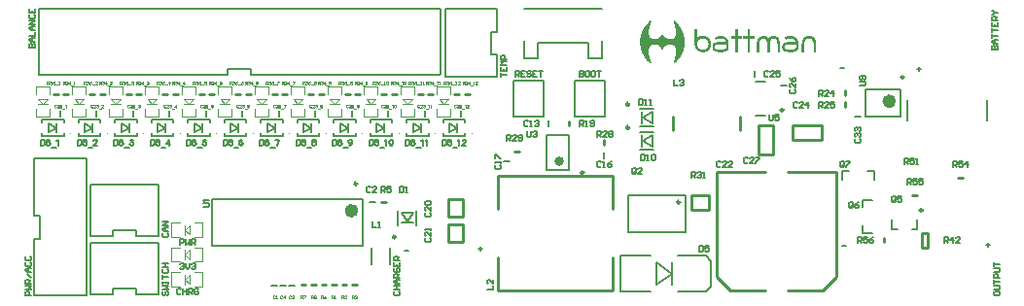
<source format=gto>
G04 Layer_Color=65535*
%FSAX25Y25*%
%MOIN*%
G70*
G01*
G75*
%ADD47C,0.01000*%
%ADD58C,0.00787*%
%ADD84C,0.00984*%
%ADD85C,0.00394*%
%ADD86C,0.02362*%
%ADD87C,0.01575*%
%ADD88C,0.00500*%
%ADD89C,0.00800*%
%ADD90C,0.00799*%
%ADD91C,0.00300*%
G36*
X0777236Y0628482D02*
X0778687D01*
Y0628391D01*
Y0627601D01*
X0777236D01*
Y0623000D01*
X0776341D01*
Y0627601D01*
X0774890D01*
Y0628482D01*
X0776341D01*
Y0630893D01*
X0777236D01*
Y0628482D01*
D02*
G37*
G36*
X0781486D02*
X0782938D01*
Y0628391D01*
Y0627601D01*
X0781486D01*
Y0623000D01*
X0780592D01*
Y0627601D01*
X0779141D01*
Y0628482D01*
X0780592D01*
Y0630893D01*
X0781486D01*
Y0628482D01*
D02*
G37*
G36*
X0795522Y0628547D02*
X0795639Y0628534D01*
X0795768Y0628521D01*
X0795911Y0628495D01*
X0796066Y0628469D01*
X0796390Y0628378D01*
X0796572Y0628314D01*
X0796740Y0628249D01*
X0796909Y0628158D01*
X0797077Y0628054D01*
X0797233Y0627938D01*
X0797375Y0627808D01*
X0797388Y0627795D01*
X0797401Y0627769D01*
X0797440Y0627730D01*
X0797492Y0627679D01*
X0797544Y0627601D01*
X0797609Y0627510D01*
X0797673Y0627393D01*
X0797751Y0627277D01*
X0797816Y0627134D01*
X0797881Y0626979D01*
X0797946Y0626810D01*
X0797997Y0626629D01*
X0798049Y0626434D01*
X0798088Y0626227D01*
X0798101Y0625994D01*
X0798114Y0625761D01*
Y0624568D01*
Y0624555D01*
Y0624542D01*
Y0624490D01*
X0798101Y0624439D01*
X0798088Y0624374D01*
X0798075Y0624296D01*
X0798023Y0624102D01*
Y0624089D01*
X0798010Y0624050D01*
X0797985Y0623998D01*
X0797946Y0623933D01*
X0797894Y0623842D01*
X0797829Y0623752D01*
X0797738Y0623661D01*
X0797635Y0623557D01*
X0797622Y0623544D01*
X0797583Y0623518D01*
X0797505Y0623467D01*
X0797414Y0623402D01*
X0797298Y0623337D01*
X0797142Y0623272D01*
X0796974Y0623194D01*
X0796779Y0623130D01*
X0796753Y0623117D01*
X0796675Y0623104D01*
X0796559Y0623078D01*
X0796390Y0623052D01*
X0796183Y0623013D01*
X0795924Y0622987D01*
X0795639Y0622974D01*
X0795302Y0622961D01*
X0795069D01*
X0794978Y0622974D01*
X0794770Y0622987D01*
X0794524Y0623000D01*
X0794278Y0623039D01*
X0794032Y0623078D01*
X0793811Y0623130D01*
X0793785Y0623143D01*
X0793721Y0623155D01*
X0793617Y0623194D01*
X0793500Y0623246D01*
X0793358Y0623311D01*
X0793215Y0623376D01*
X0793073Y0623467D01*
X0792956Y0623557D01*
X0792943Y0623570D01*
X0792904Y0623609D01*
X0792852Y0623661D01*
X0792801Y0623726D01*
X0792736Y0623804D01*
X0792671Y0623894D01*
X0792606Y0623998D01*
X0792567Y0624102D01*
Y0624115D01*
X0792554Y0624153D01*
X0792541Y0624205D01*
X0792528Y0624270D01*
X0792502Y0624426D01*
X0792489Y0624568D01*
Y0624581D01*
Y0624594D01*
Y0624672D01*
X0792502Y0624789D01*
X0792515Y0624931D01*
X0792541Y0625087D01*
X0792567Y0625242D01*
X0792619Y0625411D01*
X0792684Y0625553D01*
X0792697Y0625566D01*
X0792723Y0625618D01*
X0792762Y0625683D01*
X0792826Y0625761D01*
X0792904Y0625851D01*
X0793008Y0625942D01*
X0793112Y0626033D01*
X0793228Y0626110D01*
X0793241Y0626123D01*
X0793293Y0626136D01*
X0793358Y0626175D01*
X0793448Y0626214D01*
X0793565Y0626253D01*
X0793695Y0626292D01*
X0793850Y0626318D01*
X0794006Y0626344D01*
X0794032D01*
X0794083Y0626357D01*
X0794174D01*
X0794291Y0626370D01*
X0794433Y0626383D01*
X0794602D01*
X0794770Y0626396D01*
X0797168D01*
Y0626408D01*
Y0626421D01*
X0797142Y0626486D01*
X0797103Y0626590D01*
X0797051Y0626720D01*
X0796961Y0626875D01*
X0796857Y0627031D01*
X0796727Y0627173D01*
X0796572Y0627316D01*
X0796546Y0627329D01*
X0796481Y0627367D01*
X0796377Y0627432D01*
X0796235Y0627497D01*
X0796053Y0627549D01*
X0795846Y0627614D01*
X0795587Y0627653D01*
X0795302Y0627666D01*
X0795159D01*
X0795094Y0627653D01*
X0795017Y0627640D01*
X0794822Y0627614D01*
X0794602Y0627562D01*
X0794369Y0627497D01*
X0794135Y0627393D01*
X0793902Y0627264D01*
X0793397Y0627925D01*
X0793410Y0627938D01*
X0793435Y0627951D01*
X0793474Y0627990D01*
X0793539Y0628028D01*
X0793604Y0628067D01*
X0793695Y0628132D01*
X0793798Y0628184D01*
X0793928Y0628249D01*
X0794058Y0628301D01*
X0794200Y0628365D01*
X0794524Y0628456D01*
X0794887Y0628534D01*
X0795094Y0628547D01*
X0795302Y0628560D01*
X0795431D01*
X0795522Y0628547D01*
D02*
G37*
G36*
X0763394Y0627821D02*
X0763407Y0627834D01*
X0763433Y0627873D01*
X0763485Y0627938D01*
X0763550Y0628003D01*
X0763653Y0628093D01*
X0763770Y0628171D01*
X0763926Y0628262D01*
X0764107Y0628339D01*
X0764133Y0628352D01*
X0764198Y0628378D01*
X0764314Y0628404D01*
X0764457Y0628443D01*
X0764638Y0628482D01*
X0764846Y0628521D01*
X0765066Y0628534D01*
X0765312Y0628547D01*
X0765442D01*
X0765533Y0628534D01*
X0765636Y0628521D01*
X0765766Y0628508D01*
X0765908Y0628482D01*
X0766064Y0628456D01*
X0766401Y0628365D01*
X0766569Y0628314D01*
X0766738Y0628236D01*
X0766906Y0628145D01*
X0767075Y0628054D01*
X0767230Y0627938D01*
X0767373Y0627808D01*
X0767386Y0627795D01*
X0767399Y0627769D01*
X0767438Y0627730D01*
X0767490Y0627679D01*
X0767541Y0627601D01*
X0767606Y0627510D01*
X0767671Y0627393D01*
X0767749Y0627277D01*
X0767814Y0627134D01*
X0767878Y0626979D01*
X0767943Y0626810D01*
X0767995Y0626629D01*
X0768047Y0626434D01*
X0768086Y0626214D01*
X0768099Y0625994D01*
X0768112Y0625747D01*
Y0625735D01*
Y0625696D01*
Y0625618D01*
X0768099Y0625527D01*
X0768086Y0625423D01*
X0768073Y0625294D01*
X0768047Y0625151D01*
X0768021Y0624996D01*
X0767930Y0624659D01*
X0767878Y0624490D01*
X0767801Y0624322D01*
X0767710Y0624153D01*
X0767619Y0623985D01*
X0767503Y0623829D01*
X0767373Y0623687D01*
X0767360Y0623674D01*
X0767334Y0623661D01*
X0767295Y0623622D01*
X0767243Y0623570D01*
X0767166Y0623518D01*
X0767075Y0623454D01*
X0766958Y0623389D01*
X0766842Y0623324D01*
X0766699Y0623259D01*
X0766543Y0623194D01*
X0766375Y0623130D01*
X0766194Y0623078D01*
X0765999Y0623026D01*
X0765779Y0622987D01*
X0765559Y0622974D01*
X0765312Y0622961D01*
X0765183D01*
X0765092Y0622974D01*
X0764975Y0622987D01*
X0764846Y0623000D01*
X0764703Y0623026D01*
X0764548Y0623052D01*
X0764224Y0623143D01*
X0763874Y0623272D01*
X0763705Y0623350D01*
X0763537Y0623454D01*
X0763381Y0623557D01*
X0763239Y0623687D01*
X0763226Y0623700D01*
X0763213Y0623726D01*
X0763174Y0623765D01*
X0763122Y0623829D01*
X0763070Y0623894D01*
X0763005Y0623985D01*
X0762941Y0624102D01*
X0762876Y0624218D01*
X0762798Y0624361D01*
X0762733Y0624516D01*
X0762669Y0624685D01*
X0762617Y0624866D01*
X0762565Y0625061D01*
X0762526Y0625281D01*
X0762513Y0625501D01*
X0762500Y0625747D01*
Y0630880D01*
X0763394D01*
Y0627821D01*
D02*
G37*
G36*
X0771598Y0628547D02*
X0771715Y0628534D01*
X0771844Y0628521D01*
X0771987Y0628495D01*
X0772142Y0628469D01*
X0772466Y0628378D01*
X0772648Y0628314D01*
X0772816Y0628249D01*
X0772985Y0628158D01*
X0773153Y0628054D01*
X0773309Y0627938D01*
X0773451Y0627808D01*
X0773464Y0627795D01*
X0773477Y0627769D01*
X0773516Y0627730D01*
X0773568Y0627679D01*
X0773620Y0627601D01*
X0773685Y0627510D01*
X0773749Y0627393D01*
X0773827Y0627277D01*
X0773892Y0627134D01*
X0773957Y0626979D01*
X0774021Y0626810D01*
X0774073Y0626629D01*
X0774125Y0626434D01*
X0774164Y0626227D01*
X0774177Y0625994D01*
X0774190Y0625761D01*
Y0624568D01*
Y0624555D01*
Y0624542D01*
Y0624490D01*
X0774177Y0624439D01*
X0774164Y0624374D01*
X0774151Y0624296D01*
X0774099Y0624102D01*
Y0624089D01*
X0774086Y0624050D01*
X0774060Y0623998D01*
X0774021Y0623933D01*
X0773970Y0623842D01*
X0773905Y0623752D01*
X0773814Y0623661D01*
X0773710Y0623557D01*
X0773697Y0623544D01*
X0773659Y0623518D01*
X0773581Y0623467D01*
X0773490Y0623402D01*
X0773373Y0623337D01*
X0773218Y0623272D01*
X0773049Y0623194D01*
X0772855Y0623130D01*
X0772829Y0623117D01*
X0772751Y0623104D01*
X0772635Y0623078D01*
X0772466Y0623052D01*
X0772259Y0623013D01*
X0772000Y0622987D01*
X0771715Y0622974D01*
X0771378Y0622961D01*
X0771144D01*
X0771054Y0622974D01*
X0770846Y0622987D01*
X0770600Y0623000D01*
X0770354Y0623039D01*
X0770108Y0623078D01*
X0769887Y0623130D01*
X0769861Y0623143D01*
X0769797Y0623155D01*
X0769693Y0623194D01*
X0769576Y0623246D01*
X0769434Y0623311D01*
X0769291Y0623376D01*
X0769148Y0623467D01*
X0769032Y0623557D01*
X0769019Y0623570D01*
X0768980Y0623609D01*
X0768928Y0623661D01*
X0768876Y0623726D01*
X0768812Y0623804D01*
X0768747Y0623894D01*
X0768682Y0623998D01*
X0768643Y0624102D01*
Y0624115D01*
X0768630Y0624153D01*
X0768617Y0624205D01*
X0768604Y0624270D01*
X0768578Y0624426D01*
X0768565Y0624568D01*
Y0624581D01*
Y0624594D01*
Y0624672D01*
X0768578Y0624789D01*
X0768591Y0624931D01*
X0768617Y0625087D01*
X0768643Y0625242D01*
X0768695Y0625411D01*
X0768760Y0625553D01*
X0768773Y0625566D01*
X0768799Y0625618D01*
X0768837Y0625683D01*
X0768902Y0625761D01*
X0768980Y0625851D01*
X0769084Y0625942D01*
X0769187Y0626033D01*
X0769304Y0626110D01*
X0769317Y0626123D01*
X0769369Y0626136D01*
X0769434Y0626175D01*
X0769524Y0626214D01*
X0769641Y0626253D01*
X0769771Y0626292D01*
X0769926Y0626318D01*
X0770082Y0626344D01*
X0770108D01*
X0770159Y0626357D01*
X0770250D01*
X0770367Y0626370D01*
X0770509Y0626383D01*
X0770678D01*
X0770846Y0626396D01*
X0773244D01*
Y0626408D01*
Y0626421D01*
X0773218Y0626486D01*
X0773179Y0626590D01*
X0773127Y0626720D01*
X0773036Y0626875D01*
X0772933Y0627031D01*
X0772803Y0627173D01*
X0772648Y0627316D01*
X0772622Y0627329D01*
X0772557Y0627367D01*
X0772453Y0627432D01*
X0772311Y0627497D01*
X0772129Y0627549D01*
X0771922Y0627614D01*
X0771663Y0627653D01*
X0771378Y0627666D01*
X0771235D01*
X0771170Y0627653D01*
X0771093Y0627640D01*
X0770898Y0627614D01*
X0770678Y0627562D01*
X0770444Y0627497D01*
X0770211Y0627393D01*
X0769978Y0627264D01*
X0769473Y0627925D01*
X0769485Y0627938D01*
X0769511Y0627951D01*
X0769550Y0627990D01*
X0769615Y0628028D01*
X0769680Y0628067D01*
X0769771Y0628132D01*
X0769874Y0628184D01*
X0770004Y0628249D01*
X0770133Y0628301D01*
X0770276Y0628365D01*
X0770600Y0628456D01*
X0770963Y0628534D01*
X0771170Y0628547D01*
X0771378Y0628560D01*
X0771507D01*
X0771598Y0628547D01*
D02*
G37*
G36*
X0801898Y0628534D02*
X0801989Y0628521D01*
X0802106Y0628508D01*
X0802365Y0628456D01*
X0802663Y0628365D01*
X0802819Y0628301D01*
X0802961Y0628236D01*
X0803117Y0628145D01*
X0803259Y0628041D01*
X0803402Y0627925D01*
X0803531Y0627795D01*
X0803544Y0627782D01*
X0803557Y0627756D01*
X0803596Y0627717D01*
X0803635Y0627666D01*
X0803687Y0627588D01*
X0803739Y0627497D01*
X0803804Y0627381D01*
X0803868Y0627264D01*
X0803920Y0627121D01*
X0803985Y0626966D01*
X0804037Y0626797D01*
X0804089Y0626616D01*
X0804128Y0626421D01*
X0804166Y0626214D01*
X0804179Y0625981D01*
X0804192Y0625747D01*
Y0623000D01*
X0803298D01*
Y0625747D01*
Y0625761D01*
Y0625786D01*
Y0625838D01*
Y0625903D01*
X0803285Y0625981D01*
X0803272Y0626072D01*
X0803246Y0626279D01*
X0803194Y0626512D01*
X0803130Y0626745D01*
X0803026Y0626966D01*
X0802883Y0627173D01*
X0802870Y0627199D01*
X0802806Y0627251D01*
X0802715Y0627329D01*
X0802585Y0627419D01*
X0802417Y0627510D01*
X0802222Y0627588D01*
X0801976Y0627640D01*
X0801704Y0627666D01*
X0801626D01*
X0801574Y0627653D01*
X0801432Y0627640D01*
X0801263Y0627601D01*
X0801069Y0627549D01*
X0800862Y0627458D01*
X0800667Y0627342D01*
X0800499Y0627173D01*
X0800486Y0627147D01*
X0800434Y0627082D01*
X0800369Y0626966D01*
X0800304Y0626810D01*
X0800227Y0626616D01*
X0800162Y0626370D01*
X0800110Y0626085D01*
X0800097Y0625747D01*
Y0623000D01*
X0799203D01*
Y0625747D01*
Y0625761D01*
Y0625799D01*
Y0625877D01*
X0799216Y0625968D01*
X0799229Y0626072D01*
X0799242Y0626201D01*
X0799255Y0626344D01*
X0799281Y0626499D01*
X0799358Y0626823D01*
X0799475Y0627160D01*
X0799553Y0627329D01*
X0799643Y0627497D01*
X0799734Y0627653D01*
X0799851Y0627795D01*
X0799864Y0627808D01*
X0799877Y0627834D01*
X0799916Y0627860D01*
X0799967Y0627912D01*
X0800045Y0627964D01*
X0800123Y0628028D01*
X0800214Y0628106D01*
X0800330Y0628171D01*
X0800460Y0628236D01*
X0800589Y0628314D01*
X0800745Y0628378D01*
X0800913Y0628430D01*
X0801095Y0628482D01*
X0801276Y0628521D01*
X0801484Y0628534D01*
X0801704Y0628547D01*
X0801821D01*
X0801898Y0628534D01*
D02*
G37*
G36*
X0789729D02*
X0789820Y0628521D01*
X0789923Y0628508D01*
X0790157Y0628456D01*
X0790416Y0628365D01*
X0790558Y0628301D01*
X0790688Y0628236D01*
X0790831Y0628145D01*
X0790960Y0628041D01*
X0791077Y0627925D01*
X0791193Y0627795D01*
X0791206Y0627782D01*
X0791219Y0627756D01*
X0791245Y0627717D01*
X0791284Y0627653D01*
X0791323Y0627588D01*
X0791375Y0627484D01*
X0791427Y0627381D01*
X0791492Y0627264D01*
X0791543Y0627121D01*
X0791595Y0626966D01*
X0791647Y0626797D01*
X0791686Y0626616D01*
X0791725Y0626421D01*
X0791751Y0626214D01*
X0791777Y0625981D01*
Y0625747D01*
Y0623000D01*
X0790895D01*
Y0625747D01*
Y0625761D01*
Y0625799D01*
Y0625851D01*
Y0625916D01*
X0790882Y0626007D01*
X0790869Y0626110D01*
X0790843Y0626344D01*
Y0626357D01*
X0790831Y0626408D01*
X0790818Y0626473D01*
X0790805Y0626551D01*
X0790779Y0626655D01*
X0790740Y0626758D01*
X0790649Y0626979D01*
Y0626992D01*
X0790623Y0627031D01*
X0790584Y0627082D01*
X0790545Y0627147D01*
X0790416Y0627316D01*
X0790247Y0627471D01*
X0790234Y0627484D01*
X0790196Y0627497D01*
X0790144Y0627536D01*
X0790066Y0627575D01*
X0789962Y0627601D01*
X0789846Y0627640D01*
X0789716Y0627653D01*
X0789561Y0627666D01*
X0789496D01*
X0789418Y0627653D01*
X0789314Y0627640D01*
X0789211Y0627614D01*
X0789094Y0627588D01*
X0788977Y0627536D01*
X0788874Y0627471D01*
X0788861Y0627458D01*
X0788835Y0627432D01*
X0788783Y0627393D01*
X0788731Y0627342D01*
X0788666Y0627264D01*
X0788601Y0627186D01*
X0788472Y0626979D01*
Y0626966D01*
X0788446Y0626927D01*
X0788420Y0626875D01*
X0788394Y0626797D01*
X0788368Y0626707D01*
X0788329Y0626603D01*
X0788277Y0626357D01*
Y0626344D01*
X0788265Y0626305D01*
Y0626240D01*
X0788251Y0626149D01*
X0788239Y0625955D01*
X0788226Y0625747D01*
Y0623000D01*
X0787331D01*
Y0625747D01*
Y0625761D01*
Y0625799D01*
Y0625851D01*
Y0625916D01*
X0787318Y0626007D01*
X0787305Y0626110D01*
X0787280Y0626344D01*
Y0626357D01*
X0787267Y0626408D01*
X0787254Y0626473D01*
X0787241Y0626551D01*
X0787215Y0626655D01*
X0787176Y0626758D01*
X0787085Y0626979D01*
Y0626992D01*
X0787059Y0627031D01*
X0787033Y0627082D01*
X0786994Y0627147D01*
X0786865Y0627316D01*
X0786696Y0627471D01*
X0786683Y0627484D01*
X0786645Y0627497D01*
X0786593Y0627536D01*
X0786515Y0627575D01*
X0786411Y0627601D01*
X0786295Y0627640D01*
X0786165Y0627653D01*
X0786009Y0627666D01*
X0785945D01*
X0785867Y0627653D01*
X0785763Y0627640D01*
X0785660Y0627614D01*
X0785543Y0627588D01*
X0785426Y0627536D01*
X0785323Y0627471D01*
X0785310Y0627458D01*
X0785284Y0627432D01*
X0785232Y0627393D01*
X0785180Y0627342D01*
X0785115Y0627264D01*
X0785050Y0627186D01*
X0784921Y0626979D01*
Y0626966D01*
X0784895Y0626927D01*
X0784869Y0626875D01*
X0784843Y0626797D01*
X0784817Y0626707D01*
X0784778Y0626603D01*
X0784726Y0626357D01*
Y0626344D01*
X0784713Y0626305D01*
Y0626240D01*
X0784700Y0626149D01*
X0784688Y0625955D01*
X0784675Y0625747D01*
Y0623000D01*
X0783780D01*
Y0625747D01*
Y0625761D01*
Y0625799D01*
Y0625877D01*
X0783793Y0625968D01*
Y0626072D01*
X0783806Y0626201D01*
X0783832Y0626344D01*
X0783858Y0626499D01*
X0783923Y0626823D01*
X0784027Y0627160D01*
X0784169Y0627497D01*
X0784260Y0627653D01*
X0784364Y0627795D01*
X0784376Y0627808D01*
X0784389Y0627834D01*
X0784428Y0627860D01*
X0784467Y0627912D01*
X0784532Y0627964D01*
X0784610Y0628028D01*
X0784791Y0628171D01*
X0785024Y0628314D01*
X0785310Y0628430D01*
X0785465Y0628482D01*
X0785634Y0628521D01*
X0785815Y0628534D01*
X0786009Y0628547D01*
X0786113D01*
X0786243Y0628534D01*
X0786398Y0628508D01*
X0786567Y0628482D01*
X0786748Y0628430D01*
X0786943Y0628352D01*
X0787124Y0628262D01*
X0787150Y0628249D01*
X0787202Y0628210D01*
X0787280Y0628145D01*
X0787383Y0628054D01*
X0787487Y0627951D01*
X0787591Y0627821D01*
X0787694Y0627666D01*
X0787772Y0627497D01*
X0787785Y0627523D01*
X0787811Y0627575D01*
X0787863Y0627666D01*
X0787927Y0627769D01*
X0788018Y0627899D01*
X0788135Y0628028D01*
X0788277Y0628145D01*
X0788433Y0628262D01*
X0788459Y0628275D01*
X0788524Y0628301D01*
X0788614Y0628352D01*
X0788757Y0628404D01*
X0788925Y0628456D01*
X0789107Y0628508D01*
X0789327Y0628534D01*
X0789561Y0628547D01*
X0789664D01*
X0789729Y0628534D01*
D02*
G37*
G36*
X0747530Y0633915D02*
X0747682Y0633632D01*
X0747679Y0633623D01*
Y0633623D01*
X0747679Y0633623D01*
X0747583Y0633361D01*
X0747583Y0633361D01*
X0747583Y0633361D01*
X0747521Y0633183D01*
X0747521Y0633183D01*
X0747521Y0633183D01*
X0747485Y0633077D01*
Y0633077D01*
X0747485Y0633077D01*
X0747457Y0632994D01*
Y0632994D01*
X0747457Y0632994D01*
X0747432Y0632917D01*
Y0632917D01*
X0747432Y0632917D01*
X0747409Y0632848D01*
Y0632848D01*
X0747409Y0632848D01*
X0747390Y0632787D01*
Y0632787D01*
X0747390Y0632787D01*
X0747370Y0632725D01*
Y0632725D01*
X0747370Y0632725D01*
X0747353Y0632671D01*
Y0632671D01*
X0747353Y0632671D01*
X0747336Y0632616D01*
Y0632616D01*
X0747336Y0632616D01*
X0747319Y0632561D01*
Y0632561D01*
X0747319Y0632561D01*
X0747305Y0632515D01*
Y0632515D01*
X0747305Y0632515D01*
X0747291Y0632469D01*
Y0632469D01*
X0747291Y0632469D01*
X0747277Y0632422D01*
Y0632422D01*
X0747277Y0632422D01*
X0747264Y0632375D01*
Y0632375D01*
X0747264Y0632375D01*
X0747250Y0632327D01*
X0747250Y0632327D01*
X0747250Y0632327D01*
X0747236Y0632280D01*
X0747236Y0632280D01*
X0747236Y0632280D01*
X0747225Y0632241D01*
Y0632241D01*
X0747225Y0632241D01*
X0747214Y0632203D01*
Y0632203D01*
X0747214Y0632203D01*
X0747203Y0632164D01*
Y0632164D01*
X0747203Y0632164D01*
X0747193Y0632125D01*
Y0632125D01*
X0747193Y0632125D01*
X0747182Y0632086D01*
Y0632086D01*
X0747182Y0632086D01*
X0747171Y0632047D01*
Y0632047D01*
X0747171Y0632047D01*
X0747161Y0632008D01*
Y0632008D01*
X0747161Y0632008D01*
X0747150Y0631968D01*
Y0631968D01*
X0747150Y0631968D01*
X0747140Y0631928D01*
Y0631928D01*
X0747140Y0631928D01*
X0747129Y0631889D01*
X0747129Y0631889D01*
X0747129Y0631889D01*
X0747119Y0631849D01*
Y0631849D01*
X0747119Y0631849D01*
X0747109Y0631809D01*
X0747109Y0631809D01*
X0747109Y0631809D01*
X0747099Y0631769D01*
X0747099Y0631769D01*
X0747099Y0631769D01*
X0747089Y0631728D01*
X0747089Y0631728D01*
X0747089Y0631728D01*
X0747082Y0631698D01*
Y0631698D01*
X0747082Y0631698D01*
X0747074Y0631668D01*
X0747074Y0631668D01*
X0747074Y0631668D01*
X0747067Y0631637D01*
Y0631637D01*
X0747067Y0631637D01*
X0747060Y0631607D01*
X0747060Y0631607D01*
X0747060Y0631607D01*
X0747053Y0631576D01*
Y0631576D01*
X0747053Y0631576D01*
X0747046Y0631546D01*
Y0631546D01*
X0747046Y0631546D01*
X0747039Y0631515D01*
Y0631515D01*
X0747039Y0631515D01*
X0747031Y0631485D01*
X0747031Y0631485D01*
X0747031Y0631485D01*
X0747025Y0631454D01*
Y0631454D01*
X0747025Y0631454D01*
X0747018Y0631423D01*
X0747018Y0631423D01*
X0747018Y0631423D01*
X0747011Y0631393D01*
X0747011Y0631393D01*
X0747011Y0631393D01*
X0747004Y0631362D01*
X0747004Y0631362D01*
X0747004Y0631362D01*
X0746998Y0631331D01*
X0746998Y0631331D01*
X0746998Y0631331D01*
X0746991Y0631300D01*
X0746991Y0631300D01*
X0746991Y0631300D01*
X0746985Y0631269D01*
X0746985Y0631269D01*
X0746985Y0631269D01*
X0746978Y0631239D01*
Y0631239D01*
X0746978Y0631238D01*
X0746972Y0631208D01*
X0746972Y0631208D01*
X0746972Y0631208D01*
X0746966Y0631177D01*
X0746966Y0631177D01*
X0746966Y0631177D01*
X0746960Y0631146D01*
Y0631146D01*
X0746960Y0631146D01*
X0746954Y0631115D01*
Y0631115D01*
X0746954Y0631115D01*
X0746948Y0631084D01*
Y0631084D01*
X0746948Y0631084D01*
X0746942Y0631053D01*
Y0631053D01*
X0746942Y0631053D01*
X0746936Y0631022D01*
Y0631022D01*
X0746936Y0631022D01*
X0746931Y0630991D01*
Y0630991D01*
X0746931Y0630991D01*
X0746925Y0630960D01*
X0746925Y0630960D01*
X0746925Y0630960D01*
X0746920Y0630929D01*
X0746920Y0630929D01*
X0746920Y0630929D01*
X0746914Y0630898D01*
X0746914Y0630898D01*
X0746914Y0630898D01*
X0746909Y0630866D01*
X0746909Y0630866D01*
X0746909Y0630866D01*
X0746904Y0630835D01*
X0746904Y0630835D01*
X0746904Y0630835D01*
X0746899Y0630804D01*
X0746899Y0630804D01*
X0746899Y0630804D01*
X0746894Y0630773D01*
Y0630773D01*
X0746894Y0630773D01*
X0746889Y0630742D01*
Y0630742D01*
X0746889Y0630742D01*
X0746884Y0630711D01*
X0746884Y0630711D01*
X0746884Y0630711D01*
X0746879Y0630680D01*
X0746879Y0630680D01*
X0746879Y0630680D01*
X0746875Y0630649D01*
X0746875Y0630649D01*
X0746875Y0630649D01*
X0746871Y0630618D01*
X0746871Y0630618D01*
X0746871Y0630618D01*
X0746866Y0630588D01*
X0746866Y0630587D01*
X0746866Y0630587D01*
X0746863Y0630567D01*
X0746864Y0630567D01*
X0746863Y0630567D01*
X0746861Y0630546D01*
X0746861Y0630546D01*
X0746861Y0630546D01*
X0746858Y0630526D01*
X0746858Y0630526D01*
X0746858Y0630526D01*
X0746855Y0630505D01*
Y0630505D01*
X0746855Y0630505D01*
X0746853Y0630485D01*
X0746853Y0630485D01*
X0746853Y0630485D01*
X0746850Y0630464D01*
Y0630464D01*
Y0630464D01*
X0746848Y0630443D01*
X0746848Y0630443D01*
X0746848Y0630443D01*
X0746845Y0630423D01*
X0746845Y0630423D01*
X0746845Y0630423D01*
X0746843Y0630403D01*
X0746843Y0630403D01*
X0746843Y0630402D01*
X0746841Y0630382D01*
X0746841Y0630382D01*
X0746841Y0630382D01*
X0746838Y0630362D01*
Y0630362D01*
Y0630362D01*
X0746836Y0630341D01*
X0746836Y0630341D01*
X0746836Y0630341D01*
X0746834Y0630321D01*
X0746834Y0630321D01*
X0746834Y0630321D01*
X0746832Y0630300D01*
X0746832Y0630300D01*
X0746832Y0630300D01*
X0746830Y0630280D01*
X0746830Y0630280D01*
X0746830Y0630280D01*
X0746828Y0630259D01*
X0746828Y0630259D01*
X0746828Y0630259D01*
X0746826Y0630239D01*
Y0630239D01*
X0746826Y0630239D01*
X0746824Y0630219D01*
X0746824Y0630219D01*
X0746824Y0630219D01*
X0746822Y0630198D01*
X0746822Y0630198D01*
X0746822Y0630198D01*
X0746820Y0630178D01*
X0746820Y0630178D01*
X0746820Y0630178D01*
X0746819Y0630158D01*
X0746819Y0630158D01*
X0746819Y0630158D01*
X0746817Y0630138D01*
X0746817Y0630138D01*
X0746817Y0630137D01*
X0746816Y0630117D01*
X0746816Y0630117D01*
X0746816Y0630117D01*
X0746814Y0630097D01*
Y0630097D01*
Y0630097D01*
X0746813Y0630077D01*
X0746813Y0630077D01*
X0746813Y0630077D01*
X0746811Y0630057D01*
X0746811Y0630057D01*
X0746811Y0630057D01*
X0746810Y0630037D01*
X0746810Y0630037D01*
X0746810Y0630037D01*
X0746809Y0630017D01*
X0746809Y0630017D01*
X0746809Y0630017D01*
X0746808Y0629997D01*
X0746808Y0629997D01*
X0746808Y0629996D01*
X0746806Y0629977D01*
X0746806Y0629977D01*
X0746806Y0629977D01*
X0746806Y0629958D01*
X0746805Y0629956D01*
X0746805Y0629956D01*
X0746775Y0629680D01*
X0746774Y0629668D01*
X0746775Y0629660D01*
X0746806Y0629393D01*
X0746806Y0629392D01*
X0746807Y0629374D01*
X0746807Y0629373D01*
X0746807Y0629373D01*
X0746808Y0629355D01*
X0746808Y0629355D01*
X0746808Y0629355D01*
X0746809Y0629336D01*
X0746809Y0629336D01*
X0746809Y0629336D01*
X0746811Y0629317D01*
X0746811Y0629317D01*
X0746811Y0629317D01*
X0746812Y0629299D01*
X0746812Y0629299D01*
X0746812Y0629299D01*
X0746814Y0629280D01*
X0746814Y0629280D01*
X0746814Y0629280D01*
X0746815Y0629262D01*
X0746815Y0629262D01*
X0746815Y0629262D01*
X0746817Y0629243D01*
X0746817Y0629243D01*
X0746817Y0629243D01*
X0746819Y0629225D01*
X0746819Y0629225D01*
X0746819Y0629225D01*
X0746821Y0629207D01*
X0746821Y0629207D01*
X0746821Y0629207D01*
X0746823Y0629188D01*
X0746823Y0629188D01*
X0746823Y0629188D01*
X0746825Y0629170D01*
X0746825Y0629170D01*
X0746825Y0629170D01*
X0746827Y0629152D01*
X0746827Y0629152D01*
X0746827Y0629152D01*
X0746829Y0629134D01*
X0746829Y0629134D01*
X0746829Y0629134D01*
X0746831Y0629116D01*
X0746831Y0629116D01*
X0746831Y0629116D01*
X0746834Y0629098D01*
X0746834Y0629098D01*
X0746834Y0629098D01*
X0746836Y0629080D01*
X0746836Y0629080D01*
X0746836Y0629080D01*
X0746839Y0629062D01*
X0746839Y0629062D01*
X0746839Y0629062D01*
X0746841Y0629044D01*
X0746841Y0629044D01*
X0746841Y0629044D01*
X0746844Y0629026D01*
X0746844Y0629026D01*
X0746844Y0629026D01*
X0746847Y0629009D01*
X0746847Y0629009D01*
X0746847Y0629009D01*
X0746850Y0628991D01*
X0746850Y0628991D01*
X0746850Y0628991D01*
X0746853Y0628974D01*
X0746853Y0628973D01*
X0746853Y0628973D01*
X0746856Y0628956D01*
X0746856Y0628956D01*
X0746856Y0628956D01*
X0746859Y0628939D01*
X0746859Y0628939D01*
X0746859Y0628939D01*
X0746862Y0628921D01*
X0746863Y0628921D01*
X0746862Y0628921D01*
X0746866Y0628904D01*
X0746866Y0628904D01*
X0746866Y0628904D01*
X0746869Y0628887D01*
X0746869Y0628887D01*
X0746869Y0628887D01*
X0746873Y0628870D01*
X0746873Y0628870D01*
X0746873Y0628869D01*
X0746876Y0628853D01*
X0746876Y0628853D01*
X0746876Y0628852D01*
X0746880Y0628835D01*
X0746880Y0628835D01*
X0746880Y0628835D01*
X0746884Y0628819D01*
X0746884Y0628819D01*
Y0628819D01*
X0746888Y0628802D01*
X0746888Y0628802D01*
X0746888Y0628802D01*
X0746892Y0628785D01*
X0746892Y0628785D01*
X0746892Y0628785D01*
X0746896Y0628768D01*
X0746896Y0628768D01*
Y0628768D01*
X0746900Y0628752D01*
X0746900Y0628752D01*
Y0628751D01*
X0746905Y0628735D01*
X0746905Y0628735D01*
Y0628735D01*
X0746909Y0628718D01*
X0746909Y0628718D01*
X0746909Y0628718D01*
X0746914Y0628702D01*
X0746914Y0628702D01*
X0746914Y0628702D01*
X0746918Y0628686D01*
X0746918Y0628686D01*
Y0628686D01*
X0746923Y0628669D01*
X0746923Y0628669D01*
X0746923Y0628669D01*
X0746928Y0628653D01*
X0746928Y0628653D01*
X0746928Y0628653D01*
X0746933Y0628637D01*
X0746933Y0628637D01*
Y0628637D01*
X0746938Y0628621D01*
X0746938Y0628621D01*
X0746938Y0628621D01*
X0746943Y0628605D01*
X0746943Y0628605D01*
X0746943Y0628605D01*
X0746948Y0628589D01*
X0746948Y0628589D01*
X0746948Y0628589D01*
X0746953Y0628573D01*
X0746953Y0628573D01*
X0746953Y0628573D01*
X0746959Y0628557D01*
X0746959Y0628557D01*
Y0628557D01*
X0746964Y0628542D01*
X0746964Y0628542D01*
X0746964Y0628542D01*
X0746970Y0628526D01*
X0746970Y0628526D01*
Y0628526D01*
X0746976Y0628511D01*
X0746976Y0628511D01*
Y0628511D01*
X0746981Y0628495D01*
X0746982Y0628495D01*
Y0628495D01*
X0746987Y0628480D01*
X0746987Y0628480D01*
Y0628480D01*
X0746993Y0628465D01*
X0746994Y0628465D01*
Y0628465D01*
X0747000Y0628450D01*
X0747000Y0628449D01*
Y0628449D01*
X0747006Y0628435D01*
X0747006Y0628435D01*
Y0628434D01*
X0747012Y0628419D01*
X0747012Y0628419D01*
Y0628419D01*
X0747019Y0628405D01*
X0747019Y0628405D01*
Y0628405D01*
X0747025Y0628390D01*
X0747025Y0628390D01*
Y0628390D01*
X0747032Y0628375D01*
X0747032Y0628375D01*
X0747032Y0628375D01*
X0747039Y0628361D01*
X0747039Y0628360D01*
X0747039Y0628360D01*
X0747046Y0628346D01*
X0747046Y0628346D01*
Y0628346D01*
X0747053Y0628332D01*
X0747053Y0628331D01*
X0747053Y0628331D01*
X0747060Y0628317D01*
X0747060Y0628317D01*
Y0628317D01*
X0747067Y0628303D01*
X0747067Y0628303D01*
X0747067Y0628303D01*
X0747075Y0628289D01*
X0747075Y0628289D01*
Y0628289D01*
X0747082Y0628275D01*
X0747082Y0628274D01*
X0747082Y0628274D01*
X0747090Y0628261D01*
X0747090Y0628261D01*
Y0628261D01*
X0747097Y0628247D01*
X0747097Y0628247D01*
Y0628247D01*
X0747105Y0628233D01*
X0747105Y0628233D01*
Y0628233D01*
X0747105Y0628233D01*
X0747113Y0628219D01*
X0747113Y0628219D01*
Y0628219D01*
X0747113Y0628219D01*
X0747121Y0628206D01*
X0747121Y0628205D01*
Y0628205D01*
X0747121Y0628205D01*
X0747133Y0628185D01*
X0747133Y0628185D01*
Y0628185D01*
X0747133Y0628185D01*
X0747146Y0628165D01*
X0747146Y0628165D01*
Y0628165D01*
X0747146Y0628165D01*
X0747159Y0628146D01*
X0747159Y0628145D01*
Y0628145D01*
X0747159Y0628145D01*
X0747172Y0628126D01*
X0747313Y0627918D01*
X0747313Y0627918D01*
X0747330Y0627893D01*
X0747332Y0627890D01*
X0747344Y0627882D01*
X0747558Y0627738D01*
X0747559Y0627738D01*
X0747690Y0627651D01*
X0747829Y0627594D01*
X0747830Y0627594D01*
X0747830D01*
X0747830Y0627594D01*
X0747853Y0627584D01*
X0747853Y0627584D01*
X0747854D01*
X0747854Y0627584D01*
X0747869Y0627578D01*
X0747869Y0627578D01*
X0747870D01*
X0747870Y0627578D01*
X0747886Y0627572D01*
X0747886Y0627572D01*
X0747886D01*
X0747886Y0627572D01*
X0747902Y0627566D01*
X0747902Y0627566D01*
X0747902D01*
X0747902Y0627566D01*
X0747919Y0627561D01*
X0747919Y0627561D01*
X0747919D01*
X0747919Y0627561D01*
X0747935Y0627555D01*
X0747935D01*
X0747935Y0627555D01*
X0747952Y0627550D01*
X0747952D01*
X0747952Y0627550D01*
X0747969Y0627544D01*
X0747969Y0627544D01*
X0747969Y0627544D01*
X0747986Y0627539D01*
X0747986Y0627539D01*
X0747986Y0627539D01*
X0748003Y0627534D01*
X0748003Y0627534D01*
X0748003Y0627534D01*
X0748021Y0627529D01*
X0748021Y0627529D01*
X0748021Y0627529D01*
X0748038Y0627525D01*
X0748038Y0627525D01*
X0748038Y0627525D01*
X0748056Y0627520D01*
X0748056Y0627520D01*
X0748056Y0627520D01*
X0748074Y0627516D01*
X0748074Y0627516D01*
X0748074Y0627516D01*
X0748092Y0627512D01*
X0748092Y0627512D01*
X0748092Y0627512D01*
X0748110Y0627507D01*
X0748110Y0627507D01*
X0748110Y0627507D01*
X0748128Y0627503D01*
X0748128Y0627503D01*
X0748128Y0627503D01*
X0748146Y0627500D01*
X0748146Y0627500D01*
X0748146Y0627500D01*
X0748165Y0627496D01*
X0748165Y0627496D01*
X0748165Y0627496D01*
X0748183Y0627493D01*
X0748184Y0627493D01*
X0748184Y0627493D01*
X0748202Y0627489D01*
X0748203Y0627489D01*
X0748203Y0627489D01*
X0748221Y0627486D01*
X0748221Y0627486D01*
X0748221Y0627486D01*
X0748241Y0627483D01*
X0748241Y0627483D01*
X0748241Y0627483D01*
X0748260Y0627480D01*
X0748260Y0627480D01*
X0748260Y0627480D01*
X0748279Y0627478D01*
X0748279Y0627478D01*
X0748279Y0627478D01*
X0748299Y0627475D01*
X0748299Y0627475D01*
X0748299Y0627475D01*
X0748319Y0627472D01*
X0748319Y0627472D01*
X0748319Y0627472D01*
X0748339Y0627470D01*
X0748339Y0627470D01*
X0748339Y0627470D01*
X0748359Y0627468D01*
X0748359Y0627468D01*
X0748359Y0627468D01*
X0748379Y0627466D01*
X0748379Y0627466D01*
X0748379Y0627466D01*
X0748399Y0627464D01*
X0748399Y0627464D01*
X0748399Y0627464D01*
X0748420Y0627463D01*
X0748420Y0627463D01*
X0748420Y0627463D01*
X0748440Y0627461D01*
X0748440Y0627461D01*
X0748440Y0627461D01*
X0748461Y0627460D01*
X0748461Y0627460D01*
X0748461Y0627460D01*
X0748482Y0627459D01*
X0748482Y0627459D01*
X0748482Y0627459D01*
X0748503Y0627458D01*
X0748503Y0627458D01*
X0748503Y0627458D01*
X0748525Y0627457D01*
X0748525Y0627457D01*
X0748525Y0627457D01*
X0748546Y0627457D01*
X0748546Y0627457D01*
X0748546Y0627457D01*
X0748568Y0627456D01*
X0748568Y0627456D01*
X0748568Y0627456D01*
X0748589Y0627456D01*
X0748589Y0627456D01*
X0748590Y0627456D01*
X0748611Y0627456D01*
X0748611Y0627456D01*
X0748611Y0627456D01*
X0748644Y0627456D01*
X0748644Y0627456D01*
X0748645Y0627456D01*
X0748653Y0627456D01*
X0748653Y0627456D01*
X0748653Y0627456D01*
X0748679Y0627456D01*
X0748679Y0627456D01*
X0748679Y0627456D01*
X0748704Y0627457D01*
X0748705Y0627457D01*
X0748705Y0627457D01*
X0748730Y0627457D01*
X0748730Y0627457D01*
X0748730Y0627457D01*
X0748755Y0627458D01*
X0748755Y0627458D01*
X0748755Y0627458D01*
X0748780Y0627459D01*
X0748780Y0627459D01*
X0748780Y0627459D01*
X0748805Y0627460D01*
X0748806Y0627460D01*
X0748806Y0627460D01*
X0748830Y0627461D01*
X0748830Y0627461D01*
X0748830Y0627461D01*
X0748855Y0627463D01*
X0748855Y0627463D01*
X0748855Y0627463D01*
X0748879Y0627464D01*
X0748879Y0627464D01*
X0748879Y0627464D01*
X0748904Y0627466D01*
X0748904Y0627466D01*
X0748904Y0627466D01*
X0748928Y0627467D01*
X0748928Y0627467D01*
X0748928Y0627467D01*
X0748952Y0627469D01*
X0748952Y0627469D01*
X0748952Y0627469D01*
X0748976Y0627471D01*
X0748976Y0627471D01*
X0748976Y0627471D01*
X0749000Y0627473D01*
X0749000Y0627473D01*
X0749000Y0627473D01*
X0749023Y0627476D01*
X0749023Y0627476D01*
X0749023Y0627476D01*
X0749047Y0627478D01*
X0749047Y0627478D01*
X0749047Y0627478D01*
X0749070Y0627480D01*
X0749070Y0627480D01*
X0749070Y0627480D01*
X0749093Y0627483D01*
X0749093Y0627483D01*
X0749093Y0627483D01*
X0749116Y0627486D01*
X0749116Y0627486D01*
X0749116Y0627486D01*
X0749139Y0627489D01*
X0749139Y0627489D01*
X0749139Y0627489D01*
X0749162Y0627492D01*
X0749162Y0627492D01*
X0749162Y0627492D01*
X0749185Y0627495D01*
X0749185Y0627495D01*
X0749185Y0627495D01*
X0749207Y0627498D01*
X0749207Y0627498D01*
X0749207Y0627498D01*
X0749229Y0627501D01*
X0749229Y0627501D01*
X0749229Y0627501D01*
X0749251Y0627505D01*
X0749251Y0627505D01*
X0749251Y0627505D01*
X0749273Y0627508D01*
X0749273Y0627508D01*
X0749273Y0627508D01*
X0749295Y0627512D01*
X0749295Y0627512D01*
X0749295Y0627512D01*
X0749317Y0627516D01*
X0749317Y0627516D01*
X0749317Y0627516D01*
X0749338Y0627520D01*
X0749338Y0627520D01*
X0749338Y0627520D01*
X0749367Y0627525D01*
X0749367Y0627525D01*
X0749367Y0627525D01*
X0749395Y0627531D01*
X0749395Y0627531D01*
X0749395Y0627531D01*
X0749423Y0627537D01*
X0749423Y0627537D01*
X0749423Y0627537D01*
X0749451Y0627543D01*
X0749451Y0627543D01*
X0749451Y0627543D01*
X0749478Y0627549D01*
X0749478Y0627549D01*
X0749478Y0627549D01*
X0749506Y0627555D01*
X0749506Y0627555D01*
X0749506Y0627555D01*
X0749533Y0627562D01*
X0749533Y0627562D01*
X0749533Y0627562D01*
X0749559Y0627569D01*
X0749559Y0627569D01*
X0749559Y0627569D01*
X0749586Y0627576D01*
X0749586Y0627576D01*
X0749586Y0627576D01*
X0749612Y0627583D01*
X0749612Y0627583D01*
X0749612Y0627583D01*
X0749638Y0627591D01*
X0749638Y0627591D01*
X0749638Y0627591D01*
X0749664Y0627598D01*
X0749664Y0627598D01*
X0749664Y0627598D01*
X0749689Y0627606D01*
X0749689Y0627606D01*
X0749689Y0627606D01*
X0749715Y0627614D01*
X0749715Y0627614D01*
X0749715Y0627614D01*
X0749740Y0627622D01*
X0749740Y0627622D01*
X0749740Y0627622D01*
X0749764Y0627630D01*
X0749764Y0627630D01*
X0749765D01*
X0749789Y0627639D01*
X0749789Y0627639D01*
X0749789Y0627639D01*
X0749819Y0627649D01*
X0749819Y0627650D01*
X0749820Y0627650D01*
X0749849Y0627661D01*
X0749849Y0627661D01*
X0749850D01*
X0749879Y0627672D01*
X0749879Y0627672D01*
X0749879D01*
X0749908Y0627684D01*
X0749908Y0627684D01*
X0749908D01*
X0749937Y0627696D01*
X0750023Y0627732D01*
X0750221Y0627815D01*
X0750221Y0627815D01*
X0750233Y0627820D01*
X0750264Y0627844D01*
X0750293Y0627867D01*
X0750412Y0627958D01*
X0750549Y0628063D01*
X0750713Y0628189D01*
X0750725Y0628204D01*
X0750734Y0628217D01*
X0750734D01*
X0750737Y0628220D01*
X0750883Y0628409D01*
X0750914Y0628449D01*
X0750918Y0628455D01*
X0751005Y0628569D01*
X0751009Y0628575D01*
X0751088Y0628716D01*
X0751088Y0628716D01*
Y0628716D01*
X0751089Y0628717D01*
X0751106Y0628748D01*
X0751106Y0628748D01*
Y0628748D01*
X0751106Y0628748D01*
X0751123Y0628780D01*
X0751123Y0628780D01*
X0751129Y0628792D01*
X0751140Y0628812D01*
Y0628812D01*
X0751140Y0628812D01*
X0751156Y0628844D01*
X0751156Y0628844D01*
X0751156Y0628844D01*
X0751171Y0628875D01*
X0751171Y0628876D01*
X0751171Y0628876D01*
X0751186Y0628907D01*
X0751186Y0628907D01*
X0751186Y0628907D01*
X0751200Y0628939D01*
X0751200Y0628939D01*
X0751201Y0628939D01*
X0751214Y0628971D01*
X0751297Y0629034D01*
X0751495Y0629127D01*
X0751506Y0629122D01*
X0751547Y0629094D01*
X0751663Y0628990D01*
X0751676Y0628959D01*
X0751676Y0628959D01*
Y0628959D01*
X0751690Y0628927D01*
X0751690Y0628927D01*
X0751690Y0628927D01*
X0751705Y0628896D01*
X0751705Y0628896D01*
X0751705Y0628895D01*
X0751720Y0628864D01*
X0751720Y0628864D01*
X0751720Y0628864D01*
X0751736Y0628832D01*
X0751736Y0628832D01*
X0751736Y0628832D01*
X0751752Y0628800D01*
X0751752Y0628800D01*
X0751752Y0628800D01*
X0751768Y0628770D01*
X0751769Y0628768D01*
X0751769Y0628768D01*
Y0628768D01*
X0751786Y0628736D01*
X0751786Y0628736D01*
X0751786Y0628736D01*
X0751786Y0628736D01*
X0751806Y0628701D01*
X0751806Y0628700D01*
Y0628700D01*
X0751806Y0628700D01*
X0751827Y0628665D01*
X0751827Y0628665D01*
X0751827Y0628664D01*
X0751891Y0628556D01*
X0751982Y0628436D01*
X0752111Y0628269D01*
X0752111Y0628269D01*
X0752173Y0628189D01*
X0752208Y0628162D01*
X0752334Y0628065D01*
X0752437Y0627985D01*
X0752442Y0627981D01*
X0752644Y0627827D01*
X0752653Y0627820D01*
X0752687Y0627806D01*
X0752926Y0627705D01*
X0752954Y0627693D01*
X0752954D01*
X0752954Y0627693D01*
X0752983Y0627681D01*
X0752983D01*
X0752983Y0627681D01*
X0753012Y0627670D01*
X0753013D01*
X0753013Y0627670D01*
X0753042Y0627659D01*
X0753042D01*
X0753042Y0627658D01*
X0753072Y0627647D01*
X0753072Y0627647D01*
X0753072Y0627647D01*
X0753103Y0627637D01*
X0753103D01*
X0753103Y0627637D01*
X0753127Y0627628D01*
X0753127Y0627628D01*
X0753127Y0627628D01*
X0753152Y0627620D01*
X0753152Y0627620D01*
X0753152Y0627620D01*
X0753177Y0627612D01*
X0753177D01*
X0753177Y0627612D01*
X0753202Y0627604D01*
X0753203D01*
X0753203Y0627604D01*
X0753228Y0627596D01*
X0753228Y0627596D01*
X0753228Y0627596D01*
X0753254Y0627589D01*
X0753254Y0627589D01*
X0753254Y0627589D01*
X0753280Y0627581D01*
X0753280Y0627581D01*
X0753280Y0627581D01*
X0753306Y0627574D01*
X0753306Y0627574D01*
X0753306Y0627574D01*
X0753333Y0627567D01*
X0753333Y0627567D01*
X0753333Y0627567D01*
X0753360Y0627560D01*
X0753360Y0627560D01*
X0753360Y0627560D01*
X0753387Y0627554D01*
X0753387Y0627554D01*
X0753387Y0627554D01*
X0753414Y0627547D01*
X0753414Y0627547D01*
X0753414Y0627547D01*
X0753442Y0627541D01*
X0753442Y0627541D01*
X0753442Y0627541D01*
X0753469Y0627535D01*
X0753469Y0627535D01*
X0753470Y0627535D01*
X0753497Y0627529D01*
X0753498Y0627529D01*
X0753498Y0627529D01*
X0753526Y0627524D01*
X0753526Y0627524D01*
X0753526Y0627524D01*
X0753547Y0627520D01*
X0753547Y0627520D01*
X0753547Y0627520D01*
X0753569Y0627516D01*
X0753569Y0627516D01*
X0753569Y0627516D01*
X0753590Y0627512D01*
X0753590Y0627512D01*
X0753590Y0627512D01*
X0753612Y0627508D01*
X0753612Y0627508D01*
X0753612Y0627508D01*
X0753634Y0627505D01*
X0753634Y0627505D01*
X0753634Y0627505D01*
X0753656Y0627501D01*
X0753656Y0627501D01*
X0753656Y0627501D01*
X0753679Y0627498D01*
X0753679Y0627498D01*
X0753679Y0627498D01*
X0753701Y0627495D01*
X0753701Y0627495D01*
X0753701Y0627495D01*
X0753724Y0627492D01*
X0753724Y0627492D01*
X0753724Y0627492D01*
X0753746Y0627489D01*
X0753746Y0627489D01*
X0753746Y0627489D01*
X0753769Y0627486D01*
X0753769Y0627486D01*
X0753769Y0627486D01*
X0753792Y0627483D01*
X0753792Y0627483D01*
X0753792Y0627483D01*
X0753815Y0627480D01*
X0753815Y0627480D01*
X0753815Y0627480D01*
X0753839Y0627478D01*
X0753839Y0627478D01*
X0753839Y0627478D01*
X0753862Y0627476D01*
X0753862Y0627476D01*
X0753862Y0627476D01*
X0753886Y0627473D01*
X0753886Y0627473D01*
X0753886Y0627473D01*
X0753909Y0627471D01*
X0753909Y0627471D01*
X0753910Y0627471D01*
X0753933Y0627469D01*
X0753933Y0627469D01*
X0753933Y0627469D01*
X0753958Y0627467D01*
X0753958Y0627467D01*
X0753958Y0627467D01*
X0753982Y0627466D01*
X0753982Y0627466D01*
X0753982Y0627466D01*
X0754006Y0627464D01*
X0754006Y0627464D01*
X0754006Y0627464D01*
X0754031Y0627463D01*
X0754031Y0627463D01*
X0754031Y0627463D01*
X0754055Y0627461D01*
X0754055Y0627461D01*
X0754055Y0627461D01*
X0754080Y0627460D01*
X0754080Y0627460D01*
X0754080Y0627460D01*
X0754105Y0627459D01*
X0754105Y0627459D01*
X0754105Y0627459D01*
X0754130Y0627458D01*
X0754130Y0627458D01*
X0754130Y0627458D01*
X0754155Y0627457D01*
X0754156Y0627457D01*
X0754156Y0627457D01*
X0754181Y0627457D01*
X0754181Y0627457D01*
X0754181Y0627457D01*
X0754207Y0627456D01*
X0754207Y0627456D01*
X0754207Y0627456D01*
X0754241Y0627456D01*
X0754241Y0627456D01*
X0754241Y0627456D01*
X0754263Y0627456D01*
X0754263Y0627456D01*
X0754263Y0627456D01*
X0754285Y0627456D01*
X0754285Y0627456D01*
X0754285Y0627456D01*
X0754307Y0627456D01*
X0754307Y0627456D01*
X0754307Y0627456D01*
X0754329Y0627456D01*
X0754329Y0627456D01*
X0754329Y0627456D01*
X0754350Y0627457D01*
X0754350Y0627457D01*
X0754350Y0627457D01*
X0754372Y0627458D01*
X0754372Y0627458D01*
X0754372Y0627458D01*
X0754393Y0627458D01*
X0754393Y0627459D01*
X0754393Y0627459D01*
X0754414Y0627460D01*
X0754414Y0627460D01*
X0754414Y0627460D01*
X0754435Y0627461D01*
X0754435Y0627461D01*
X0754435Y0627461D01*
X0754456Y0627462D01*
X0754456Y0627462D01*
X0754456Y0627462D01*
X0754476Y0627464D01*
X0754476Y0627464D01*
X0754476Y0627464D01*
X0754497Y0627465D01*
X0754497Y0627465D01*
X0754497Y0627465D01*
X0754517Y0627467D01*
X0754517Y0627467D01*
X0754517Y0627467D01*
X0754537Y0627469D01*
X0754537Y0627469D01*
X0754537Y0627469D01*
X0754557Y0627471D01*
X0754557Y0627471D01*
X0754557Y0627471D01*
X0754577Y0627474D01*
X0754577Y0627474D01*
X0754577Y0627474D01*
X0754596Y0627476D01*
X0754597Y0627476D01*
X0754597Y0627476D01*
X0754616Y0627479D01*
X0754616Y0627479D01*
X0754616Y0627479D01*
X0754635Y0627482D01*
X0754635Y0627482D01*
X0754635Y0627482D01*
X0754655Y0627485D01*
X0754655Y0627485D01*
X0754655Y0627485D01*
X0754674Y0627488D01*
X0754674Y0627488D01*
X0754674Y0627488D01*
X0754693Y0627491D01*
X0754693Y0627491D01*
X0754693Y0627491D01*
X0754711Y0627494D01*
X0754711Y0627494D01*
X0754711Y0627494D01*
X0754730Y0627498D01*
X0754730Y0627498D01*
X0754730Y0627498D01*
X0754748Y0627502D01*
X0754748Y0627502D01*
X0754748Y0627502D01*
X0754767Y0627505D01*
X0754767Y0627505D01*
X0754767Y0627505D01*
X0754785Y0627509D01*
X0754785Y0627509D01*
X0754785Y0627509D01*
X0754803Y0627514D01*
X0754803Y0627514D01*
X0754803Y0627514D01*
X0754821Y0627518D01*
X0754821Y0627518D01*
X0754821Y0627518D01*
X0754839Y0627522D01*
X0754839Y0627522D01*
X0754839Y0627522D01*
X0754856Y0627527D01*
X0754856Y0627527D01*
X0754856Y0627527D01*
X0754874Y0627532D01*
X0754874Y0627532D01*
X0754874Y0627532D01*
X0754891Y0627537D01*
X0754891Y0627537D01*
X0754891Y0627537D01*
X0754908Y0627542D01*
X0754908Y0627542D01*
X0754908Y0627542D01*
X0754925Y0627547D01*
X0754925Y0627547D01*
X0754925D01*
X0754938Y0627551D01*
X0754942Y0627552D01*
X0754942Y0627552D01*
X0754942D01*
X0754958Y0627558D01*
X0754959Y0627558D01*
X0754959D01*
X0754959Y0627558D01*
X0754975Y0627563D01*
X0754975Y0627563D01*
X0754975D01*
X0754975Y0627563D01*
X0754991Y0627569D01*
X0754992Y0627569D01*
X0754992D01*
X0754992Y0627569D01*
X0755008Y0627575D01*
X0755008Y0627575D01*
X0755008D01*
X0755008Y0627575D01*
X0755024Y0627581D01*
X0755024Y0627581D01*
X0755024D01*
X0755024Y0627581D01*
X0755182Y0627642D01*
X0755314Y0627729D01*
Y0627729D01*
X0755502Y0627855D01*
X0755554Y0627890D01*
X0755554Y0627890D01*
X0755555Y0627891D01*
X0755718Y0628132D01*
X0755731Y0628152D01*
X0755731Y0628152D01*
X0755744Y0628172D01*
X0755744Y0628172D01*
Y0628172D01*
X0755744Y0628172D01*
X0755756Y0628192D01*
X0755756Y0628192D01*
Y0628192D01*
X0755757Y0628192D01*
X0755764Y0628205D01*
X0755764Y0628205D01*
Y0628205D01*
X0755765Y0628206D01*
X0755772Y0628219D01*
X0755772Y0628219D01*
Y0628219D01*
X0755773Y0628219D01*
X0755781Y0628233D01*
Y0628233D01*
X0755781Y0628233D01*
X0755782Y0628235D01*
X0755788Y0628247D01*
Y0628247D01*
X0755788Y0628247D01*
X0755796Y0628261D01*
X0755796Y0628261D01*
X0755796Y0628261D01*
X0755803Y0628274D01*
X0755803Y0628274D01*
X0755804Y0628275D01*
X0755811Y0628289D01*
Y0628289D01*
X0755811Y0628289D01*
X0755818Y0628303D01*
X0755818Y0628303D01*
X0755818Y0628303D01*
X0755826Y0628317D01*
Y0628317D01*
X0755826Y0628317D01*
X0755833Y0628331D01*
Y0628331D01*
X0755833Y0628332D01*
X0755840Y0628346D01*
Y0628346D01*
X0755840Y0628346D01*
X0755847Y0628360D01*
X0755847Y0628360D01*
X0755847Y0628361D01*
X0755854Y0628375D01*
X0755854Y0628375D01*
X0755854Y0628375D01*
X0755860Y0628390D01*
Y0628390D01*
X0755860Y0628390D01*
X0755867Y0628405D01*
Y0628405D01*
X0755867Y0628405D01*
X0755873Y0628419D01*
Y0628419D01*
X0755873Y0628419D01*
X0755880Y0628434D01*
Y0628435D01*
X0755880Y0628435D01*
X0755886Y0628449D01*
Y0628449D01*
X0755886Y0628450D01*
X0755892Y0628465D01*
Y0628465D01*
X0755892Y0628465D01*
X0755898Y0628480D01*
Y0628480D01*
X0755898Y0628480D01*
X0755904Y0628495D01*
Y0628495D01*
X0755904Y0628495D01*
X0755910Y0628511D01*
Y0628511D01*
X0755910Y0628511D01*
X0755916Y0628526D01*
Y0628526D01*
X0755916Y0628526D01*
X0755921Y0628542D01*
X0755921Y0628542D01*
X0755921Y0628542D01*
X0755927Y0628557D01*
Y0628557D01*
X0755927Y0628557D01*
X0755932Y0628573D01*
X0755932Y0628573D01*
X0755932Y0628573D01*
X0755937Y0628589D01*
X0755937Y0628589D01*
X0755937Y0628589D01*
X0755943Y0628605D01*
X0755943Y0628605D01*
X0755943Y0628605D01*
X0755948Y0628621D01*
X0755948Y0628621D01*
X0755948Y0628621D01*
X0755953Y0628637D01*
Y0628637D01*
X0755953Y0628637D01*
X0755958Y0628653D01*
X0755958Y0628653D01*
X0755958Y0628653D01*
X0755963Y0628669D01*
X0755963Y0628669D01*
X0755963Y0628669D01*
X0755967Y0628686D01*
Y0628686D01*
X0755967Y0628686D01*
X0755972Y0628702D01*
X0755972Y0628702D01*
X0755972Y0628702D01*
X0755976Y0628718D01*
X0755976Y0628718D01*
X0755976Y0628718D01*
X0755981Y0628735D01*
Y0628735D01*
X0755981Y0628735D01*
X0755985Y0628751D01*
Y0628752D01*
X0755985Y0628752D01*
X0755989Y0628768D01*
Y0628768D01*
X0755989Y0628768D01*
X0755994Y0628785D01*
X0755994Y0628785D01*
X0755994Y0628785D01*
X0755998Y0628802D01*
X0755998Y0628802D01*
X0755998Y0628802D01*
X0756002Y0628819D01*
Y0628819D01*
X0756002Y0628819D01*
X0756005Y0628835D01*
X0756005Y0628835D01*
X0756005Y0628835D01*
X0756009Y0628852D01*
X0756009Y0628853D01*
X0756009Y0628853D01*
X0756013Y0628869D01*
X0756013Y0628870D01*
X0756013Y0628870D01*
X0756016Y0628887D01*
X0756016Y0628887D01*
X0756016Y0628887D01*
X0756020Y0628904D01*
X0756020Y0628904D01*
X0756020Y0628904D01*
X0756023Y0628921D01*
X0756023Y0628921D01*
X0756023Y0628921D01*
X0756026Y0628939D01*
X0756026Y0628939D01*
X0756027Y0628939D01*
X0756030Y0628956D01*
X0756030Y0628956D01*
X0756030Y0628956D01*
X0756033Y0628973D01*
X0756033Y0628973D01*
X0756033Y0628974D01*
X0756036Y0628991D01*
X0756036Y0628991D01*
X0756036Y0628991D01*
X0756039Y0629009D01*
X0756039Y0629009D01*
X0756039Y0629009D01*
X0756041Y0629026D01*
X0756041Y0629026D01*
X0756041Y0629026D01*
X0756044Y0629044D01*
X0756044Y0629044D01*
X0756044Y0629044D01*
X0756047Y0629062D01*
X0756047Y0629062D01*
X0756047Y0629062D01*
X0756049Y0629080D01*
X0756049Y0629080D01*
X0756049Y0629080D01*
X0756052Y0629098D01*
X0756052Y0629098D01*
X0756052Y0629098D01*
X0756054Y0629116D01*
X0756054Y0629116D01*
X0756054Y0629116D01*
X0756057Y0629134D01*
X0756057Y0629134D01*
X0756057Y0629134D01*
X0756059Y0629152D01*
X0756059Y0629152D01*
X0756059Y0629152D01*
X0756061Y0629170D01*
X0756061Y0629170D01*
X0756061Y0629170D01*
X0756063Y0629188D01*
X0756063Y0629188D01*
X0756063Y0629188D01*
X0756065Y0629207D01*
X0756065Y0629207D01*
X0756065Y0629207D01*
X0756067Y0629225D01*
X0756067Y0629225D01*
X0756067Y0629225D01*
X0756069Y0629243D01*
X0756069Y0629243D01*
X0756069Y0629243D01*
X0756070Y0629262D01*
X0756070Y0629262D01*
X0756070Y0629262D01*
X0756072Y0629280D01*
X0756072Y0629280D01*
X0756072Y0629280D01*
X0756074Y0629299D01*
X0756074Y0629299D01*
X0756074Y0629299D01*
X0756075Y0629317D01*
X0756075Y0629317D01*
X0756075Y0629317D01*
X0756076Y0629336D01*
X0756076Y0629336D01*
X0756076Y0629336D01*
X0756078Y0629355D01*
X0756078Y0629355D01*
X0756078Y0629355D01*
X0756079Y0629373D01*
X0756079Y0629373D01*
X0756079Y0629374D01*
X0756080Y0629392D01*
X0756080Y0629392D01*
X0756080Y0629392D01*
X0756081Y0629411D01*
X0756081Y0629411D01*
X0756081Y0629411D01*
X0756082Y0629430D01*
X0756082Y0629430D01*
X0756082Y0629430D01*
X0756083Y0629449D01*
X0756083Y0629449D01*
X0756083Y0629449D01*
X0756084Y0629468D01*
X0756084Y0629468D01*
X0756084Y0629468D01*
X0756084Y0629487D01*
X0756084Y0629487D01*
X0756084Y0629487D01*
X0756085Y0629506D01*
X0756085Y0629506D01*
X0756085Y0629506D01*
X0756086Y0629525D01*
X0756086Y0629525D01*
X0756086Y0629525D01*
X0756086Y0629544D01*
X0756086Y0629544D01*
X0756086Y0629544D01*
X0756087Y0629564D01*
X0756087Y0629564D01*
X0756087Y0629564D01*
X0756087Y0629583D01*
X0756087Y0629583D01*
X0756087Y0629583D01*
X0756087Y0629602D01*
X0756087Y0629602D01*
X0756087Y0629602D01*
X0756087Y0629622D01*
X0756087Y0629622D01*
X0756087Y0629622D01*
X0756088Y0629641D01*
X0756088Y0629641D01*
X0756088Y0629641D01*
X0756088Y0629660D01*
X0756088Y0629660D01*
X0756088Y0629661D01*
Y0629680D01*
X0756088Y0629680D01*
X0756088Y0629680D01*
X0756088Y0629699D01*
X0756088Y0629699D01*
X0756088Y0629700D01*
X0756087Y0629719D01*
X0756087Y0629719D01*
X0756087Y0629719D01*
X0756087Y0629739D01*
X0756087Y0629739D01*
X0756087Y0629739D01*
X0756087Y0629758D01*
X0756087Y0629758D01*
X0756087Y0629758D01*
X0756087Y0629778D01*
X0756086Y0629778D01*
X0756087Y0629778D01*
X0756086Y0629798D01*
X0756086Y0629798D01*
X0756086Y0629798D01*
X0756086Y0629817D01*
X0756086Y0629817D01*
X0756086Y0629817D01*
X0756085Y0629837D01*
X0756085Y0629837D01*
X0756085Y0629837D01*
X0756084Y0629857D01*
X0756084Y0629857D01*
X0756084Y0629857D01*
X0756084Y0629877D01*
X0756084Y0629877D01*
X0756084Y0629877D01*
X0756083Y0629897D01*
X0756083Y0629897D01*
X0756083Y0629897D01*
X0756082Y0629917D01*
X0756082Y0629917D01*
Y0629917D01*
X0756081Y0629937D01*
X0756081Y0629937D01*
X0756081Y0629937D01*
X0756080Y0629956D01*
X0756080Y0629956D01*
Y0629956D01*
X0756079Y0629977D01*
X0756079Y0629977D01*
X0756079Y0629977D01*
X0756078Y0629996D01*
X0756078Y0629996D01*
X0756078Y0629997D01*
X0756077Y0630017D01*
X0756077Y0630017D01*
X0756077Y0630017D01*
X0756076Y0630037D01*
X0756076Y0630037D01*
X0756076Y0630037D01*
X0756074Y0630057D01*
X0756074Y0630057D01*
X0756074Y0630057D01*
X0756073Y0630077D01*
X0756073Y0630077D01*
X0756073Y0630077D01*
X0756072Y0630097D01*
Y0630097D01*
Y0630097D01*
X0756070Y0630117D01*
X0756070Y0630117D01*
X0756070Y0630117D01*
X0756068Y0630137D01*
X0756068Y0630138D01*
X0756068Y0630138D01*
X0756067Y0630158D01*
X0756067Y0630158D01*
X0756067Y0630158D01*
X0756065Y0630178D01*
X0756065Y0630178D01*
X0756065Y0630178D01*
X0756063Y0630198D01*
X0756063Y0630198D01*
X0756063Y0630198D01*
X0756062Y0630219D01*
X0756062Y0630219D01*
X0756062Y0630219D01*
X0756060Y0630239D01*
X0756060Y0630239D01*
X0756060Y0630239D01*
X0756058Y0630259D01*
X0756058Y0630259D01*
Y0630259D01*
X0756056Y0630280D01*
X0756056Y0630280D01*
X0756056Y0630280D01*
X0756054Y0630300D01*
X0756054Y0630300D01*
X0756054Y0630300D01*
X0756052Y0630321D01*
X0756052Y0630321D01*
X0756052Y0630321D01*
X0756049Y0630341D01*
X0756049Y0630341D01*
X0756049Y0630341D01*
X0756047Y0630362D01*
Y0630362D01*
Y0630362D01*
X0756045Y0630382D01*
X0756045Y0630382D01*
X0756045Y0630382D01*
X0756043Y0630402D01*
X0756043Y0630403D01*
X0756043Y0630403D01*
X0756040Y0630423D01*
X0756040Y0630423D01*
X0756040Y0630423D01*
X0756038Y0630443D01*
X0756038Y0630443D01*
Y0630443D01*
X0756035Y0630464D01*
Y0630464D01*
Y0630464D01*
X0756033Y0630485D01*
X0756033Y0630485D01*
X0756033Y0630485D01*
X0756030Y0630505D01*
X0756030Y0630505D01*
Y0630505D01*
X0756028Y0630526D01*
X0756028Y0630526D01*
X0756028Y0630526D01*
X0756025Y0630546D01*
X0756025Y0630546D01*
X0756025Y0630546D01*
X0756022Y0630567D01*
X0756022Y0630567D01*
X0756022Y0630567D01*
X0756019Y0630587D01*
X0756019Y0630587D01*
X0756019Y0630587D01*
X0756016Y0630608D01*
X0756016Y0630608D01*
Y0630608D01*
X0756012Y0630639D01*
X0756012Y0630639D01*
Y0630639D01*
X0756008Y0630670D01*
X0756008Y0630670D01*
Y0630670D01*
X0756003Y0630701D01*
X0756003Y0630701D01*
X0756003Y0630701D01*
X0755998Y0630732D01*
X0755998Y0630732D01*
X0755998Y0630732D01*
X0755994Y0630763D01*
X0755994Y0630763D01*
Y0630763D01*
X0755989Y0630794D01*
X0755989Y0630794D01*
X0755989Y0630794D01*
X0755983Y0630825D01*
X0755983Y0630825D01*
Y0630825D01*
X0755978Y0630856D01*
X0755978Y0630856D01*
Y0630856D01*
X0755973Y0630887D01*
X0755973Y0630887D01*
X0755973Y0630887D01*
X0755968Y0630918D01*
X0755968Y0630918D01*
Y0630918D01*
X0755962Y0630949D01*
X0755962Y0630949D01*
Y0630949D01*
X0755957Y0630980D01*
X0755957Y0630980D01*
X0755957Y0630980D01*
X0755951Y0631011D01*
X0755951Y0631011D01*
X0755951Y0631011D01*
X0755945Y0631042D01*
X0755945Y0631042D01*
X0755945Y0631042D01*
X0755940Y0631073D01*
X0755940Y0631073D01*
X0755940Y0631073D01*
X0755934Y0631104D01*
X0755934Y0631104D01*
X0755934Y0631104D01*
X0755928Y0631135D01*
X0755928Y0631135D01*
Y0631135D01*
X0755922Y0631166D01*
X0755922Y0631166D01*
X0755922Y0631166D01*
X0755915Y0631197D01*
X0755915Y0631197D01*
Y0631197D01*
X0755909Y0631228D01*
X0755909Y0631228D01*
Y0631228D01*
X0755903Y0631259D01*
X0755903Y0631259D01*
Y0631259D01*
X0755897Y0631290D01*
X0755897Y0631290D01*
Y0631290D01*
X0755890Y0631321D01*
X0755890Y0631321D01*
X0755890Y0631321D01*
X0755884Y0631352D01*
X0755883Y0631352D01*
Y0631352D01*
X0755877Y0631382D01*
X0755877Y0631382D01*
X0755877Y0631382D01*
X0755870Y0631413D01*
X0755870Y0631413D01*
Y0631413D01*
X0755863Y0631444D01*
X0755863Y0631444D01*
Y0631444D01*
X0755856Y0631474D01*
X0755856Y0631474D01*
Y0631474D01*
X0755850Y0631505D01*
X0755850Y0631505D01*
X0755850Y0631505D01*
X0755842Y0631536D01*
X0755842Y0631536D01*
Y0631536D01*
X0755835Y0631566D01*
X0755835Y0631566D01*
X0755835Y0631566D01*
X0755828Y0631597D01*
X0755828Y0631597D01*
Y0631597D01*
X0755821Y0631627D01*
X0755821Y0631627D01*
X0755821Y0631627D01*
X0755814Y0631658D01*
X0755814Y0631658D01*
Y0631658D01*
X0755806Y0631688D01*
X0755806Y0631688D01*
Y0631688D01*
X0755799Y0631718D01*
X0755799Y0631718D01*
Y0631718D01*
X0755792Y0631748D01*
X0755792Y0631748D01*
X0755792Y0631748D01*
X0755782Y0631789D01*
X0755782Y0631789D01*
X0755782Y0631789D01*
X0755771Y0631829D01*
X0755771Y0631829D01*
X0755771Y0631829D01*
X0755761Y0631869D01*
X0755761Y0631869D01*
Y0631869D01*
X0755751Y0631909D01*
X0755751Y0631909D01*
X0755751Y0631909D01*
X0755741Y0631948D01*
X0755741Y0631948D01*
X0755741Y0631948D01*
X0755730Y0631988D01*
X0755730Y0631988D01*
Y0631988D01*
X0755720Y0632027D01*
X0755720Y0632027D01*
X0755720Y0632027D01*
X0755709Y0632066D01*
X0755709Y0632066D01*
X0755709Y0632066D01*
X0755698Y0632106D01*
X0755698Y0632106D01*
Y0632106D01*
X0755688Y0632145D01*
X0755688Y0632145D01*
Y0632145D01*
X0755677Y0632183D01*
X0755677Y0632183D01*
Y0632183D01*
X0755666Y0632222D01*
X0755666Y0632222D01*
Y0632222D01*
X0755655Y0632261D01*
X0755655Y0632261D01*
X0755655Y0632261D01*
X0755641Y0632308D01*
X0755641Y0632308D01*
X0755641Y0632308D01*
X0755628Y0632356D01*
X0755628Y0632356D01*
Y0632356D01*
X0755614Y0632403D01*
X0755614Y0632403D01*
Y0632403D01*
X0755600Y0632450D01*
X0755600Y0632450D01*
Y0632450D01*
X0755586Y0632497D01*
X0755586Y0632497D01*
Y0632497D01*
X0755572Y0632543D01*
X0755572Y0632543D01*
Y0632543D01*
X0755558Y0632589D01*
X0755558Y0632589D01*
Y0632589D01*
X0755541Y0632644D01*
X0755541Y0632644D01*
Y0632644D01*
X0755524Y0632698D01*
X0755524Y0632698D01*
Y0632698D01*
X0755507Y0632751D01*
X0755507Y0632751D01*
Y0632751D01*
X0755487Y0632813D01*
X0755487Y0632813D01*
Y0632813D01*
X0755468Y0632874D01*
X0755391Y0633110D01*
X0755391Y0633110D01*
X0755222Y0633582D01*
X0755222Y0633583D01*
X0755211Y0633611D01*
X0755330Y0633852D01*
X0755538Y0633882D01*
X0755544Y0633878D01*
X0755577Y0633852D01*
X0755611Y0633825D01*
X0755611Y0633825D01*
X0755645Y0633797D01*
X0755686Y0633765D01*
X0755731Y0633727D01*
X0755784Y0633684D01*
X0755842Y0633635D01*
X0755856Y0633623D01*
X0756066Y0633406D01*
X0756205Y0633287D01*
X0756428Y0633084D01*
X0756699Y0632767D01*
Y0632767D01*
X0756904Y0632527D01*
X0757096Y0632301D01*
X0757096D01*
X0757166Y0632220D01*
X0757352Y0632001D01*
X0757352D01*
X0757506Y0631751D01*
X0757545Y0631688D01*
Y0631688D01*
X0757545Y0631688D01*
X0757628Y0631552D01*
X0757743Y0631365D01*
X0757824Y0631233D01*
X0757978Y0630980D01*
X0757983Y0630973D01*
X0758129Y0630719D01*
X0758535Y0629739D01*
X0758535Y0629739D01*
X0758649Y0629464D01*
X0758732Y0629118D01*
X0758732D01*
X0758732Y0629118D01*
X0758812Y0628786D01*
X0758816Y0628770D01*
X0758881Y0628497D01*
X0758881D01*
X0758948Y0628207D01*
X0758994Y0627967D01*
X0759002Y0627857D01*
X0759017Y0627677D01*
X0759069Y0627380D01*
X0759070Y0627362D01*
X0759082Y0627208D01*
X0759091Y0627067D01*
X0759098Y0626926D01*
X0759102Y0626782D01*
X0759102Y0626782D01*
X0759105Y0626654D01*
X0759106Y0626508D01*
X0759106Y0626443D01*
X0759104Y0626314D01*
X0759101Y0626186D01*
X0759096Y0626043D01*
X0759088Y0625902D01*
X0759078Y0625746D01*
X0759076Y0625727D01*
X0759024Y0625429D01*
X0759010Y0625249D01*
X0759001Y0625147D01*
X0758971Y0624922D01*
X0758914Y0624660D01*
X0758845Y0624368D01*
X0758838Y0624337D01*
X0758770Y0624057D01*
X0758770D01*
X0758649Y0623553D01*
X0758263Y0622621D01*
X0758151Y0622350D01*
X0758035Y0622132D01*
X0757881Y0621876D01*
X0757881D01*
X0757881Y0621876D01*
X0757725Y0621622D01*
X0757667Y0621526D01*
X0757667D01*
X0757471Y0621207D01*
X0757430Y0621146D01*
X0757257Y0620903D01*
X0757257Y0620903D01*
X0757069Y0620683D01*
X0756496Y0620012D01*
X0756287Y0619799D01*
X0756113Y0619651D01*
X0755903Y0619434D01*
X0755864Y0619400D01*
X0755805Y0619350D01*
X0755752Y0619306D01*
X0755706Y0619268D01*
X0755665Y0619235D01*
X0755625Y0619203D01*
X0755591Y0619176D01*
X0755558Y0619149D01*
X0755549Y0619142D01*
X0755369Y0619173D01*
X0755321Y0619186D01*
X0755236Y0619379D01*
X0755229Y0619413D01*
X0755309Y0619623D01*
Y0619623D01*
X0755309Y0619623D01*
X0755379Y0619814D01*
X0755379Y0619814D01*
X0755379Y0619814D01*
X0755417Y0619918D01*
Y0619918D01*
X0755417Y0619918D01*
X0755446Y0620001D01*
Y0620001D01*
X0755446Y0620001D01*
X0755472Y0620076D01*
Y0620076D01*
X0755472Y0620076D01*
X0755495Y0620145D01*
Y0620145D01*
X0755495Y0620145D01*
X0755516Y0620205D01*
Y0620205D01*
X0755516Y0620205D01*
X0755537Y0620267D01*
Y0620267D01*
X0755537Y0620267D01*
X0755554Y0620320D01*
Y0620320D01*
X0755554Y0620320D01*
X0755572Y0620374D01*
Y0620374D01*
X0755572Y0620374D01*
X0755589Y0620429D01*
Y0620429D01*
X0755589Y0620429D01*
X0755604Y0620474D01*
Y0620474D01*
X0755604Y0620474D01*
X0755618Y0620520D01*
Y0620520D01*
X0755618Y0620520D01*
X0755633Y0620567D01*
Y0620567D01*
X0755633Y0620567D01*
X0755648Y0620613D01*
Y0620613D01*
X0755648Y0620613D01*
X0755662Y0620660D01*
Y0620660D01*
X0755662Y0620660D01*
X0755676Y0620708D01*
Y0620708D01*
X0755676Y0620708D01*
X0755688Y0620746D01*
Y0620746D01*
X0755688Y0620746D01*
X0755699Y0620784D01*
Y0620784D01*
X0755699Y0620784D01*
X0755710Y0620822D01*
Y0620822D01*
X0755710Y0620822D01*
X0755722Y0620861D01*
Y0620861D01*
X0755722Y0620861D01*
X0755733Y0620900D01*
Y0620900D01*
X0755733Y0620900D01*
X0755744Y0620938D01*
Y0620938D01*
X0755744Y0620938D01*
X0755755Y0620977D01*
Y0620977D01*
X0755755Y0620978D01*
X0755766Y0621017D01*
Y0621017D01*
X0755766Y0621017D01*
X0755777Y0621056D01*
Y0621056D01*
X0755777Y0621056D01*
X0755788Y0621096D01*
X0755788Y0621096D01*
X0755788Y0621096D01*
X0755798Y0621135D01*
X0755798Y0621135D01*
X0755798Y0621135D01*
X0755809Y0621175D01*
Y0621175D01*
X0755809Y0621175D01*
X0755820Y0621215D01*
X0755820Y0621215D01*
X0755820Y0621215D01*
X0755830Y0621254D01*
X0755830Y0621255D01*
X0755830Y0621255D01*
X0755838Y0621285D01*
Y0621285D01*
X0755838Y0621285D01*
X0755845Y0621315D01*
X0755845Y0621315D01*
X0755845Y0621315D01*
X0755853Y0621345D01*
Y0621345D01*
X0755853Y0621345D01*
X0755861Y0621375D01*
Y0621375D01*
X0755861Y0621375D01*
X0755868Y0621405D01*
Y0621405D01*
X0755868Y0621405D01*
X0755876Y0621436D01*
Y0621436D01*
X0755876Y0621436D01*
X0755883Y0621466D01*
X0755883Y0621466D01*
X0755883Y0621466D01*
X0755890Y0621496D01*
X0755890Y0621496D01*
X0755890Y0621496D01*
X0755898Y0621527D01*
X0755898Y0621527D01*
X0755898Y0621527D01*
X0755905Y0621557D01*
Y0621557D01*
X0755905Y0621557D01*
X0755912Y0621588D01*
Y0621588D01*
X0755912Y0621588D01*
X0755919Y0621618D01*
X0755919Y0621618D01*
X0755919Y0621618D01*
X0755926Y0621649D01*
X0755926Y0621649D01*
X0755926Y0621649D01*
X0755933Y0621680D01*
X0755933Y0621680D01*
X0755933Y0621680D01*
X0755939Y0621710D01*
X0755939Y0621710D01*
X0755939Y0621710D01*
X0755946Y0621741D01*
Y0621741D01*
X0755946Y0621741D01*
X0755953Y0621772D01*
X0755953Y0621772D01*
X0755953Y0621772D01*
X0755959Y0621802D01*
Y0621802D01*
X0755959Y0621803D01*
X0755966Y0621833D01*
X0755966Y0621833D01*
X0755966Y0621833D01*
X0755972Y0621864D01*
X0755972Y0621864D01*
X0755972Y0621864D01*
X0755978Y0621895D01*
Y0621895D01*
X0755978Y0621895D01*
X0755984Y0621926D01*
Y0621926D01*
X0755984Y0621926D01*
X0755990Y0621956D01*
Y0621956D01*
X0755990Y0621956D01*
X0755996Y0621987D01*
X0755996Y0621987D01*
X0755996Y0621987D01*
X0756002Y0622018D01*
X0756002Y0622018D01*
X0756002Y0622018D01*
X0756008Y0622049D01*
X0756008Y0622049D01*
X0756008Y0622049D01*
X0756014Y0622080D01*
X0756014Y0622080D01*
X0756014Y0622080D01*
X0756019Y0622111D01*
Y0622111D01*
X0756019Y0622111D01*
X0756025Y0622142D01*
X0756025Y0622142D01*
X0756025Y0622142D01*
X0756030Y0622172D01*
X0756030Y0622172D01*
X0756030Y0622172D01*
X0756035Y0622203D01*
X0756035Y0622203D01*
X0756035Y0622203D01*
X0756040Y0622234D01*
X0756040Y0622234D01*
X0756040Y0622234D01*
X0756045Y0622265D01*
X0756045Y0622265D01*
X0756045Y0622265D01*
X0756050Y0622296D01*
Y0622296D01*
X0756050Y0622296D01*
X0756055Y0622327D01*
Y0622327D01*
X0756055Y0622327D01*
X0756060Y0622358D01*
X0756060Y0622358D01*
X0756060Y0622358D01*
X0756065Y0622388D01*
X0756064Y0622388D01*
X0756065Y0622388D01*
X0756069Y0622419D01*
X0756069Y0622419D01*
X0756069Y0622419D01*
X0756072Y0622440D01*
Y0622440D01*
X0756072Y0622440D01*
X0756075Y0622460D01*
Y0622460D01*
X0756075Y0622460D01*
X0756077Y0622481D01*
X0756077Y0622481D01*
X0756077Y0622481D01*
X0756080Y0622501D01*
X0756080Y0622501D01*
X0756080Y0622501D01*
X0756083Y0622521D01*
X0756083Y0622522D01*
X0756083Y0622522D01*
X0756085Y0622542D01*
Y0622542D01*
X0756085Y0622542D01*
X0756088Y0622562D01*
X0756088Y0622562D01*
X0756088Y0622563D01*
X0756091Y0622583D01*
X0756091Y0622583D01*
X0756091Y0622583D01*
X0756093Y0622603D01*
Y0622603D01*
Y0622603D01*
X0756096Y0622624D01*
Y0622624D01*
X0756096Y0622624D01*
X0756098Y0622644D01*
X0756098Y0622644D01*
X0756098Y0622644D01*
X0756100Y0622664D01*
X0756100Y0622664D01*
X0756100Y0622664D01*
X0756102Y0622685D01*
X0756102Y0622685D01*
X0756102Y0622685D01*
X0756105Y0622705D01*
X0756105Y0622705D01*
X0756105Y0622705D01*
X0756107Y0622725D01*
Y0622725D01*
Y0622725D01*
X0756109Y0622746D01*
X0756109Y0622746D01*
X0756109Y0622746D01*
X0756111Y0622766D01*
X0756111Y0622766D01*
X0756111Y0622766D01*
X0756112Y0622786D01*
X0756112Y0622786D01*
X0756113Y0622786D01*
X0756114Y0622806D01*
X0756114Y0622806D01*
X0756114Y0622806D01*
X0756116Y0622826D01*
X0756116Y0622827D01*
X0756116Y0622827D01*
X0756118Y0622847D01*
Y0622847D01*
X0756118Y0622847D01*
X0756120Y0622867D01*
X0756120Y0622867D01*
X0756120Y0622867D01*
X0756121Y0622887D01*
X0756121Y0622887D01*
X0756121Y0622887D01*
X0756123Y0622907D01*
X0756123Y0622907D01*
X0756123Y0622907D01*
X0756124Y0622927D01*
X0756124Y0622927D01*
X0756124Y0622927D01*
X0756126Y0622947D01*
X0756126Y0622947D01*
X0756126Y0622947D01*
X0756127Y0622967D01*
X0756127Y0622967D01*
X0756127Y0622967D01*
X0756128Y0622987D01*
X0756128Y0622987D01*
X0756128Y0622987D01*
X0756130Y0623007D01*
X0756130Y0623007D01*
X0756130Y0623007D01*
X0756131Y0623027D01*
X0756131Y0623027D01*
X0756131Y0623027D01*
X0756132Y0623047D01*
Y0623047D01*
X0756132Y0623047D01*
X0756133Y0623067D01*
X0756133Y0623067D01*
X0756133Y0623067D01*
X0756134Y0623087D01*
X0756134Y0623087D01*
X0756134Y0623087D01*
X0756135Y0623107D01*
Y0623107D01*
X0756135Y0623107D01*
X0756135Y0623127D01*
X0756135Y0623127D01*
X0756135Y0623127D01*
X0756136Y0623146D01*
X0756136Y0623146D01*
X0756136Y0623146D01*
X0756137Y0623166D01*
X0756137Y0623166D01*
X0756137Y0623166D01*
X0756137Y0623186D01*
X0756137Y0623186D01*
X0756137Y0623186D01*
X0756138Y0623205D01*
X0756138Y0623205D01*
X0756138Y0623205D01*
X0756138Y0623225D01*
X0756138Y0623225D01*
X0756138Y0623225D01*
X0756139Y0623245D01*
X0756139Y0623245D01*
X0756139Y0623245D01*
X0756139Y0623264D01*
X0756139Y0623264D01*
X0756139Y0623264D01*
X0756139Y0623284D01*
X0756139Y0623284D01*
X0756139Y0623284D01*
X0756139Y0623303D01*
X0756139Y0623303D01*
X0756139Y0623303D01*
X0756139Y0623322D01*
X0756139Y0623323D01*
X0756139Y0623323D01*
Y0623342D01*
X0756139Y0623342D01*
X0756139Y0623342D01*
X0756139Y0623361D01*
X0756139Y0623361D01*
X0756139Y0623361D01*
X0756139Y0623381D01*
X0756139Y0623381D01*
X0756139Y0623381D01*
X0756139Y0623400D01*
X0756139Y0623400D01*
X0756139Y0623400D01*
X0756139Y0623419D01*
X0756139Y0623419D01*
X0756139Y0623419D01*
X0756138Y0623438D01*
X0756138Y0623438D01*
X0756138Y0623439D01*
X0756138Y0623457D01*
X0756138Y0623458D01*
X0756138Y0623458D01*
X0756137Y0623477D01*
X0756137Y0623477D01*
X0756137Y0623477D01*
X0756137Y0623496D01*
X0756137Y0623496D01*
X0756137Y0623496D01*
X0756136Y0623515D01*
X0756136Y0623515D01*
X0756136Y0623515D01*
X0756135Y0623534D01*
X0756135Y0623534D01*
X0756135Y0623534D01*
X0756134Y0623553D01*
X0756134Y0623553D01*
X0756134Y0623553D01*
X0756133Y0623572D01*
X0756133Y0623572D01*
X0756133Y0623572D01*
X0756132Y0623590D01*
X0756132Y0623590D01*
X0756132Y0623591D01*
X0756131Y0623609D01*
X0756131Y0623609D01*
X0756131Y0623609D01*
X0756130Y0623628D01*
X0756130Y0623628D01*
X0756130Y0623628D01*
X0756129Y0623647D01*
X0756129Y0623647D01*
X0756129Y0623647D01*
X0756127Y0623665D01*
X0756127Y0623665D01*
X0756127Y0623665D01*
X0756126Y0623684D01*
X0756126Y0623684D01*
X0756126Y0623684D01*
X0756124Y0623702D01*
X0756124Y0623702D01*
X0756124Y0623702D01*
X0756123Y0623721D01*
X0756123Y0623721D01*
X0756123Y0623721D01*
X0756121Y0623739D01*
X0756121Y0623739D01*
X0756121Y0623739D01*
X0756119Y0623758D01*
X0756119Y0623758D01*
X0756119Y0623758D01*
X0756117Y0623776D01*
X0756117Y0623776D01*
X0756117Y0623776D01*
X0756115Y0623794D01*
X0756115Y0623794D01*
X0756115Y0623795D01*
X0756113Y0623813D01*
X0756113Y0623813D01*
X0756113Y0623813D01*
X0756111Y0623831D01*
X0756111Y0623831D01*
X0756111Y0623831D01*
X0756109Y0623849D01*
X0756109Y0623849D01*
X0756109Y0623849D01*
X0756107Y0623867D01*
X0756107Y0623867D01*
X0756107Y0623867D01*
X0756104Y0623885D01*
X0756104Y0623885D01*
X0756104Y0623885D01*
X0756102Y0623903D01*
X0756102Y0623903D01*
X0756102Y0623903D01*
X0756099Y0623921D01*
X0756099Y0623921D01*
X0756099Y0623921D01*
X0756096Y0623939D01*
X0756096Y0623939D01*
X0756096Y0623939D01*
X0756094Y0623956D01*
X0756094Y0623956D01*
X0756094Y0623956D01*
X0756091Y0623974D01*
X0756091Y0623974D01*
X0756091Y0623974D01*
X0756088Y0623992D01*
X0756088Y0623992D01*
X0756088Y0623992D01*
X0756085Y0624009D01*
X0756085Y0624009D01*
X0756085Y0624009D01*
X0756082Y0624027D01*
X0756081Y0624027D01*
X0756081Y0624027D01*
X0756078Y0624044D01*
X0756078Y0624044D01*
X0756078Y0624044D01*
X0756075Y0624062D01*
X0756075Y0624062D01*
X0756075Y0624062D01*
X0756072Y0624079D01*
X0756072Y0624079D01*
X0756072Y0624079D01*
X0756068Y0624096D01*
X0756068Y0624096D01*
X0756068Y0624096D01*
X0756064Y0624114D01*
X0756064Y0624114D01*
X0756064Y0624114D01*
X0756061Y0624131D01*
X0756061Y0624131D01*
X0756061Y0624131D01*
X0756057Y0624148D01*
X0756057Y0624148D01*
X0756057Y0624148D01*
X0756053Y0624165D01*
X0756053Y0624165D01*
Y0624165D01*
X0756049Y0624182D01*
X0756049Y0624182D01*
X0756049Y0624182D01*
X0756045Y0624198D01*
X0756045Y0624198D01*
X0756045Y0624198D01*
X0756041Y0624215D01*
X0756041Y0624215D01*
X0756041Y0624215D01*
X0756036Y0624232D01*
X0756036Y0624232D01*
X0756036Y0624232D01*
X0756032Y0624249D01*
X0756032Y0624249D01*
X0756032Y0624249D01*
X0756027Y0624265D01*
X0756027Y0624265D01*
X0756027Y0624265D01*
X0756023Y0624282D01*
X0756023Y0624282D01*
X0756023Y0624282D01*
X0756018Y0624298D01*
X0756018Y0624298D01*
Y0624298D01*
X0756013Y0624314D01*
X0756013Y0624314D01*
Y0624315D01*
X0756008Y0624331D01*
X0756008Y0624331D01*
Y0624331D01*
X0756003Y0624347D01*
X0756003Y0624347D01*
X0756003Y0624347D01*
X0755998Y0624363D01*
X0755998Y0624363D01*
X0755998Y0624363D01*
X0755993Y0624379D01*
X0755993Y0624379D01*
Y0624379D01*
X0755988Y0624395D01*
X0755988Y0624395D01*
X0755988Y0624395D01*
X0755982Y0624411D01*
X0755982Y0624411D01*
X0755982Y0624411D01*
X0755977Y0624427D01*
X0755977Y0624427D01*
Y0624427D01*
X0755971Y0624443D01*
X0755971Y0624443D01*
Y0624443D01*
X0755965Y0624458D01*
X0755965Y0624458D01*
Y0624458D01*
X0755959Y0624474D01*
X0755959Y0624474D01*
Y0624474D01*
X0755953Y0624489D01*
X0755953Y0624489D01*
Y0624489D01*
X0755947Y0624505D01*
X0755947Y0624505D01*
Y0624505D01*
X0755941Y0624520D01*
X0755941Y0624520D01*
Y0624520D01*
X0755935Y0624535D01*
X0755935Y0624535D01*
Y0624535D01*
X0755928Y0624550D01*
X0755928Y0624550D01*
Y0624551D01*
X0755922Y0624566D01*
X0755922Y0624566D01*
Y0624566D01*
X0755915Y0624581D01*
X0755915Y0624581D01*
Y0624581D01*
X0755908Y0624595D01*
X0755908Y0624595D01*
Y0624596D01*
X0755902Y0624610D01*
X0755902Y0624610D01*
X0755902Y0624610D01*
X0755895Y0624625D01*
X0755895Y0624625D01*
Y0624625D01*
X0755888Y0624640D01*
X0755888Y0624640D01*
X0755888Y0624640D01*
X0755880Y0624654D01*
X0755880Y0624654D01*
X0755880Y0624654D01*
X0755873Y0624669D01*
X0755873Y0624669D01*
X0755873Y0624669D01*
X0755866Y0624683D01*
X0755865Y0624683D01*
Y0624683D01*
X0755860Y0624694D01*
X0755858Y0624697D01*
X0755858Y0624697D01*
X0755858Y0624698D01*
X0755850Y0624712D01*
X0755850Y0624712D01*
Y0624712D01*
X0755850Y0624712D01*
X0755839Y0624733D01*
X0755839Y0624733D01*
X0755839Y0624733D01*
X0755839Y0624733D01*
X0755827Y0624754D01*
X0755827Y0624754D01*
Y0624754D01*
X0755827Y0624754D01*
X0755815Y0624774D01*
X0755814Y0624775D01*
Y0624775D01*
X0755814Y0624775D01*
X0755802Y0624795D01*
X0755802Y0624795D01*
Y0624795D01*
X0755802Y0624795D01*
X0755789Y0624815D01*
X0755789Y0624816D01*
X0755776Y0624835D01*
X0755776Y0624835D01*
Y0624835D01*
X0755775Y0624836D01*
X0755763Y0624855D01*
X0755619Y0625067D01*
X0755619Y0625068D01*
X0755601Y0625094D01*
X0755599Y0625096D01*
X0755565Y0625119D01*
X0755445Y0625199D01*
X0755278Y0625323D01*
X0755256Y0625332D01*
X0755090Y0625402D01*
X0755090Y0625403D01*
X0755090D01*
X0755089Y0625403D01*
X0755074Y0625409D01*
X0755073Y0625410D01*
X0755057Y0625416D01*
X0755057Y0625416D01*
X0755057D01*
X0755057Y0625416D01*
X0755041Y0625422D01*
X0755040Y0625422D01*
X0755040D01*
X0755040Y0625422D01*
X0755024Y0625429D01*
X0755023Y0625429D01*
X0755017Y0625431D01*
X0755007Y0625435D01*
X0755007Y0625435D01*
X0754990Y0625441D01*
X0754990D01*
X0754990Y0625441D01*
X0754973Y0625447D01*
X0754973D01*
X0754973Y0625447D01*
X0754955Y0625453D01*
X0754955Y0625453D01*
X0754955Y0625453D01*
X0754938Y0625458D01*
X0754938D01*
X0754938Y0625458D01*
X0754920Y0625464D01*
X0754920Y0625464D01*
X0754920Y0625464D01*
X0754903Y0625469D01*
X0754903D01*
X0754902Y0625469D01*
X0754885Y0625474D01*
X0754885Y0625474D01*
X0754884Y0625474D01*
X0754867Y0625479D01*
X0754867Y0625479D01*
X0754867Y0625479D01*
X0754848Y0625484D01*
X0754848Y0625484D01*
X0754848Y0625484D01*
X0754830Y0625489D01*
X0754830Y0625489D01*
X0754830Y0625489D01*
X0754812Y0625493D01*
X0754811Y0625493D01*
X0754811Y0625493D01*
X0754793Y0625498D01*
X0754793Y0625498D01*
X0754793Y0625498D01*
X0754774Y0625502D01*
X0754774Y0625502D01*
X0754774Y0625502D01*
X0754755Y0625506D01*
X0754755Y0625506D01*
X0754755Y0625506D01*
X0754736Y0625510D01*
X0754736Y0625510D01*
X0754736Y0625510D01*
X0754717Y0625514D01*
X0754717Y0625514D01*
X0754717Y0625514D01*
X0754697Y0625518D01*
X0754697Y0625518D01*
X0754697Y0625518D01*
X0754678Y0625521D01*
X0754678Y0625521D01*
X0754678Y0625521D01*
X0754658Y0625525D01*
X0754658Y0625525D01*
X0754658Y0625525D01*
X0754638Y0625528D01*
X0754638Y0625528D01*
X0754638Y0625528D01*
X0754618Y0625531D01*
X0754618Y0625531D01*
X0754618Y0625531D01*
X0754598Y0625534D01*
X0754598Y0625534D01*
X0754598Y0625534D01*
X0754577Y0625537D01*
X0754577Y0625537D01*
X0754577Y0625537D01*
X0754557Y0625539D01*
X0754557Y0625539D01*
X0754557Y0625539D01*
X0754536Y0625542D01*
X0754536Y0625542D01*
X0754536Y0625542D01*
X0754516Y0625544D01*
X0754515Y0625544D01*
X0754515Y0625544D01*
X0754494Y0625547D01*
X0754494Y0625547D01*
X0754494Y0625547D01*
X0754473Y0625549D01*
X0754473Y0625549D01*
X0754473Y0625549D01*
X0754452Y0625550D01*
X0754452Y0625550D01*
X0754452Y0625550D01*
X0754431Y0625552D01*
X0754430Y0625552D01*
X0754430Y0625552D01*
X0754409Y0625554D01*
X0754409Y0625554D01*
X0754409Y0625554D01*
X0754387Y0625555D01*
X0754387Y0625555D01*
X0754387Y0625555D01*
X0754365Y0625556D01*
X0754365Y0625556D01*
X0754365Y0625556D01*
X0754343Y0625557D01*
X0754343Y0625557D01*
X0754343Y0625557D01*
X0754321Y0625558D01*
X0754321Y0625558D01*
X0754321Y0625558D01*
X0754298Y0625559D01*
X0754298Y0625559D01*
X0754298Y0625559D01*
X0754276Y0625560D01*
X0754276Y0625560D01*
X0754276Y0625560D01*
X0754242Y0625560D01*
X0754241Y0625560D01*
X0754241Y0625560D01*
X0754216Y0625560D01*
X0754216Y0625560D01*
X0754216Y0625560D01*
X0754190Y0625560D01*
X0754190Y0625560D01*
X0754190Y0625560D01*
X0754165Y0625560D01*
X0754165Y0625560D01*
X0754165Y0625560D01*
X0754139Y0625560D01*
X0754139Y0625560D01*
X0754139Y0625560D01*
X0754114Y0625560D01*
X0754114Y0625560D01*
X0754114Y0625560D01*
X0754089Y0625559D01*
X0754089Y0625559D01*
X0754089Y0625559D01*
X0754065Y0625559D01*
X0754065Y0625559D01*
X0754064Y0625559D01*
X0754040Y0625558D01*
X0754040Y0625558D01*
X0754040Y0625558D01*
X0754015Y0625557D01*
X0754015Y0625557D01*
X0754015Y0625557D01*
X0753991Y0625556D01*
X0753991Y0625556D01*
X0753991Y0625556D01*
X0753967Y0625555D01*
X0753967Y0625555D01*
X0753967Y0625555D01*
X0753943Y0625553D01*
X0753943Y0625553D01*
X0753943Y0625553D01*
X0753919Y0625552D01*
X0753919Y0625552D01*
X0753919Y0625552D01*
X0753895Y0625550D01*
X0753895Y0625550D01*
X0753895Y0625550D01*
X0753871Y0625548D01*
X0753871Y0625548D01*
X0753871Y0625548D01*
X0753848Y0625547D01*
X0753848Y0625547D01*
X0753848Y0625547D01*
X0753825Y0625545D01*
X0753825Y0625544D01*
X0753825Y0625544D01*
X0753802Y0625542D01*
X0753802Y0625542D01*
X0753802Y0625542D01*
X0753779Y0625540D01*
X0753779Y0625540D01*
X0753779Y0625540D01*
X0753756Y0625538D01*
X0753756Y0625538D01*
X0753756Y0625538D01*
X0753733Y0625535D01*
X0753733Y0625535D01*
X0753733Y0625535D01*
X0753711Y0625532D01*
X0753711Y0625532D01*
X0753711Y0625532D01*
X0753688Y0625530D01*
X0753688Y0625530D01*
X0753688Y0625530D01*
X0753666Y0625527D01*
X0753666Y0625527D01*
X0753666Y0625527D01*
X0753644Y0625524D01*
X0753644Y0625524D01*
X0753644Y0625524D01*
X0753622Y0625520D01*
X0753622Y0625520D01*
X0753622Y0625520D01*
X0753600Y0625517D01*
X0753600Y0625517D01*
X0753600Y0625517D01*
X0753578Y0625514D01*
X0753578Y0625514D01*
X0753578Y0625514D01*
X0753557Y0625510D01*
X0753557Y0625510D01*
X0753557Y0625510D01*
X0753535Y0625506D01*
X0753535Y0625506D01*
X0753535Y0625506D01*
X0753514Y0625503D01*
X0753514Y0625503D01*
X0753514Y0625503D01*
X0753486Y0625497D01*
X0753486Y0625497D01*
X0753486Y0625497D01*
X0753458Y0625492D01*
X0753458Y0625492D01*
X0753458Y0625492D01*
X0753431Y0625486D01*
X0753431Y0625486D01*
X0753430Y0625486D01*
X0753403Y0625480D01*
X0753403Y0625480D01*
X0753403Y0625480D01*
X0753376Y0625474D01*
X0753376Y0625474D01*
X0753376Y0625474D01*
X0753349Y0625468D01*
X0753349Y0625468D01*
X0753349Y0625468D01*
X0753323Y0625461D01*
X0753323Y0625461D01*
X0753322Y0625461D01*
X0753296Y0625455D01*
X0753296Y0625455D01*
X0753296Y0625455D01*
X0753270Y0625448D01*
X0753270Y0625448D01*
X0753270Y0625448D01*
X0753244Y0625441D01*
X0753244Y0625441D01*
X0753244Y0625441D01*
X0753219Y0625434D01*
X0753219Y0625433D01*
X0753218Y0625433D01*
X0753193Y0625426D01*
X0753193Y0625426D01*
X0753193Y0625426D01*
X0753168Y0625419D01*
X0753168Y0625418D01*
X0753168Y0625418D01*
X0753143Y0625411D01*
X0753143Y0625411D01*
X0753143D01*
X0753118Y0625403D01*
X0753118Y0625402D01*
X0753118D01*
X0753088Y0625392D01*
X0753088Y0625392D01*
X0753088D01*
X0753058Y0625382D01*
X0753058Y0625382D01*
X0753057Y0625382D01*
X0753028Y0625371D01*
X0753028Y0625371D01*
X0753028D01*
X0752998Y0625360D01*
X0752998Y0625360D01*
X0752998D01*
X0752969Y0625348D01*
X0752969Y0625348D01*
X0752969D01*
X0752954Y0625342D01*
X0752941Y0625337D01*
X0752686Y0625230D01*
X0752684Y0625229D01*
X0752647Y0625213D01*
X0752639Y0625207D01*
X0752639Y0625207D01*
X0752539Y0625131D01*
X0752539Y0625130D01*
X0752404Y0625027D01*
X0752178Y0624853D01*
X0752175Y0624849D01*
X0752175Y0624849D01*
X0752007Y0624632D01*
X0751987Y0624605D01*
X0751977Y0624593D01*
X0751897Y0624488D01*
X0751822Y0624359D01*
X0751822Y0624358D01*
X0751822Y0624358D01*
Y0624358D01*
X0751821Y0624358D01*
X0751803Y0624326D01*
X0751803Y0624326D01*
Y0624326D01*
X0751803Y0624326D01*
X0751785Y0624294D01*
X0751785Y0624294D01*
Y0624294D01*
X0751785Y0624294D01*
X0751770Y0624266D01*
Y0624266D01*
X0751770Y0624265D01*
X0751756Y0624237D01*
X0751756Y0624237D01*
X0751756Y0624237D01*
X0751741Y0624209D01*
X0751741Y0624209D01*
X0751741Y0624209D01*
X0751727Y0624181D01*
Y0624181D01*
X0751727Y0624181D01*
X0751714Y0624153D01*
X0751714Y0624153D01*
X0751714Y0624153D01*
X0751701Y0624125D01*
Y0624125D01*
X0751701Y0624125D01*
X0751688Y0624097D01*
Y0624097D01*
X0751688Y0624097D01*
X0751676Y0624069D01*
Y0624069D01*
X0751676Y0624069D01*
X0751663Y0624037D01*
X0751653Y0624030D01*
X0751405Y0623919D01*
X0751218Y0624049D01*
X0751204Y0624081D01*
X0751204Y0624081D01*
Y0624081D01*
X0751190Y0624113D01*
X0751190Y0624113D01*
X0751190Y0624113D01*
X0751177Y0624141D01*
X0751177Y0624141D01*
Y0624141D01*
X0751164Y0624169D01*
X0751164Y0624169D01*
Y0624169D01*
X0751150Y0624197D01*
X0751150Y0624197D01*
X0751150Y0624197D01*
X0751136Y0624225D01*
X0751136Y0624225D01*
X0751136Y0624226D01*
X0751122Y0624254D01*
X0751122Y0624254D01*
X0751122Y0624254D01*
X0751107Y0624282D01*
X0751107Y0624282D01*
Y0624282D01*
X0751089Y0624314D01*
X0751089Y0624314D01*
Y0624314D01*
X0751089Y0624314D01*
X0751071Y0624346D01*
X0751071Y0624346D01*
Y0624346D01*
X0751071Y0624346D01*
X0751052Y0624378D01*
X0751052Y0624378D01*
Y0624378D01*
X0751052Y0624378D01*
X0751033Y0624410D01*
X0751033Y0624410D01*
X0750974Y0624507D01*
X0750917Y0624582D01*
X0750891Y0624617D01*
X0750707Y0624853D01*
X0750595Y0624939D01*
X0750484Y0625024D01*
X0750483Y0625026D01*
X0750483Y0625027D01*
X0750274Y0625186D01*
X0750239Y0625213D01*
X0750237Y0625214D01*
X0750232Y0625216D01*
X0750232Y0625216D01*
X0749968Y0625327D01*
X0749941Y0625338D01*
X0749939Y0625339D01*
X0749911Y0625351D01*
X0749911D01*
X0749910Y0625351D01*
X0749882Y0625362D01*
X0749881D01*
X0749881Y0625362D01*
X0749852Y0625373D01*
X0749852Y0625373D01*
X0749852Y0625373D01*
X0749822Y0625384D01*
X0749822Y0625384D01*
X0749822Y0625384D01*
X0749792Y0625394D01*
X0749792Y0625394D01*
X0749792Y0625394D01*
X0749767Y0625402D01*
X0749767Y0625402D01*
X0749767Y0625403D01*
X0749743Y0625411D01*
X0749743D01*
X0749743Y0625411D01*
X0749718Y0625418D01*
X0749718Y0625418D01*
X0749718Y0625419D01*
X0749693Y0625426D01*
X0749692Y0625426D01*
X0749692Y0625426D01*
X0749667Y0625433D01*
X0749667Y0625433D01*
X0749667Y0625434D01*
X0749642Y0625441D01*
X0749642Y0625441D01*
X0749641Y0625441D01*
X0749616Y0625448D01*
X0749616Y0625448D01*
X0749615Y0625448D01*
X0749589Y0625455D01*
X0749589Y0625455D01*
X0749589Y0625455D01*
X0749563Y0625461D01*
X0749563Y0625461D01*
X0749563Y0625461D01*
X0749537Y0625468D01*
X0749537Y0625468D01*
X0749536Y0625468D01*
X0749510Y0625474D01*
X0749510Y0625474D01*
X0749509Y0625474D01*
X0749483Y0625480D01*
X0749482Y0625480D01*
X0749482Y0625480D01*
X0749455Y0625486D01*
X0749455Y0625486D01*
X0749455Y0625486D01*
X0749428Y0625492D01*
X0749428Y0625492D01*
X0749428Y0625492D01*
X0749400Y0625497D01*
X0749400Y0625497D01*
X0749400Y0625497D01*
X0749379Y0625501D01*
X0749379Y0625501D01*
X0749378Y0625501D01*
X0749357Y0625505D01*
X0749357Y0625505D01*
X0749357Y0625505D01*
X0749336Y0625509D01*
X0749336Y0625509D01*
X0749336Y0625509D01*
X0749315Y0625513D01*
X0749315Y0625513D01*
X0749314Y0625513D01*
X0749293Y0625516D01*
X0749293Y0625516D01*
X0749293Y0625516D01*
X0749271Y0625519D01*
X0749271Y0625519D01*
X0749271Y0625519D01*
X0749249Y0625523D01*
X0749249Y0625523D01*
X0749249Y0625523D01*
X0749227Y0625526D01*
X0749227Y0625526D01*
X0749227Y0625526D01*
X0749205Y0625529D01*
X0749205Y0625529D01*
X0749205Y0625529D01*
X0749183Y0625531D01*
X0749183Y0625531D01*
X0749183Y0625531D01*
X0749160Y0625534D01*
X0749160Y0625534D01*
X0749160Y0625534D01*
X0749137Y0625537D01*
X0749137Y0625537D01*
X0749137Y0625537D01*
X0749115Y0625539D01*
X0749115Y0625539D01*
X0749115Y0625539D01*
X0749092Y0625542D01*
X0749092Y0625541D01*
X0749092Y0625542D01*
X0749069Y0625544D01*
X0749069Y0625544D01*
X0749068Y0625544D01*
X0749045Y0625546D01*
X0749045Y0625546D01*
X0749045Y0625546D01*
X0749022Y0625548D01*
X0749022Y0625548D01*
X0749022Y0625548D01*
X0748998Y0625550D01*
X0748998Y0625550D01*
X0748998Y0625550D01*
X0748975Y0625551D01*
X0748975Y0625551D01*
X0748975Y0625551D01*
X0748951Y0625553D01*
X0748951Y0625553D01*
X0748951Y0625553D01*
X0748927Y0625554D01*
X0748927Y0625554D01*
X0748927Y0625554D01*
X0748903Y0625555D01*
X0748903Y0625555D01*
X0748903Y0625555D01*
X0748878Y0625557D01*
X0748878Y0625557D01*
X0748878Y0625557D01*
X0748854Y0625558D01*
X0748854Y0625558D01*
X0748854Y0625558D01*
X0748829Y0625558D01*
X0748829Y0625558D01*
X0748829Y0625558D01*
X0748805Y0625559D01*
X0748805Y0625559D01*
X0748805Y0625559D01*
X0748780Y0625560D01*
X0748780Y0625560D01*
X0748780Y0625560D01*
X0748755Y0625560D01*
X0748755Y0625560D01*
X0748755Y0625560D01*
X0748730Y0625560D01*
X0748729Y0625560D01*
X0748729Y0625560D01*
X0748704Y0625560D01*
X0748704Y0625560D01*
X0748704Y0625560D01*
X0748678Y0625560D01*
X0748678Y0625560D01*
X0748678Y0625560D01*
X0748644Y0625560D01*
X0748644Y0625560D01*
X0748644Y0625560D01*
X0748621Y0625560D01*
X0748621Y0625560D01*
X0748621Y0625560D01*
X0748599Y0625559D01*
X0748599Y0625559D01*
X0748599Y0625559D01*
X0748576Y0625559D01*
X0748576Y0625559D01*
X0748576Y0625559D01*
X0748554Y0625558D01*
X0748554Y0625558D01*
X0748554Y0625558D01*
X0748532Y0625557D01*
X0748531Y0625557D01*
X0748531Y0625557D01*
X0748510Y0625556D01*
X0748510Y0625556D01*
X0748509Y0625556D01*
X0748488Y0625554D01*
X0748488Y0625554D01*
X0748488Y0625554D01*
X0748466Y0625553D01*
X0748466Y0625553D01*
X0748466Y0625553D01*
X0748444Y0625551D01*
X0748444Y0625551D01*
X0748444Y0625551D01*
X0748423Y0625550D01*
X0748423Y0625550D01*
X0748423Y0625550D01*
X0748402Y0625548D01*
X0748402Y0625548D01*
X0748402Y0625548D01*
X0748381Y0625546D01*
X0748381Y0625545D01*
X0748381Y0625545D01*
X0748360Y0625543D01*
X0748360Y0625543D01*
X0748360Y0625543D01*
X0748339Y0625541D01*
X0748339Y0625541D01*
X0748339Y0625541D01*
X0748318Y0625538D01*
X0748318Y0625538D01*
X0748318Y0625538D01*
X0748298Y0625535D01*
X0748298Y0625535D01*
X0748298Y0625535D01*
X0748278Y0625533D01*
X0748278Y0625533D01*
X0748278Y0625533D01*
X0748258Y0625530D01*
X0748257Y0625530D01*
X0748257Y0625530D01*
X0748238Y0625527D01*
X0748238Y0625526D01*
X0748238Y0625526D01*
X0748218Y0625523D01*
X0748218Y0625523D01*
X0748218Y0625523D01*
X0748198Y0625520D01*
X0748198Y0625520D01*
X0748198Y0625520D01*
X0748179Y0625516D01*
X0748179Y0625516D01*
X0748178Y0625516D01*
X0748159Y0625512D01*
X0748159Y0625512D01*
X0748159Y0625512D01*
X0748140Y0625508D01*
X0748140Y0625508D01*
X0748140Y0625508D01*
X0748121Y0625504D01*
X0748121Y0625504D01*
X0748121Y0625504D01*
X0748102Y0625500D01*
X0748102Y0625500D01*
X0748102Y0625500D01*
X0748083Y0625496D01*
X0748083Y0625496D01*
X0748083Y0625496D01*
X0748065Y0625491D01*
X0748065Y0625491D01*
X0748065Y0625491D01*
X0748046Y0625486D01*
X0748046Y0625486D01*
X0748046Y0625486D01*
X0748028Y0625482D01*
X0748028Y0625482D01*
X0748028Y0625482D01*
X0748010Y0625477D01*
X0748010Y0625477D01*
X0748010Y0625477D01*
X0747992Y0625472D01*
X0747992Y0625471D01*
X0747992Y0625471D01*
X0747974Y0625466D01*
X0747974Y0625466D01*
X0747974D01*
X0747957Y0625461D01*
X0747957Y0625461D01*
X0747957Y0625461D01*
X0747939Y0625455D01*
X0747939Y0625455D01*
X0747939Y0625455D01*
X0747922Y0625450D01*
X0747922Y0625450D01*
X0747922Y0625450D01*
X0747905Y0625444D01*
X0747904Y0625444D01*
X0747904D01*
X0747888Y0625438D01*
X0747887Y0625438D01*
X0747887D01*
X0747877Y0625434D01*
X0747871Y0625432D01*
X0747870Y0625432D01*
X0747854Y0625426D01*
X0747854Y0625426D01*
X0747854D01*
X0747854Y0625425D01*
X0747837Y0625419D01*
X0747837Y0625419D01*
X0747821Y0625413D01*
X0747820Y0625413D01*
X0747804Y0625406D01*
X0747804D01*
X0747802Y0625405D01*
X0747780Y0625396D01*
X0747765Y0625389D01*
X0747638Y0625335D01*
X0747607Y0625323D01*
X0747606Y0625322D01*
X0747505Y0625244D01*
X0747501Y0625240D01*
X0747319Y0625118D01*
X0747286Y0625096D01*
X0747284Y0625093D01*
X0747267Y0625068D01*
X0747266Y0625067D01*
X0747123Y0624855D01*
X0747110Y0624836D01*
X0747109Y0624835D01*
X0747097Y0624816D01*
X0747096Y0624815D01*
X0747084Y0624795D01*
X0747084Y0624795D01*
Y0624795D01*
X0747084Y0624795D01*
X0747071Y0624775D01*
X0747071Y0624775D01*
Y0624775D01*
X0747071Y0624774D01*
X0747059Y0624754D01*
X0747059Y0624754D01*
Y0624754D01*
X0747059Y0624754D01*
X0747047Y0624733D01*
X0747047Y0624733D01*
Y0624733D01*
X0747047Y0624733D01*
X0747035Y0624712D01*
X0747035Y0624712D01*
Y0624712D01*
X0747035Y0624712D01*
X0747028Y0624698D01*
X0747028Y0624697D01*
X0747027Y0624697D01*
X0747025Y0624694D01*
X0747020Y0624683D01*
Y0624683D01*
X0747020Y0624683D01*
X0747013Y0624669D01*
X0747013Y0624669D01*
X0747013Y0624669D01*
X0747005Y0624654D01*
X0747005Y0624654D01*
X0747005Y0624654D01*
X0746998Y0624640D01*
Y0624640D01*
X0746998Y0624640D01*
X0746991Y0624625D01*
X0746991Y0624625D01*
X0746991Y0624625D01*
X0746984Y0624610D01*
X0746984Y0624610D01*
X0746984Y0624610D01*
X0746977Y0624596D01*
Y0624595D01*
X0746977Y0624595D01*
X0746970Y0624581D01*
Y0624581D01*
X0746970Y0624581D01*
X0746964Y0624566D01*
Y0624566D01*
X0746964Y0624566D01*
X0746957Y0624551D01*
Y0624550D01*
X0746957Y0624550D01*
X0746951Y0624535D01*
Y0624535D01*
X0746951Y0624535D01*
X0746945Y0624520D01*
Y0624520D01*
X0746945Y0624520D01*
X0746938Y0624505D01*
Y0624505D01*
X0746938Y0624505D01*
X0746932Y0624489D01*
Y0624489D01*
X0746932Y0624489D01*
X0746926Y0624474D01*
Y0624474D01*
X0746926Y0624474D01*
X0746920Y0624458D01*
Y0624458D01*
X0746920Y0624458D01*
X0746915Y0624443D01*
Y0624443D01*
X0746915Y0624443D01*
X0746909Y0624427D01*
X0746909Y0624427D01*
X0746909Y0624427D01*
X0746904Y0624411D01*
Y0624411D01*
X0746903Y0624411D01*
X0746898Y0624395D01*
X0746898Y0624395D01*
X0746898Y0624395D01*
X0746893Y0624379D01*
Y0624379D01*
X0746893Y0624379D01*
X0746887Y0624363D01*
Y0624363D01*
X0746887Y0624363D01*
X0746882Y0624347D01*
X0746882Y0624347D01*
X0746882Y0624347D01*
X0746877Y0624331D01*
Y0624331D01*
X0746877Y0624331D01*
X0746872Y0624314D01*
Y0624314D01*
X0746872Y0624314D01*
X0746868Y0624298D01*
Y0624298D01*
X0746868Y0624298D01*
X0746863Y0624282D01*
X0746863Y0624282D01*
X0746863Y0624282D01*
X0746858Y0624265D01*
X0746858Y0624265D01*
X0746858Y0624265D01*
X0746854Y0624249D01*
X0746854Y0624249D01*
X0746854Y0624249D01*
X0746849Y0624232D01*
X0746849Y0624232D01*
X0746849Y0624232D01*
X0746845Y0624215D01*
X0746845Y0624215D01*
X0746845Y0624215D01*
X0746841Y0624198D01*
Y0624198D01*
X0746841Y0624198D01*
X0746837Y0624182D01*
X0746837Y0624182D01*
X0746837Y0624182D01*
X0746833Y0624165D01*
Y0624165D01*
X0746833Y0624165D01*
X0746829Y0624148D01*
X0746829Y0624148D01*
X0746829Y0624148D01*
X0746825Y0624131D01*
X0746825Y0624131D01*
X0746825Y0624131D01*
X0746821Y0624114D01*
X0746821Y0624114D01*
X0746821Y0624114D01*
X0746818Y0624096D01*
X0746818Y0624096D01*
X0746818Y0624096D01*
X0746814Y0624079D01*
X0746814Y0624079D01*
X0746814Y0624079D01*
X0746811Y0624062D01*
X0746811Y0624062D01*
X0746811Y0624062D01*
X0746807Y0624044D01*
X0746807Y0624044D01*
X0746807Y0624044D01*
X0746804Y0624027D01*
X0746804Y0624027D01*
X0746804Y0624027D01*
X0746801Y0624009D01*
X0746801Y0624009D01*
X0746801Y0624009D01*
X0746798Y0623992D01*
X0746798Y0623992D01*
X0746798Y0623992D01*
X0746795Y0623974D01*
X0746795Y0623974D01*
X0746795Y0623974D01*
X0746792Y0623956D01*
X0746792Y0623956D01*
X0746792Y0623956D01*
X0746789Y0623939D01*
X0746789Y0623939D01*
X0746789Y0623939D01*
X0746787Y0623921D01*
X0746787Y0623921D01*
X0746787Y0623921D01*
X0746784Y0623903D01*
X0746784Y0623903D01*
X0746784Y0623903D01*
X0746781Y0623885D01*
X0746781Y0623885D01*
X0746781Y0623885D01*
X0746779Y0623867D01*
X0746779Y0623867D01*
X0746779Y0623867D01*
X0746777Y0623849D01*
X0746777Y0623849D01*
X0746777Y0623849D01*
X0746774Y0623831D01*
X0746774Y0623831D01*
X0746774Y0623831D01*
X0746772Y0623813D01*
X0746772Y0623813D01*
X0746772Y0623813D01*
X0746770Y0623795D01*
X0746770Y0623794D01*
X0746770Y0623794D01*
X0746768Y0623776D01*
X0746768Y0623776D01*
X0746768Y0623776D01*
X0746767Y0623758D01*
X0746767Y0623758D01*
X0746767Y0623758D01*
X0746765Y0623739D01*
X0746765Y0623739D01*
X0746765Y0623739D01*
X0746763Y0623721D01*
X0746763Y0623721D01*
X0746763Y0623721D01*
X0746761Y0623702D01*
X0746761Y0623702D01*
X0746761Y0623702D01*
X0746760Y0623684D01*
X0746760Y0623684D01*
X0746760Y0623684D01*
X0746758Y0623665D01*
X0746758Y0623665D01*
X0746758Y0623665D01*
X0746757Y0623647D01*
X0746757Y0623647D01*
X0746757Y0623647D01*
X0746756Y0623628D01*
X0746756Y0623628D01*
X0746756Y0623628D01*
X0746755Y0623609D01*
X0746755Y0623609D01*
X0746725Y0623342D01*
X0746724Y0623331D01*
X0746724Y0623322D01*
X0746754Y0623048D01*
X0746754Y0623047D01*
X0746754Y0623044D01*
X0746755Y0623027D01*
X0746755Y0623027D01*
X0746755Y0623027D01*
X0746756Y0623007D01*
X0746756Y0623007D01*
X0746756Y0623007D01*
X0746757Y0622987D01*
X0746757Y0622987D01*
X0746757Y0622987D01*
X0746759Y0622967D01*
X0746759Y0622967D01*
X0746759Y0622967D01*
X0746760Y0622947D01*
X0746760Y0622947D01*
X0746760Y0622947D01*
X0746761Y0622927D01*
X0746761Y0622927D01*
X0746761Y0622927D01*
X0746763Y0622907D01*
X0746763Y0622907D01*
X0746763Y0622907D01*
X0746764Y0622887D01*
X0746764Y0622887D01*
X0746764Y0622887D01*
X0746766Y0622867D01*
Y0622867D01*
Y0622867D01*
X0746768Y0622847D01*
X0746768Y0622847D01*
Y0622847D01*
X0746769Y0622827D01*
X0746769Y0622827D01*
X0746769Y0622826D01*
X0746771Y0622806D01*
X0746771Y0622806D01*
X0746771Y0622806D01*
X0746773Y0622786D01*
X0746773Y0622786D01*
X0746773Y0622786D01*
X0746775Y0622766D01*
X0746775Y0622766D01*
X0746775Y0622766D01*
X0746777Y0622746D01*
X0746777Y0622746D01*
X0746777Y0622746D01*
X0746779Y0622725D01*
Y0622725D01*
Y0622725D01*
X0746781Y0622705D01*
X0746781Y0622705D01*
X0746781Y0622705D01*
X0746783Y0622685D01*
X0746783Y0622685D01*
X0746783Y0622685D01*
X0746785Y0622664D01*
X0746785Y0622664D01*
X0746785Y0622664D01*
X0746788Y0622644D01*
X0746788Y0622644D01*
X0746788Y0622644D01*
X0746790Y0622624D01*
X0746790Y0622624D01*
Y0622624D01*
X0746793Y0622603D01*
Y0622603D01*
Y0622603D01*
X0746795Y0622583D01*
X0746795Y0622583D01*
X0746795Y0622583D01*
X0746798Y0622562D01*
X0746798Y0622562D01*
X0746798Y0622562D01*
X0746800Y0622542D01*
X0746800Y0622542D01*
Y0622542D01*
X0746803Y0622522D01*
X0746803Y0622522D01*
X0746803Y0622521D01*
X0746805Y0622501D01*
X0746805Y0622501D01*
Y0622501D01*
X0746808Y0622481D01*
X0746808Y0622481D01*
X0746808Y0622481D01*
X0746811Y0622460D01*
X0746811Y0622460D01*
Y0622460D01*
X0746814Y0622440D01*
X0746814Y0622440D01*
Y0622440D01*
X0746817Y0622419D01*
X0746817Y0622419D01*
X0746817Y0622419D01*
X0746820Y0622399D01*
X0746820Y0622399D01*
X0746820Y0622399D01*
X0746824Y0622368D01*
X0746824Y0622368D01*
X0746824Y0622368D01*
X0746829Y0622337D01*
X0746829Y0622337D01*
X0746829Y0622337D01*
X0746834Y0622306D01*
X0746834Y0622306D01*
Y0622306D01*
X0746839Y0622275D01*
X0746839Y0622275D01*
X0746839Y0622275D01*
X0746843Y0622245D01*
X0746843Y0622245D01*
Y0622245D01*
X0746849Y0622214D01*
X0746849Y0622214D01*
Y0622214D01*
X0746854Y0622183D01*
X0746854Y0622183D01*
Y0622183D01*
X0746859Y0622152D01*
X0746859Y0622152D01*
X0746859Y0622152D01*
X0746865Y0622121D01*
X0746865Y0622121D01*
X0746865Y0622121D01*
X0746870Y0622090D01*
X0746870Y0622090D01*
X0746870Y0622090D01*
X0746876Y0622059D01*
X0746876Y0622059D01*
X0746876Y0622059D01*
X0746881Y0622028D01*
X0746881Y0622028D01*
X0746881Y0622028D01*
X0746887Y0621998D01*
X0746887Y0621998D01*
Y0621998D01*
X0746893Y0621967D01*
X0746893Y0621967D01*
X0746893Y0621967D01*
X0746899Y0621936D01*
X0746899Y0621936D01*
Y0621936D01*
X0746905Y0621905D01*
X0746906Y0621905D01*
X0746905Y0621905D01*
X0746912Y0621874D01*
X0746912Y0621874D01*
X0746912Y0621874D01*
X0746918Y0621843D01*
X0746918Y0621843D01*
X0746918Y0621843D01*
X0746924Y0621813D01*
X0746924Y0621813D01*
Y0621813D01*
X0746931Y0621782D01*
X0746931Y0621782D01*
Y0621782D01*
X0746937Y0621751D01*
X0746937Y0621751D01*
X0746937Y0621751D01*
X0746944Y0621721D01*
X0746944Y0621721D01*
X0746944Y0621721D01*
X0746951Y0621690D01*
X0746951Y0621690D01*
X0746951Y0621690D01*
X0746958Y0621659D01*
X0746958Y0621659D01*
X0746958Y0621659D01*
X0746965Y0621629D01*
X0746965Y0621629D01*
Y0621629D01*
X0746972Y0621598D01*
X0746972Y0621598D01*
Y0621598D01*
X0746979Y0621567D01*
X0746979Y0621567D01*
Y0621567D01*
X0746986Y0621537D01*
X0746986Y0621537D01*
X0746986Y0621537D01*
X0746993Y0621507D01*
X0746993Y0621507D01*
Y0621507D01*
X0747000Y0621476D01*
X0747000Y0621476D01*
Y0621476D01*
X0747008Y0621446D01*
X0747008Y0621446D01*
X0747008Y0621446D01*
X0747015Y0621415D01*
X0747015Y0621415D01*
Y0621415D01*
X0747022Y0621385D01*
X0747022Y0621385D01*
X0747022Y0621385D01*
X0747030Y0621355D01*
X0747030Y0621355D01*
Y0621355D01*
X0747038Y0621325D01*
X0747038Y0621325D01*
Y0621325D01*
X0747045Y0621295D01*
X0747045Y0621295D01*
Y0621295D01*
X0747053Y0621265D01*
X0747053Y0621265D01*
Y0621265D01*
X0747063Y0621225D01*
X0747063Y0621225D01*
X0747063Y0621225D01*
X0747074Y0621185D01*
X0747074Y0621185D01*
Y0621185D01*
X0747085Y0621145D01*
X0747085Y0621145D01*
Y0621145D01*
X0747095Y0621105D01*
X0747095Y0621105D01*
Y0621105D01*
X0747106Y0621066D01*
X0747106Y0621066D01*
Y0621066D01*
X0747117Y0621027D01*
X0747117Y0621027D01*
Y0621027D01*
X0747128Y0620987D01*
X0747128Y0620987D01*
Y0620987D01*
X0747139Y0620948D01*
X0747139Y0620948D01*
Y0620948D01*
X0747150Y0620909D01*
X0747150Y0620909D01*
Y0620909D01*
X0747161Y0620871D01*
X0747161Y0620871D01*
Y0620871D01*
X0747172Y0620832D01*
X0747172Y0620832D01*
Y0620832D01*
X0747184Y0620794D01*
X0747184Y0620793D01*
Y0620793D01*
X0747195Y0620755D01*
X0747195Y0620755D01*
Y0620755D01*
X0747206Y0620717D01*
X0747206Y0620717D01*
Y0620717D01*
X0747221Y0620670D01*
X0747221Y0620670D01*
X0747221Y0620670D01*
X0747235Y0620623D01*
X0747235Y0620623D01*
Y0620623D01*
X0747250Y0620576D01*
X0747250Y0620576D01*
Y0620576D01*
X0747264Y0620530D01*
X0747264Y0620530D01*
Y0620530D01*
X0747279Y0620483D01*
X0747279Y0620483D01*
Y0620483D01*
X0747293Y0620438D01*
X0747293Y0620438D01*
Y0620438D01*
X0747311Y0620383D01*
X0747311Y0620383D01*
Y0620383D01*
X0747329Y0620329D01*
X0747329Y0620329D01*
Y0620329D01*
X0747346Y0620276D01*
X0747346Y0620276D01*
Y0620276D01*
X0747364Y0620223D01*
X0747364Y0620223D01*
Y0620223D01*
X0747384Y0620162D01*
X0747384Y0620162D01*
Y0620162D01*
X0747396Y0620129D01*
X0747473Y0619847D01*
X0747473Y0619847D01*
X0747473D01*
X0747634Y0619457D01*
Y0619457D01*
X0747697Y0619306D01*
X0747672Y0619266D01*
X0747671Y0619264D01*
X0747651Y0619242D01*
X0747635Y0619228D01*
X0747623Y0619219D01*
X0747594Y0619203D01*
X0747569Y0619193D01*
X0747549Y0619188D01*
X0747383Y0619172D01*
X0747275Y0619191D01*
X0747240Y0619219D01*
X0747200Y0619251D01*
X0747154Y0619289D01*
X0747102Y0619332D01*
X0747044Y0619382D01*
X0747030Y0619393D01*
X0746820Y0619610D01*
X0746681Y0619729D01*
X0746459Y0619930D01*
X0746187Y0620249D01*
X0746187Y0620249D01*
X0745982Y0620489D01*
X0745789Y0620715D01*
X0745533Y0621014D01*
X0745533Y0621015D01*
X0745533D01*
X0745379Y0621265D01*
X0745341Y0621328D01*
X0745341Y0621328D01*
X0745248Y0621478D01*
X0745143Y0621651D01*
X0745061Y0621783D01*
X0744907Y0622036D01*
X0744903Y0622042D01*
X0744757Y0622297D01*
X0744350Y0623278D01*
X0744350Y0623278D01*
X0744237Y0623552D01*
X0744153Y0623898D01*
X0744153Y0623898D01*
X0744070Y0624246D01*
X0744070D01*
X0744004Y0624519D01*
X0743991Y0624574D01*
X0743965Y0624684D01*
X0743946Y0624765D01*
X0743892Y0625050D01*
X0743883Y0625159D01*
X0743869Y0625339D01*
X0743817Y0625636D01*
X0743815Y0625654D01*
X0743803Y0625808D01*
X0743795Y0625948D01*
X0743789Y0626061D01*
X0743796Y0626362D01*
X0743790Y0626573D01*
X0743786Y0626874D01*
X0743790Y0626973D01*
X0743797Y0627114D01*
X0743808Y0627270D01*
X0743809Y0627289D01*
X0743862Y0627587D01*
X0743876Y0627767D01*
X0743884Y0627869D01*
X0743915Y0628094D01*
X0743971Y0628356D01*
X0744041Y0628648D01*
X0744048Y0628679D01*
X0744115Y0628959D01*
X0744115D01*
X0744236Y0629463D01*
X0744622Y0630395D01*
X0744735Y0630666D01*
X0744875Y0630928D01*
X0745005Y0631140D01*
Y0631140D01*
Y0631140D01*
D01*
X0745005Y0631140D01*
X0745219Y0631490D01*
X0745219Y0631490D01*
X0745219Y0631490D01*
X0745415Y0631809D01*
X0745455Y0631870D01*
X0745629Y0632113D01*
Y0632113D01*
X0745816Y0632333D01*
X0746389Y0633004D01*
X0746599Y0633217D01*
X0746772Y0633365D01*
X0746982Y0633581D01*
X0747022Y0633616D01*
X0747081Y0633666D01*
X0747133Y0633710D01*
X0747180Y0633748D01*
X0747220Y0633781D01*
X0747260Y0633813D01*
X0747294Y0633840D01*
Y0633840D01*
X0747328Y0633867D01*
X0747466Y0633906D01*
X0747529Y0633915D01*
X0747530Y0633915D01*
D02*
G37*
%LPC*%
G36*
X0797220Y0625514D02*
X0794926D01*
X0794757Y0625501D01*
X0794576D01*
X0794408Y0625488D01*
X0794252Y0625475D01*
X0794187D01*
X0794122Y0625462D01*
X0794032Y0625449D01*
X0793850Y0625411D01*
X0793759Y0625385D01*
X0793682Y0625346D01*
X0793669D01*
X0793656Y0625333D01*
X0793578Y0625281D01*
X0793500Y0625190D01*
X0793435Y0625074D01*
Y0625061D01*
X0793423Y0625048D01*
Y0625009D01*
X0793410Y0624944D01*
X0793397Y0624879D01*
Y0624789D01*
X0793384Y0624685D01*
Y0624568D01*
Y0624555D01*
Y0624542D01*
X0793410Y0624451D01*
X0793448Y0624348D01*
X0793487Y0624283D01*
X0793539Y0624231D01*
X0793552D01*
X0793565Y0624205D01*
X0793604Y0624179D01*
X0793656Y0624153D01*
X0793785Y0624089D01*
X0793967Y0624011D01*
X0793980D01*
X0794019Y0623998D01*
X0794071Y0623985D01*
X0794148Y0623959D01*
X0794239Y0623933D01*
X0794343Y0623907D01*
X0794589Y0623868D01*
X0794654D01*
X0794719Y0623855D01*
X0794809D01*
X0794913Y0623842D01*
X0795043D01*
X0795302Y0623829D01*
X0795522D01*
X0795639Y0623842D01*
X0795755D01*
X0796015Y0623868D01*
X0796028D01*
X0796079Y0623881D01*
X0796144Y0623894D01*
X0796222Y0623907D01*
X0796429Y0623946D01*
X0796637Y0624011D01*
X0796650D01*
X0796689Y0624024D01*
X0796727Y0624050D01*
X0796792Y0624076D01*
X0796935Y0624141D01*
X0797064Y0624231D01*
X0797077Y0624244D01*
X0797090Y0624257D01*
X0797142Y0624322D01*
X0797194Y0624439D01*
X0797220Y0624503D01*
Y0624568D01*
Y0625514D01*
D02*
G37*
G36*
X0765312Y0627666D02*
X0765222D01*
X0765157Y0627653D01*
X0765079D01*
X0764988Y0627640D01*
X0764781Y0627601D01*
X0764548Y0627549D01*
X0764301Y0627458D01*
X0764081Y0627342D01*
X0763874Y0627173D01*
X0763848Y0627147D01*
X0763796Y0627082D01*
X0763718Y0626966D01*
X0763640Y0626810D01*
X0763550Y0626616D01*
X0763472Y0626370D01*
X0763420Y0626085D01*
X0763394Y0625747D01*
Y0625735D01*
Y0625709D01*
Y0625657D01*
X0763407Y0625592D01*
Y0625514D01*
X0763420Y0625423D01*
X0763459Y0625216D01*
X0763511Y0624983D01*
X0763602Y0624737D01*
X0763718Y0624516D01*
X0763874Y0624309D01*
X0763900Y0624283D01*
X0763965Y0624231D01*
X0764081Y0624153D01*
X0764237Y0624063D01*
X0764444Y0623972D01*
X0764690Y0623894D01*
X0764975Y0623842D01*
X0765312Y0623816D01*
X0765403D01*
X0765468Y0623829D01*
X0765546D01*
X0765636Y0623842D01*
X0765844Y0623881D01*
X0766077Y0623933D01*
X0766310Y0624024D01*
X0766531Y0624141D01*
X0766738Y0624309D01*
X0766764Y0624335D01*
X0766816Y0624400D01*
X0766893Y0624516D01*
X0766984Y0624672D01*
X0767075Y0624879D01*
X0767153Y0625125D01*
X0767205Y0625411D01*
X0767230Y0625747D01*
Y0625761D01*
Y0625786D01*
Y0625838D01*
X0767217Y0625903D01*
Y0625981D01*
X0767205Y0626072D01*
X0767166Y0626279D01*
X0767114Y0626512D01*
X0767023Y0626745D01*
X0766906Y0626979D01*
X0766738Y0627173D01*
X0766712Y0627199D01*
X0766647Y0627251D01*
X0766531Y0627329D01*
X0766375Y0627419D01*
X0766168Y0627510D01*
X0765934Y0627588D01*
X0765636Y0627640D01*
X0765312Y0627666D01*
D02*
G37*
G36*
X0773296Y0625514D02*
X0771002D01*
X0770833Y0625501D01*
X0770652D01*
X0770483Y0625488D01*
X0770328Y0625475D01*
X0770263D01*
X0770198Y0625462D01*
X0770108Y0625449D01*
X0769926Y0625411D01*
X0769835Y0625385D01*
X0769758Y0625346D01*
X0769745D01*
X0769732Y0625333D01*
X0769654Y0625281D01*
X0769576Y0625190D01*
X0769511Y0625074D01*
Y0625061D01*
X0769498Y0625048D01*
Y0625009D01*
X0769485Y0624944D01*
X0769473Y0624879D01*
Y0624789D01*
X0769459Y0624685D01*
Y0624568D01*
Y0624555D01*
Y0624542D01*
X0769485Y0624451D01*
X0769524Y0624348D01*
X0769563Y0624283D01*
X0769615Y0624231D01*
X0769628D01*
X0769641Y0624205D01*
X0769680Y0624179D01*
X0769732Y0624153D01*
X0769861Y0624089D01*
X0770043Y0624011D01*
X0770056D01*
X0770095Y0623998D01*
X0770146Y0623985D01*
X0770224Y0623959D01*
X0770315Y0623933D01*
X0770419Y0623907D01*
X0770665Y0623868D01*
X0770730D01*
X0770794Y0623855D01*
X0770885D01*
X0770989Y0623842D01*
X0771118D01*
X0771378Y0623829D01*
X0771598D01*
X0771715Y0623842D01*
X0771831D01*
X0772090Y0623868D01*
X0772103D01*
X0772155Y0623881D01*
X0772220Y0623894D01*
X0772298Y0623907D01*
X0772505Y0623946D01*
X0772713Y0624011D01*
X0772725D01*
X0772764Y0624024D01*
X0772803Y0624050D01*
X0772868Y0624076D01*
X0773011Y0624141D01*
X0773140Y0624231D01*
X0773153Y0624244D01*
X0773166Y0624257D01*
X0773218Y0624322D01*
X0773270Y0624439D01*
X0773296Y0624503D01*
Y0624568D01*
Y0625514D01*
D02*
G37*
%LPD*%
D47*
X0837213Y0574000D02*
X0838787D01*
X0827500Y0557713D02*
Y0559287D01*
X0852713Y0580000D02*
X0854287D01*
X0814000Y0604213D02*
Y0605787D01*
Y0608213D02*
Y0609787D01*
X0731500Y0591213D02*
Y0592787D01*
X0700713Y0589000D02*
X0702287D01*
X0678000Y0572500D02*
X0683000D01*
X0678000Y0566500D02*
X0683000D01*
Y0572500D01*
X0678000Y0566500D02*
Y0572500D01*
X0719500Y0597713D02*
Y0599287D01*
X0631099Y0543173D02*
X0632674D01*
X0627599Y0543173D02*
X0629174D01*
X0634601Y0543173D02*
X0636176D01*
X0655213Y0571500D02*
X0656787D01*
X0645073Y0543173D02*
X0646647D01*
X0641599D02*
X0643174D01*
X0638099Y0543172D02*
X0639674D01*
X0683713Y0608500D02*
X0685287D01*
X0671213D02*
X0672787D01*
X0658713D02*
X0660287D01*
X0646213D02*
X0647787D01*
X0633713D02*
X0635287D01*
X0621213D02*
X0622787D01*
X0608713D02*
X0610287D01*
X0596213D02*
X0597787D01*
X0583713D02*
X0585287D01*
X0571213D02*
X0572787D01*
X0558713D02*
X0560287D01*
X0546213D02*
X0547787D01*
X0542713D02*
X0544287D01*
X0555213D02*
X0556787D01*
X0567713D02*
X0569287D01*
X0580213D02*
X0581787D01*
X0592713D02*
X0594287D01*
X0605213D02*
X0606787D01*
X0617713D02*
X0619287D01*
X0630213D02*
X0631787D01*
X0642713D02*
X0644287D01*
X0655213D02*
X0656787D01*
X0667713D02*
X0669287D01*
X0680213D02*
X0681787D01*
X0678000Y0564000D02*
X0683000D01*
X0678000Y0558000D02*
X0683000D01*
Y0564000D01*
X0678000Y0558000D02*
Y0564000D01*
X0796000Y0593000D02*
Y0598000D01*
X0806000Y0593000D02*
Y0598000D01*
X0796000D02*
X0806000D01*
X0796000Y0593000D02*
X0806000D01*
X0761500Y0569000D02*
Y0574000D01*
X0767500Y0569000D02*
Y0574000D01*
X0761500D02*
X0767500D01*
X0761500Y0569000D02*
X0767500D01*
X0840500Y0556000D02*
X0842500D01*
X0840500Y0561000D02*
X0842500D01*
X0840500Y0556000D02*
Y0561000D01*
X0842500Y0556000D02*
Y0561000D01*
X0695070Y0569095D02*
Y0580512D01*
Y0541142D02*
Y0552559D01*
Y0541142D02*
X0734440D01*
Y0552559D01*
X0695070Y0580512D02*
X0734440D01*
Y0569095D02*
Y0580512D01*
X0784500Y0588000D02*
X0789500D01*
X0784500Y0598000D02*
X0789500D01*
X0784500Y0588000D02*
Y0598000D01*
X0789500Y0588000D02*
Y0598000D01*
X0755083Y0596138D02*
Y0600862D01*
X0777917Y0596138D02*
Y0600862D01*
X0770028Y0545752D02*
Y0581972D01*
Y0545752D02*
X0774752Y0541028D01*
X0810972Y0545752D02*
Y0581972D01*
X0806248Y0541028D02*
X0810972Y0545752D01*
X0794437Y0581972D02*
X0810972D01*
X0794437Y0541028D02*
X0806248D01*
X0774752D02*
X0786563D01*
X0770028Y0581972D02*
X0786563D01*
D58*
X0838831Y0562020D02*
Y0565563D01*
X0836961Y0562020D02*
X0838831D01*
X0830169D02*
Y0565563D01*
Y0562020D02*
X0832039D01*
X0721382Y0613299D02*
X0731618D01*
X0721382Y0600701D02*
X0731618D01*
X0721382D02*
Y0613299D01*
X0731618Y0600701D02*
Y0613299D01*
X0663760Y0594244D02*
X0671240D01*
X0663760Y0599756D02*
X0671240D01*
Y0594244D02*
Y0595031D01*
X0663760Y0594244D02*
Y0595031D01*
X0671240Y0598969D02*
Y0599756D01*
X0663760Y0598969D02*
Y0599756D01*
X0665925Y0595425D02*
Y0598575D01*
X0668681Y0595425D02*
Y0598575D01*
X0665925D02*
X0668681Y0597000D01*
X0665925Y0595425D02*
X0668681Y0597000D01*
X0651260Y0594244D02*
X0658740D01*
X0651260Y0599756D02*
X0658740D01*
Y0594244D02*
Y0595031D01*
X0651260Y0594244D02*
Y0595031D01*
X0658740Y0598969D02*
Y0599756D01*
X0651260Y0598969D02*
Y0599756D01*
X0653425Y0595425D02*
Y0598575D01*
X0656181Y0595425D02*
Y0598575D01*
X0653425D02*
X0656181Y0597000D01*
X0653425Y0595425D02*
X0656181Y0597000D01*
X0638760Y0594244D02*
X0646240D01*
X0638760Y0599756D02*
X0646240D01*
Y0594244D02*
Y0595031D01*
X0638760Y0594244D02*
Y0595031D01*
X0646240Y0598969D02*
Y0599756D01*
X0638760Y0598969D02*
Y0599756D01*
X0640925Y0595425D02*
Y0598575D01*
X0643681Y0595425D02*
Y0598575D01*
X0640925D02*
X0643681Y0597000D01*
X0640925Y0595425D02*
X0643681Y0597000D01*
X0626260Y0594244D02*
X0633740D01*
X0626260Y0599756D02*
X0633740D01*
Y0594244D02*
Y0595031D01*
X0626260Y0594244D02*
Y0595031D01*
X0633740Y0598969D02*
Y0599756D01*
X0626260Y0598969D02*
Y0599756D01*
X0628425Y0595425D02*
Y0598575D01*
X0631181Y0595425D02*
Y0598575D01*
X0628425D02*
X0631181Y0597000D01*
X0628425Y0595425D02*
X0631181Y0597000D01*
X0613760Y0594244D02*
X0621240D01*
X0613760Y0599756D02*
X0621240D01*
Y0594244D02*
Y0595031D01*
X0613760Y0594244D02*
Y0595031D01*
X0621240Y0598969D02*
Y0599756D01*
X0613760Y0598969D02*
Y0599756D01*
X0615925Y0595425D02*
Y0598575D01*
X0618681Y0595425D02*
Y0598575D01*
X0615925D02*
X0618681Y0597000D01*
X0615925Y0595425D02*
X0618681Y0597000D01*
X0601260Y0594244D02*
X0608740D01*
X0601260Y0599756D02*
X0608740D01*
Y0594244D02*
Y0595031D01*
X0601260Y0594244D02*
Y0595031D01*
X0608740Y0598969D02*
Y0599756D01*
X0601260Y0598969D02*
Y0599756D01*
X0603425Y0595425D02*
Y0598575D01*
X0606181Y0595425D02*
Y0598575D01*
X0603425D02*
X0606181Y0597000D01*
X0603425Y0595425D02*
X0606181Y0597000D01*
X0588760Y0594244D02*
X0596240D01*
X0588760Y0599756D02*
X0596240D01*
Y0594244D02*
Y0595031D01*
X0588760Y0594244D02*
Y0595031D01*
X0596240Y0598969D02*
Y0599756D01*
X0588760Y0598969D02*
Y0599756D01*
X0590925Y0595425D02*
Y0598575D01*
X0593681Y0595425D02*
Y0598575D01*
X0590925D02*
X0593681Y0597000D01*
X0590925Y0595425D02*
X0593681Y0597000D01*
X0576260Y0594244D02*
X0583740D01*
X0576260Y0599756D02*
X0583740D01*
Y0594244D02*
Y0595031D01*
X0576260Y0594244D02*
Y0595031D01*
X0583740Y0598969D02*
Y0599756D01*
X0576260Y0598969D02*
Y0599756D01*
X0578425Y0595425D02*
Y0598575D01*
X0581181Y0595425D02*
Y0598575D01*
X0578425D02*
X0581181Y0597000D01*
X0578425Y0595425D02*
X0581181Y0597000D01*
X0563760Y0594244D02*
X0571240D01*
X0563760Y0599756D02*
X0571240D01*
Y0594244D02*
Y0595031D01*
X0563760Y0594244D02*
Y0595031D01*
X0571240Y0598969D02*
Y0599756D01*
X0563760Y0598969D02*
Y0599756D01*
X0565925Y0595425D02*
Y0598575D01*
X0568681Y0595425D02*
Y0598575D01*
X0565925D02*
X0568681Y0597000D01*
X0565925Y0595425D02*
X0568681Y0597000D01*
X0551260Y0594244D02*
X0558740D01*
X0551260Y0599756D02*
X0558740D01*
Y0594244D02*
Y0595031D01*
X0551260Y0594244D02*
Y0595031D01*
X0558740Y0598969D02*
Y0599756D01*
X0551260Y0598969D02*
Y0599756D01*
X0553425Y0595425D02*
Y0598575D01*
X0556181Y0595425D02*
Y0598575D01*
X0553425D02*
X0556181Y0597000D01*
X0553425Y0595425D02*
X0556181Y0597000D01*
X0538760Y0594244D02*
X0546240D01*
X0538760Y0599756D02*
X0546240D01*
Y0594244D02*
Y0595031D01*
X0538760Y0594244D02*
Y0595031D01*
X0546240Y0598969D02*
Y0599756D01*
X0538760Y0598969D02*
Y0599756D01*
X0540925Y0595425D02*
Y0598575D01*
X0543681Y0595425D02*
Y0598575D01*
X0540925D02*
X0543681Y0597000D01*
X0540925Y0595425D02*
X0543681Y0597000D01*
X0747968Y0590531D02*
Y0594468D01*
X0744819Y0592500D02*
X0747968Y0590531D01*
X0744819Y0592500D02*
X0747968Y0594468D01*
X0744425Y0590531D02*
Y0594468D01*
X0743638Y0595650D02*
X0748362D01*
X0743638Y0589350D02*
X0748362D01*
X0743638Y0597350D02*
X0748362D01*
X0743638Y0603650D02*
X0748362D01*
X0744425Y0598531D02*
Y0602468D01*
X0744819Y0600500D02*
X0747968Y0602468D01*
X0744819Y0600500D02*
X0747968Y0598531D01*
Y0602468D01*
X0739657Y0573799D02*
X0759342D01*
X0739657Y0561201D02*
X0759342D01*
Y0573799D01*
X0739657Y0561201D02*
Y0573799D01*
X0710618Y0600701D02*
Y0613299D01*
X0700382Y0600701D02*
Y0613299D01*
Y0600701D02*
X0710618D01*
X0700382Y0613299D02*
X0710618D01*
X0862780Y0599457D02*
Y0606543D01*
X0835221Y0599457D02*
Y0606543D01*
X0658150Y0550244D02*
Y0555756D01*
X0651850Y0550244D02*
Y0555756D01*
X0667150Y0563638D02*
Y0568362D01*
X0660850Y0563638D02*
Y0568362D01*
X0662032Y0564425D02*
X0665969D01*
X0662032Y0567969D02*
X0664000Y0564819D01*
X0665969Y0567969D01*
X0662032D02*
X0665969D01*
X0597213Y0556528D02*
Y0572472D01*
X0648787Y0556528D02*
Y0572472D01*
X0597213Y0556528D02*
X0648787D01*
X0597213Y0572472D02*
X0648787D01*
X0783240Y0612906D02*
X0786760D01*
X0783240Y0601094D02*
X0786760D01*
X0754756Y0543063D02*
Y0550937D01*
X0749244Y0543063D02*
X0754756Y0547000D01*
X0749244Y0550937D02*
X0754756Y0547000D01*
X0749244Y0543063D02*
Y0550937D01*
X0756724Y0540898D02*
X0766370D01*
X0756724Y0553102D02*
X0766370D01*
X0737039D02*
X0747276D01*
X0737039Y0540898D02*
X0747276D01*
X0768142Y0542669D02*
Y0551331D01*
X0766370Y0553102D02*
X0768142Y0551331D01*
X0766370Y0540898D02*
X0768142Y0542669D01*
X0737039Y0540898D02*
Y0553102D01*
X0711760Y0594602D02*
X0719240D01*
X0711760Y0582398D02*
X0719240D01*
X0711760D02*
Y0594602D01*
X0719240Y0582398D02*
Y0594602D01*
X0676260Y0594244D02*
X0683740D01*
X0676260Y0599756D02*
X0683740D01*
Y0594244D02*
Y0595031D01*
X0676260Y0594244D02*
Y0595031D01*
X0683740Y0598969D02*
Y0599756D01*
X0676260Y0598969D02*
Y0599756D01*
X0678425Y0595425D02*
Y0598575D01*
X0681181Y0595425D02*
Y0598575D01*
X0678425D02*
X0681181Y0597000D01*
X0678425Y0595425D02*
X0681181Y0597000D01*
X0820898Y0610028D02*
X0833102D01*
X0820898Y0600972D02*
X0833102D01*
Y0610028D01*
X0820898Y0600972D02*
Y0610028D01*
D84*
X0840602Y0568653D02*
G03*
X0840602Y0568653I-0000492J0000000D01*
G01*
X0740055Y0597067D02*
G03*
X0740055Y0597067I-0000492J0000000D01*
G01*
Y0605067D02*
G03*
X0740055Y0605067I-0000492J0000000D01*
G01*
X0757492Y0571500D02*
G03*
X0757492Y0571500I-0000492J0000000D01*
G01*
X0659925Y0559563D02*
G03*
X0659925Y0559563I-0000492J0000000D01*
G01*
X0646819Y0577787D02*
G03*
X0646819Y0577787I-0000492J0000000D01*
G01*
X0792933Y0603063D02*
G03*
X0792933Y0603063I-0000492J0000000D01*
G01*
X0724457Y0581610D02*
G03*
X0724457Y0581610I-0000492J0000000D01*
G01*
X0834185Y0614358D02*
G03*
X0834185Y0614358I-0000492J0000000D01*
G01*
D85*
X0673602Y0595031D02*
G03*
X0673602Y0595031I-0000197J0000000D01*
G01*
X0661102D02*
G03*
X0661102Y0595031I-0000197J0000000D01*
G01*
X0648602D02*
G03*
X0648602Y0595031I-0000197J0000000D01*
G01*
X0636102D02*
G03*
X0636102Y0595031I-0000197J0000000D01*
G01*
X0623602D02*
G03*
X0623602Y0595031I-0000197J0000000D01*
G01*
X0611102D02*
G03*
X0611102Y0595031I-0000197J0000000D01*
G01*
X0598602D02*
G03*
X0598602Y0595031I-0000197J0000000D01*
G01*
X0586102D02*
G03*
X0586102Y0595031I-0000197J0000000D01*
G01*
X0573602D02*
G03*
X0573602Y0595031I-0000197J0000000D01*
G01*
X0561102D02*
G03*
X0561102Y0595031I-0000197J0000000D01*
G01*
X0548602D02*
G03*
X0548602Y0595031I-0000197J0000000D01*
G01*
X0686102D02*
G03*
X0686102Y0595031I-0000197J0000000D01*
G01*
X0589287Y0560425D02*
Y0563575D01*
X0587694Y0562000D02*
X0589287Y0563594D01*
X0587694Y0562000D02*
X0589287Y0560406D01*
X0587694Y0560327D02*
Y0563673D01*
X0583185Y0559638D02*
Y0564362D01*
X0590961D02*
X0593815D01*
Y0559638D02*
Y0564362D01*
X0590961Y0559638D02*
X0593815D01*
X0583185D02*
X0586039D01*
X0583185Y0564362D02*
X0586039D01*
X0537425Y0606787D02*
X0540575D01*
X0537406D02*
X0539000Y0605194D01*
X0540594Y0606787D01*
X0537327Y0605194D02*
X0540673D01*
X0536638Y0600685D02*
X0541362D01*
X0536638Y0608461D02*
Y0611315D01*
X0541362D01*
Y0608461D02*
Y0611315D01*
Y0600685D02*
Y0603539D01*
X0536638Y0600685D02*
Y0603539D01*
X0549925Y0606787D02*
X0553075D01*
X0549906D02*
X0551500Y0605194D01*
X0553094Y0606787D01*
X0549827Y0605194D02*
X0553173D01*
X0549138Y0600685D02*
X0553862D01*
X0549138Y0608461D02*
Y0611315D01*
X0553862D01*
Y0608461D02*
Y0611315D01*
Y0600685D02*
Y0603539D01*
X0549138Y0600685D02*
Y0603539D01*
X0562425Y0606787D02*
X0565575D01*
X0562406D02*
X0564000Y0605194D01*
X0565594Y0606787D01*
X0562327Y0605194D02*
X0565673D01*
X0561638Y0600685D02*
X0566362D01*
X0561638Y0608461D02*
Y0611315D01*
X0566362D01*
Y0608461D02*
Y0611315D01*
Y0600685D02*
Y0603539D01*
X0561638Y0600685D02*
Y0603539D01*
X0574925Y0606787D02*
X0578075D01*
X0574906D02*
X0576500Y0605194D01*
X0578094Y0606787D01*
X0574827Y0605194D02*
X0578173D01*
X0574138Y0600685D02*
X0578862D01*
X0574138Y0608461D02*
Y0611315D01*
X0578862D01*
Y0608461D02*
Y0611315D01*
Y0600685D02*
Y0603539D01*
X0574138Y0600685D02*
Y0603539D01*
X0587425Y0606787D02*
X0590575D01*
X0587406D02*
X0589000Y0605194D01*
X0590594Y0606787D01*
X0587327Y0605194D02*
X0590673D01*
X0586638Y0600685D02*
X0591362D01*
X0586638Y0608461D02*
Y0611315D01*
X0591362D01*
Y0608461D02*
Y0611315D01*
Y0600685D02*
Y0603539D01*
X0586638Y0600685D02*
Y0603539D01*
X0599925Y0606787D02*
X0603075D01*
X0599906D02*
X0601500Y0605194D01*
X0603094Y0606787D01*
X0599827Y0605194D02*
X0603173D01*
X0599138Y0600685D02*
X0603862D01*
X0599138Y0608461D02*
Y0611315D01*
X0603862D01*
Y0608461D02*
Y0611315D01*
Y0600685D02*
Y0603539D01*
X0599138Y0600685D02*
Y0603539D01*
X0612425Y0606787D02*
X0615575D01*
X0612406D02*
X0614000Y0605194D01*
X0615594Y0606787D01*
X0612327Y0605194D02*
X0615673D01*
X0611638Y0600685D02*
X0616362D01*
X0611638Y0608461D02*
Y0611315D01*
X0616362D01*
Y0608461D02*
Y0611315D01*
Y0600685D02*
Y0603539D01*
X0611638Y0600685D02*
Y0603539D01*
X0624925Y0606787D02*
X0628075D01*
X0624906D02*
X0626500Y0605194D01*
X0628094Y0606787D01*
X0624827Y0605194D02*
X0628173D01*
X0624138Y0600685D02*
X0628862D01*
X0624138Y0608461D02*
Y0611315D01*
X0628862D01*
Y0608461D02*
Y0611315D01*
Y0600685D02*
Y0603539D01*
X0624138Y0600685D02*
Y0603539D01*
X0637425Y0606787D02*
X0640575D01*
X0637406D02*
X0639000Y0605194D01*
X0640594Y0606787D01*
X0637327Y0605194D02*
X0640673D01*
X0636638Y0600685D02*
X0641362D01*
X0636638Y0608461D02*
Y0611315D01*
X0641362D01*
Y0608461D02*
Y0611315D01*
Y0600685D02*
Y0603539D01*
X0636638Y0600685D02*
Y0603539D01*
X0649925Y0606787D02*
X0653075D01*
X0649906D02*
X0651500Y0605194D01*
X0653094Y0606787D01*
X0649827Y0605194D02*
X0653173D01*
X0649138Y0600685D02*
X0653862D01*
X0649138Y0608461D02*
Y0611315D01*
X0653862D01*
Y0608461D02*
Y0611315D01*
Y0600685D02*
Y0603539D01*
X0649138Y0600685D02*
Y0603539D01*
X0662425Y0606787D02*
X0665575D01*
X0662406D02*
X0664000Y0605194D01*
X0665594Y0606787D01*
X0662327Y0605194D02*
X0665673D01*
X0661638Y0600685D02*
X0666362D01*
X0661638Y0608461D02*
Y0611315D01*
X0666362D01*
Y0608461D02*
Y0611315D01*
Y0600685D02*
Y0603539D01*
X0661638Y0600685D02*
Y0603539D01*
X0674925Y0606787D02*
X0678075D01*
X0674906D02*
X0676500Y0605194D01*
X0678094Y0606787D01*
X0674827Y0605194D02*
X0678173D01*
X0674138Y0600685D02*
X0678862D01*
X0674138Y0608461D02*
Y0611315D01*
X0678862D01*
Y0608461D02*
Y0611315D01*
Y0600685D02*
Y0603539D01*
X0674138Y0600685D02*
Y0603539D01*
X0589287Y0551925D02*
Y0555075D01*
X0587694Y0553500D02*
X0589287Y0555094D01*
X0587694Y0553500D02*
X0589287Y0551906D01*
X0587694Y0551827D02*
Y0555173D01*
X0583185Y0551138D02*
Y0555862D01*
X0590961D02*
X0593815D01*
Y0551138D02*
Y0555862D01*
X0590961Y0551138D02*
X0593815D01*
X0583185D02*
X0586039D01*
X0583185Y0555862D02*
X0586039D01*
X0589287Y0543425D02*
Y0546575D01*
X0587694Y0545000D02*
X0589287Y0546594D01*
X0587694Y0545000D02*
X0589287Y0543406D01*
X0587694Y0543327D02*
Y0546673D01*
X0583185Y0542638D02*
Y0547362D01*
X0590961D02*
X0593815D01*
Y0542638D02*
Y0547362D01*
X0590961Y0542638D02*
X0593815D01*
X0583185D02*
X0586039D01*
X0583185Y0547362D02*
X0586039D01*
D86*
X0646032Y0568535D02*
G03*
X0646032Y0568535I-0001181J0000000D01*
G01*
X0830346Y0606090D02*
G03*
X0830346Y0606090I-0001181J0000000D01*
G01*
D87*
X0716878Y0585547D02*
G03*
X0716878Y0585547I-0000787J0000000D01*
G01*
D88*
X0697000Y0585500D02*
X0699000D01*
X0731500Y0586500D02*
Y0588500D01*
X0817500Y0601000D02*
X0819500D01*
X0712500Y0597500D02*
Y0599500D01*
X0620500Y0543000D02*
X0622500D01*
X0623500D02*
X0625500D01*
X0651000Y0571500D02*
X0653000D01*
X0617500Y0543000D02*
X0619500D01*
X0792000Y0611500D02*
X0794000D01*
X0783000Y0614500D02*
Y0616500D01*
X0682425Y0601000D02*
Y0603000D01*
X0669925Y0601000D02*
Y0603000D01*
X0657425Y0601000D02*
Y0603000D01*
X0644925Y0601000D02*
Y0603000D01*
X0632425Y0601000D02*
Y0603000D01*
X0619925Y0601000D02*
Y0603000D01*
X0607425Y0601000D02*
Y0603000D01*
X0594925Y0601000D02*
Y0603000D01*
X0582425Y0601000D02*
Y0603000D01*
X0570000Y0601000D02*
Y0603000D01*
X0557500Y0601000D02*
Y0603000D01*
X0545000Y0601000D02*
Y0603000D01*
X0819001Y0611500D02*
X0820667D01*
X0821000Y0611833D01*
Y0612500D01*
X0820667Y0612833D01*
X0819001D01*
X0820667Y0613499D02*
X0821000Y0613833D01*
Y0614499D01*
X0820667Y0614832D01*
X0819334D01*
X0819001Y0614499D01*
Y0613833D01*
X0819334Y0613499D01*
X0819667D01*
X0820000Y0613833D01*
Y0614832D01*
X0743500Y0606999D02*
Y0605000D01*
X0744500D01*
X0744833Y0605333D01*
Y0606666D01*
X0744500Y0606999D01*
X0743500D01*
X0745499Y0605000D02*
X0746166D01*
X0745833D01*
Y0606999D01*
X0745499Y0606666D01*
X0747165Y0605000D02*
X0747832D01*
X0747499D01*
Y0606999D01*
X0747165Y0606666D01*
X0744000Y0587999D02*
Y0586000D01*
X0745000D01*
X0745333Y0586333D01*
Y0587666D01*
X0745000Y0587999D01*
X0744000D01*
X0745999Y0586000D02*
X0746666D01*
X0746333D01*
Y0587999D01*
X0745999Y0587666D01*
X0747666D02*
X0747999Y0587999D01*
X0748665D01*
X0748998Y0587666D01*
Y0586333D01*
X0748665Y0586000D01*
X0747999D01*
X0747666Y0586333D01*
Y0587666D01*
X0755500Y0613499D02*
Y0611500D01*
X0756833D01*
X0757499Y0613166D02*
X0757833Y0613499D01*
X0758499D01*
X0758832Y0613166D01*
Y0612833D01*
X0758499Y0612500D01*
X0758166D01*
X0758499D01*
X0758832Y0612166D01*
Y0611833D01*
X0758499Y0611500D01*
X0757833D01*
X0757499Y0611833D01*
X0780833Y0586666D02*
X0780500Y0586999D01*
X0779833D01*
X0779500Y0586666D01*
Y0585333D01*
X0779833Y0585000D01*
X0780500D01*
X0780833Y0585333D01*
X0782832Y0585000D02*
X0781499D01*
X0782832Y0586333D01*
Y0586666D01*
X0782499Y0586999D01*
X0781833D01*
X0781499Y0586666D01*
X0783499Y0586999D02*
X0784832D01*
Y0586666D01*
X0783499Y0585333D01*
Y0585000D01*
X0538500Y0593000D02*
Y0591000D01*
Y0593000D02*
X0539166D01*
X0539452Y0592904D01*
X0539643Y0592714D01*
X0539738Y0592523D01*
X0539833Y0592238D01*
Y0591762D01*
X0539738Y0591476D01*
X0539643Y0591286D01*
X0539452Y0591095D01*
X0539166Y0591000D01*
X0538500D01*
X0540757Y0593000D02*
X0540471Y0592904D01*
X0540376Y0592714D01*
Y0592523D01*
X0540471Y0592333D01*
X0540661Y0592238D01*
X0541042Y0592143D01*
X0541328Y0592047D01*
X0541518Y0591857D01*
X0541614Y0591667D01*
Y0591381D01*
X0541518Y0591190D01*
X0541423Y0591095D01*
X0541138Y0591000D01*
X0540757D01*
X0540471Y0591095D01*
X0540376Y0591190D01*
X0540281Y0591381D01*
Y0591667D01*
X0540376Y0591857D01*
X0540566Y0592047D01*
X0540852Y0592143D01*
X0541233Y0592238D01*
X0541423Y0592333D01*
X0541518Y0592523D01*
Y0592714D01*
X0541423Y0592904D01*
X0541138Y0593000D01*
X0540757D01*
X0542061Y0590334D02*
X0543585D01*
X0543842Y0592619D02*
X0544032Y0592714D01*
X0544318Y0593000D01*
Y0591000D01*
X0551000Y0593000D02*
Y0591000D01*
Y0593000D02*
X0551666D01*
X0551952Y0592904D01*
X0552143Y0592714D01*
X0552238Y0592523D01*
X0552333Y0592238D01*
Y0591762D01*
X0552238Y0591476D01*
X0552143Y0591286D01*
X0551952Y0591095D01*
X0551666Y0591000D01*
X0551000D01*
X0553257Y0593000D02*
X0552971Y0592904D01*
X0552876Y0592714D01*
Y0592523D01*
X0552971Y0592333D01*
X0553161Y0592238D01*
X0553542Y0592143D01*
X0553828Y0592047D01*
X0554018Y0591857D01*
X0554114Y0591667D01*
Y0591381D01*
X0554018Y0591190D01*
X0553923Y0591095D01*
X0553638Y0591000D01*
X0553257D01*
X0552971Y0591095D01*
X0552876Y0591190D01*
X0552781Y0591381D01*
Y0591667D01*
X0552876Y0591857D01*
X0553066Y0592047D01*
X0553352Y0592143D01*
X0553733Y0592238D01*
X0553923Y0592333D01*
X0554018Y0592523D01*
Y0592714D01*
X0553923Y0592904D01*
X0553638Y0593000D01*
X0553257D01*
X0554561Y0590334D02*
X0556085D01*
X0556437Y0592523D02*
Y0592619D01*
X0556532Y0592809D01*
X0556627Y0592904D01*
X0556818Y0593000D01*
X0557199D01*
X0557389Y0592904D01*
X0557484Y0592809D01*
X0557580Y0592619D01*
Y0592428D01*
X0557484Y0592238D01*
X0557294Y0591952D01*
X0556342Y0591000D01*
X0557675D01*
X0563500Y0593000D02*
Y0591000D01*
Y0593000D02*
X0564166D01*
X0564452Y0592904D01*
X0564643Y0592714D01*
X0564738Y0592523D01*
X0564833Y0592238D01*
Y0591762D01*
X0564738Y0591476D01*
X0564643Y0591286D01*
X0564452Y0591095D01*
X0564166Y0591000D01*
X0563500D01*
X0565757Y0593000D02*
X0565471Y0592904D01*
X0565376Y0592714D01*
Y0592523D01*
X0565471Y0592333D01*
X0565661Y0592238D01*
X0566042Y0592143D01*
X0566328Y0592047D01*
X0566518Y0591857D01*
X0566614Y0591667D01*
Y0591381D01*
X0566518Y0591190D01*
X0566423Y0591095D01*
X0566138Y0591000D01*
X0565757D01*
X0565471Y0591095D01*
X0565376Y0591190D01*
X0565281Y0591381D01*
Y0591667D01*
X0565376Y0591857D01*
X0565566Y0592047D01*
X0565852Y0592143D01*
X0566233Y0592238D01*
X0566423Y0592333D01*
X0566518Y0592523D01*
Y0592714D01*
X0566423Y0592904D01*
X0566138Y0593000D01*
X0565757D01*
X0567061Y0590334D02*
X0568585D01*
X0569032Y0593000D02*
X0570080D01*
X0569508Y0592238D01*
X0569794D01*
X0569984Y0592143D01*
X0570080Y0592047D01*
X0570175Y0591762D01*
Y0591571D01*
X0570080Y0591286D01*
X0569889Y0591095D01*
X0569603Y0591000D01*
X0569318D01*
X0569032Y0591095D01*
X0568937Y0591190D01*
X0568842Y0591381D01*
X0576000Y0593000D02*
Y0591000D01*
Y0593000D02*
X0576666D01*
X0576952Y0592904D01*
X0577143Y0592714D01*
X0577238Y0592523D01*
X0577333Y0592238D01*
Y0591762D01*
X0577238Y0591476D01*
X0577143Y0591286D01*
X0576952Y0591095D01*
X0576666Y0591000D01*
X0576000D01*
X0578257Y0593000D02*
X0577971Y0592904D01*
X0577876Y0592714D01*
Y0592523D01*
X0577971Y0592333D01*
X0578161Y0592238D01*
X0578542Y0592143D01*
X0578828Y0592047D01*
X0579018Y0591857D01*
X0579114Y0591667D01*
Y0591381D01*
X0579018Y0591190D01*
X0578923Y0591095D01*
X0578638Y0591000D01*
X0578257D01*
X0577971Y0591095D01*
X0577876Y0591190D01*
X0577781Y0591381D01*
Y0591667D01*
X0577876Y0591857D01*
X0578066Y0592047D01*
X0578352Y0592143D01*
X0578733Y0592238D01*
X0578923Y0592333D01*
X0579018Y0592523D01*
Y0592714D01*
X0578923Y0592904D01*
X0578638Y0593000D01*
X0578257D01*
X0579561Y0590334D02*
X0581085D01*
X0582294Y0593000D02*
X0581342Y0591667D01*
X0582770D01*
X0582294Y0593000D02*
Y0591000D01*
X0588500Y0593000D02*
Y0591000D01*
Y0593000D02*
X0589166D01*
X0589452Y0592904D01*
X0589643Y0592714D01*
X0589738Y0592523D01*
X0589833Y0592238D01*
Y0591762D01*
X0589738Y0591476D01*
X0589643Y0591286D01*
X0589452Y0591095D01*
X0589166Y0591000D01*
X0588500D01*
X0590757Y0593000D02*
X0590471Y0592904D01*
X0590376Y0592714D01*
Y0592523D01*
X0590471Y0592333D01*
X0590661Y0592238D01*
X0591042Y0592143D01*
X0591328Y0592047D01*
X0591518Y0591857D01*
X0591614Y0591667D01*
Y0591381D01*
X0591518Y0591190D01*
X0591423Y0591095D01*
X0591138Y0591000D01*
X0590757D01*
X0590471Y0591095D01*
X0590376Y0591190D01*
X0590281Y0591381D01*
Y0591667D01*
X0590376Y0591857D01*
X0590566Y0592047D01*
X0590852Y0592143D01*
X0591233Y0592238D01*
X0591423Y0592333D01*
X0591518Y0592523D01*
Y0592714D01*
X0591423Y0592904D01*
X0591138Y0593000D01*
X0590757D01*
X0592061Y0590334D02*
X0593585D01*
X0594984Y0593000D02*
X0594032D01*
X0593937Y0592143D01*
X0594032Y0592238D01*
X0594318Y0592333D01*
X0594603D01*
X0594889Y0592238D01*
X0595080Y0592047D01*
X0595175Y0591762D01*
Y0591571D01*
X0595080Y0591286D01*
X0594889Y0591095D01*
X0594603Y0591000D01*
X0594318D01*
X0594032Y0591095D01*
X0593937Y0591190D01*
X0593842Y0591381D01*
X0601000Y0593000D02*
Y0591000D01*
Y0593000D02*
X0601666D01*
X0601952Y0592904D01*
X0602143Y0592714D01*
X0602238Y0592523D01*
X0602333Y0592238D01*
Y0591762D01*
X0602238Y0591476D01*
X0602143Y0591286D01*
X0601952Y0591095D01*
X0601666Y0591000D01*
X0601000D01*
X0603257Y0593000D02*
X0602971Y0592904D01*
X0602876Y0592714D01*
Y0592523D01*
X0602971Y0592333D01*
X0603161Y0592238D01*
X0603542Y0592143D01*
X0603828Y0592047D01*
X0604018Y0591857D01*
X0604114Y0591667D01*
Y0591381D01*
X0604018Y0591190D01*
X0603923Y0591095D01*
X0603638Y0591000D01*
X0603257D01*
X0602971Y0591095D01*
X0602876Y0591190D01*
X0602781Y0591381D01*
Y0591667D01*
X0602876Y0591857D01*
X0603066Y0592047D01*
X0603352Y0592143D01*
X0603733Y0592238D01*
X0603923Y0592333D01*
X0604018Y0592523D01*
Y0592714D01*
X0603923Y0592904D01*
X0603638Y0593000D01*
X0603257D01*
X0604561Y0590334D02*
X0606085D01*
X0607484Y0592714D02*
X0607389Y0592904D01*
X0607103Y0593000D01*
X0606913D01*
X0606627Y0592904D01*
X0606437Y0592619D01*
X0606342Y0592143D01*
Y0591667D01*
X0606437Y0591286D01*
X0606627Y0591095D01*
X0606913Y0591000D01*
X0607008D01*
X0607294Y0591095D01*
X0607484Y0591286D01*
X0607580Y0591571D01*
Y0591667D01*
X0607484Y0591952D01*
X0607294Y0592143D01*
X0607008Y0592238D01*
X0606913D01*
X0606627Y0592143D01*
X0606437Y0591952D01*
X0606342Y0591667D01*
X0613500Y0593000D02*
Y0591000D01*
Y0593000D02*
X0614166D01*
X0614452Y0592904D01*
X0614643Y0592714D01*
X0614738Y0592523D01*
X0614833Y0592238D01*
Y0591762D01*
X0614738Y0591476D01*
X0614643Y0591286D01*
X0614452Y0591095D01*
X0614166Y0591000D01*
X0613500D01*
X0615757Y0593000D02*
X0615471Y0592904D01*
X0615376Y0592714D01*
Y0592523D01*
X0615471Y0592333D01*
X0615661Y0592238D01*
X0616042Y0592143D01*
X0616328Y0592047D01*
X0616518Y0591857D01*
X0616614Y0591667D01*
Y0591381D01*
X0616518Y0591190D01*
X0616423Y0591095D01*
X0616138Y0591000D01*
X0615757D01*
X0615471Y0591095D01*
X0615376Y0591190D01*
X0615281Y0591381D01*
Y0591667D01*
X0615376Y0591857D01*
X0615566Y0592047D01*
X0615852Y0592143D01*
X0616233Y0592238D01*
X0616423Y0592333D01*
X0616518Y0592523D01*
Y0592714D01*
X0616423Y0592904D01*
X0616138Y0593000D01*
X0615757D01*
X0617061Y0590334D02*
X0618585D01*
X0620175Y0593000D02*
X0619223Y0591000D01*
X0618842Y0593000D02*
X0620175D01*
X0626000D02*
Y0591000D01*
Y0593000D02*
X0626666D01*
X0626952Y0592904D01*
X0627143Y0592714D01*
X0627238Y0592523D01*
X0627333Y0592238D01*
Y0591762D01*
X0627238Y0591476D01*
X0627143Y0591286D01*
X0626952Y0591095D01*
X0626666Y0591000D01*
X0626000D01*
X0628257Y0593000D02*
X0627971Y0592904D01*
X0627876Y0592714D01*
Y0592523D01*
X0627971Y0592333D01*
X0628161Y0592238D01*
X0628542Y0592143D01*
X0628828Y0592047D01*
X0629018Y0591857D01*
X0629114Y0591667D01*
Y0591381D01*
X0629018Y0591190D01*
X0628923Y0591095D01*
X0628638Y0591000D01*
X0628257D01*
X0627971Y0591095D01*
X0627876Y0591190D01*
X0627781Y0591381D01*
Y0591667D01*
X0627876Y0591857D01*
X0628066Y0592047D01*
X0628352Y0592143D01*
X0628733Y0592238D01*
X0628923Y0592333D01*
X0629018Y0592523D01*
Y0592714D01*
X0628923Y0592904D01*
X0628638Y0593000D01*
X0628257D01*
X0629561Y0590334D02*
X0631085D01*
X0631818Y0593000D02*
X0631532Y0592904D01*
X0631437Y0592714D01*
Y0592523D01*
X0631532Y0592333D01*
X0631723Y0592238D01*
X0632103Y0592143D01*
X0632389Y0592047D01*
X0632580Y0591857D01*
X0632675Y0591667D01*
Y0591381D01*
X0632580Y0591190D01*
X0632484Y0591095D01*
X0632199Y0591000D01*
X0631818D01*
X0631532Y0591095D01*
X0631437Y0591190D01*
X0631342Y0591381D01*
Y0591667D01*
X0631437Y0591857D01*
X0631627Y0592047D01*
X0631913Y0592143D01*
X0632294Y0592238D01*
X0632484Y0592333D01*
X0632580Y0592523D01*
Y0592714D01*
X0632484Y0592904D01*
X0632199Y0593000D01*
X0631818D01*
X0638500D02*
Y0591000D01*
Y0593000D02*
X0639166D01*
X0639452Y0592904D01*
X0639643Y0592714D01*
X0639738Y0592523D01*
X0639833Y0592238D01*
Y0591762D01*
X0639738Y0591476D01*
X0639643Y0591286D01*
X0639452Y0591095D01*
X0639166Y0591000D01*
X0638500D01*
X0640757Y0593000D02*
X0640471Y0592904D01*
X0640376Y0592714D01*
Y0592523D01*
X0640471Y0592333D01*
X0640661Y0592238D01*
X0641042Y0592143D01*
X0641328Y0592047D01*
X0641518Y0591857D01*
X0641614Y0591667D01*
Y0591381D01*
X0641518Y0591190D01*
X0641423Y0591095D01*
X0641138Y0591000D01*
X0640757D01*
X0640471Y0591095D01*
X0640376Y0591190D01*
X0640281Y0591381D01*
Y0591667D01*
X0640376Y0591857D01*
X0640566Y0592047D01*
X0640852Y0592143D01*
X0641233Y0592238D01*
X0641423Y0592333D01*
X0641518Y0592523D01*
Y0592714D01*
X0641423Y0592904D01*
X0641138Y0593000D01*
X0640757D01*
X0642061Y0590334D02*
X0643585D01*
X0645080Y0592333D02*
X0644984Y0592047D01*
X0644794Y0591857D01*
X0644508Y0591762D01*
X0644413D01*
X0644127Y0591857D01*
X0643937Y0592047D01*
X0643842Y0592333D01*
Y0592428D01*
X0643937Y0592714D01*
X0644127Y0592904D01*
X0644413Y0593000D01*
X0644508D01*
X0644794Y0592904D01*
X0644984Y0592714D01*
X0645080Y0592333D01*
Y0591857D01*
X0644984Y0591381D01*
X0644794Y0591095D01*
X0644508Y0591000D01*
X0644318D01*
X0644032Y0591095D01*
X0643937Y0591286D01*
X0651000Y0593000D02*
Y0591000D01*
Y0593000D02*
X0651666D01*
X0651952Y0592904D01*
X0652143Y0592714D01*
X0652238Y0592523D01*
X0652333Y0592238D01*
Y0591762D01*
X0652238Y0591476D01*
X0652143Y0591286D01*
X0651952Y0591095D01*
X0651666Y0591000D01*
X0651000D01*
X0653257Y0593000D02*
X0652971Y0592904D01*
X0652876Y0592714D01*
Y0592523D01*
X0652971Y0592333D01*
X0653161Y0592238D01*
X0653542Y0592143D01*
X0653828Y0592047D01*
X0654018Y0591857D01*
X0654114Y0591667D01*
Y0591381D01*
X0654018Y0591190D01*
X0653923Y0591095D01*
X0653638Y0591000D01*
X0653257D01*
X0652971Y0591095D01*
X0652876Y0591190D01*
X0652781Y0591381D01*
Y0591667D01*
X0652876Y0591857D01*
X0653066Y0592047D01*
X0653352Y0592143D01*
X0653733Y0592238D01*
X0653923Y0592333D01*
X0654018Y0592523D01*
Y0592714D01*
X0653923Y0592904D01*
X0653638Y0593000D01*
X0653257D01*
X0654561Y0590334D02*
X0656085D01*
X0656342Y0592619D02*
X0656532Y0592714D01*
X0656818Y0593000D01*
Y0591000D01*
X0658379Y0593000D02*
X0658094Y0592904D01*
X0657903Y0592619D01*
X0657808Y0592143D01*
Y0591857D01*
X0657903Y0591381D01*
X0658094Y0591095D01*
X0658379Y0591000D01*
X0658570D01*
X0658855Y0591095D01*
X0659046Y0591381D01*
X0659141Y0591857D01*
Y0592143D01*
X0659046Y0592619D01*
X0658855Y0592904D01*
X0658570Y0593000D01*
X0658379D01*
X0663500D02*
Y0591000D01*
Y0593000D02*
X0664166D01*
X0664452Y0592904D01*
X0664643Y0592714D01*
X0664738Y0592523D01*
X0664833Y0592238D01*
Y0591762D01*
X0664738Y0591476D01*
X0664643Y0591286D01*
X0664452Y0591095D01*
X0664166Y0591000D01*
X0663500D01*
X0665757Y0593000D02*
X0665471Y0592904D01*
X0665376Y0592714D01*
Y0592523D01*
X0665471Y0592333D01*
X0665661Y0592238D01*
X0666042Y0592143D01*
X0666328Y0592047D01*
X0666518Y0591857D01*
X0666614Y0591667D01*
Y0591381D01*
X0666518Y0591190D01*
X0666423Y0591095D01*
X0666138Y0591000D01*
X0665757D01*
X0665471Y0591095D01*
X0665376Y0591190D01*
X0665281Y0591381D01*
Y0591667D01*
X0665376Y0591857D01*
X0665566Y0592047D01*
X0665852Y0592143D01*
X0666233Y0592238D01*
X0666423Y0592333D01*
X0666518Y0592523D01*
Y0592714D01*
X0666423Y0592904D01*
X0666138Y0593000D01*
X0665757D01*
X0667061Y0590334D02*
X0668585D01*
X0668842Y0592619D02*
X0669032Y0592714D01*
X0669318Y0593000D01*
Y0591000D01*
X0670308Y0592619D02*
X0670499Y0592714D01*
X0670784Y0593000D01*
Y0591000D01*
X0676000Y0593000D02*
Y0591000D01*
Y0593000D02*
X0676666D01*
X0676952Y0592904D01*
X0677143Y0592714D01*
X0677238Y0592523D01*
X0677333Y0592238D01*
Y0591762D01*
X0677238Y0591476D01*
X0677143Y0591286D01*
X0676952Y0591095D01*
X0676666Y0591000D01*
X0676000D01*
X0678257Y0593000D02*
X0677971Y0592904D01*
X0677876Y0592714D01*
Y0592523D01*
X0677971Y0592333D01*
X0678161Y0592238D01*
X0678542Y0592143D01*
X0678828Y0592047D01*
X0679018Y0591857D01*
X0679114Y0591667D01*
Y0591381D01*
X0679018Y0591190D01*
X0678923Y0591095D01*
X0678638Y0591000D01*
X0678257D01*
X0677971Y0591095D01*
X0677876Y0591190D01*
X0677781Y0591381D01*
Y0591667D01*
X0677876Y0591857D01*
X0678066Y0592047D01*
X0678352Y0592143D01*
X0678733Y0592238D01*
X0678923Y0592333D01*
X0679018Y0592523D01*
Y0592714D01*
X0678923Y0592904D01*
X0678638Y0593000D01*
X0678257D01*
X0679561Y0590334D02*
X0681085D01*
X0681342Y0592619D02*
X0681532Y0592714D01*
X0681818Y0593000D01*
Y0591000D01*
X0682903Y0592523D02*
Y0592619D01*
X0682999Y0592809D01*
X0683094Y0592904D01*
X0683284Y0593000D01*
X0683665D01*
X0683855Y0592904D01*
X0683951Y0592809D01*
X0684046Y0592619D01*
Y0592428D01*
X0683951Y0592238D01*
X0683760Y0591952D01*
X0682808Y0591000D01*
X0684141D01*
X0580334Y0540833D02*
X0580001Y0540500D01*
Y0539833D01*
X0580334Y0539500D01*
X0580667D01*
X0581000Y0539833D01*
Y0540500D01*
X0581334Y0540833D01*
X0581667D01*
X0582000Y0540500D01*
Y0539833D01*
X0581667Y0539500D01*
X0580001Y0541499D02*
X0582000D01*
X0581334Y0542166D01*
X0582000Y0542832D01*
X0580001D01*
Y0543499D02*
Y0544165D01*
Y0543832D01*
X0582000D01*
Y0543499D01*
Y0544165D01*
X0580001Y0545165D02*
Y0546498D01*
Y0545831D01*
X0582000D01*
X0580334Y0548497D02*
X0580001Y0548164D01*
Y0547497D01*
X0580334Y0547164D01*
X0581667D01*
X0582000Y0547497D01*
Y0548164D01*
X0581667Y0548497D01*
X0580001Y0549163D02*
X0582000D01*
X0581000D01*
Y0550496D01*
X0580001D01*
X0582000D01*
X0535000Y0539500D02*
X0533001D01*
Y0540500D01*
X0533334Y0540833D01*
X0534000D01*
X0534334Y0540500D01*
Y0539500D01*
X0533001Y0541499D02*
X0535000D01*
X0534334Y0542166D01*
X0535000Y0542832D01*
X0533001D01*
X0535000Y0543499D02*
X0533001D01*
Y0544498D01*
X0533334Y0544832D01*
X0534000D01*
X0534334Y0544498D01*
Y0543499D01*
Y0544165D02*
X0535000Y0544832D01*
Y0545498D02*
X0533667Y0546831D01*
X0535000Y0547497D02*
X0533667D01*
X0533001Y0548164D01*
X0533667Y0548830D01*
X0535000D01*
X0534000D01*
Y0547497D01*
X0533334Y0550830D02*
X0533001Y0550496D01*
Y0549830D01*
X0533334Y0549497D01*
X0534667D01*
X0535000Y0549830D01*
Y0550496D01*
X0534667Y0550830D01*
X0533334Y0552829D02*
X0533001Y0552496D01*
Y0551829D01*
X0533334Y0551496D01*
X0534667D01*
X0535000Y0551829D01*
Y0552496D01*
X0534667Y0552829D01*
X0787833Y0616166D02*
X0787500Y0616499D01*
X0786833D01*
X0786500Y0616166D01*
Y0614833D01*
X0786833Y0614500D01*
X0787500D01*
X0787833Y0614833D01*
X0789832Y0614500D02*
X0788499D01*
X0789832Y0615833D01*
Y0616166D01*
X0789499Y0616499D01*
X0788833D01*
X0788499Y0616166D01*
X0791832Y0616499D02*
X0790499D01*
Y0615500D01*
X0791165Y0615833D01*
X0791498D01*
X0791832Y0615500D01*
Y0614833D01*
X0791498Y0614500D01*
X0790832D01*
X0790499Y0614833D01*
X0705000Y0595999D02*
Y0594333D01*
X0705333Y0594000D01*
X0706000D01*
X0706333Y0594333D01*
Y0595999D01*
X0706999Y0595666D02*
X0707333Y0595999D01*
X0707999D01*
X0708332Y0595666D01*
Y0595333D01*
X0707999Y0595000D01*
X0707666D01*
X0707999D01*
X0708332Y0594666D01*
Y0594333D01*
X0707999Y0594000D01*
X0707333D01*
X0706999Y0594333D01*
X0691501Y0541500D02*
X0693500D01*
Y0542833D01*
Y0544832D02*
Y0543499D01*
X0692167Y0544832D01*
X0691834D01*
X0691501Y0544499D01*
Y0543833D01*
X0691834Y0543499D01*
X0764000Y0556499D02*
Y0554500D01*
X0765000D01*
X0765333Y0554833D01*
Y0556166D01*
X0765000Y0556499D01*
X0764000D01*
X0767332D02*
X0765999D01*
Y0555500D01*
X0766666Y0555833D01*
X0766999D01*
X0767332Y0555500D01*
Y0554833D01*
X0766999Y0554500D01*
X0766333D01*
X0765999Y0554833D01*
X0771333Y0585166D02*
X0771000Y0585499D01*
X0770333D01*
X0770000Y0585166D01*
Y0583833D01*
X0770333Y0583500D01*
X0771000D01*
X0771333Y0583833D01*
X0773332Y0583500D02*
X0771999D01*
X0773332Y0584833D01*
Y0585166D01*
X0772999Y0585499D01*
X0772333D01*
X0771999Y0585166D01*
X0775332Y0583500D02*
X0773999D01*
X0775332Y0584833D01*
Y0585166D01*
X0774998Y0585499D01*
X0774332D01*
X0773999Y0585166D01*
X0788000Y0601499D02*
Y0599833D01*
X0788333Y0599500D01*
X0789000D01*
X0789333Y0599833D01*
Y0601499D01*
X0791332D02*
X0789999D01*
Y0600500D01*
X0790666Y0600833D01*
X0790999D01*
X0791332Y0600500D01*
Y0599833D01*
X0790999Y0599500D01*
X0790333D01*
X0789999Y0599833D01*
X0795334Y0610333D02*
X0795001Y0610000D01*
Y0609333D01*
X0795334Y0609000D01*
X0796667D01*
X0797000Y0609333D01*
Y0610000D01*
X0796667Y0610333D01*
X0797000Y0612332D02*
Y0610999D01*
X0795667Y0612332D01*
X0795334D01*
X0795001Y0611999D01*
Y0611333D01*
X0795334Y0610999D01*
X0795001Y0614332D02*
X0795334Y0613665D01*
X0796000Y0612999D01*
X0796667D01*
X0797000Y0613332D01*
Y0613998D01*
X0796667Y0614332D01*
X0796334D01*
X0796000Y0613998D01*
Y0612999D01*
X0696001Y0614500D02*
Y0615833D01*
Y0615166D01*
X0698000D01*
X0696001Y0617832D02*
Y0616499D01*
X0698000D01*
Y0617832D01*
X0697000Y0616499D02*
Y0617166D01*
X0698000Y0618499D02*
X0696001D01*
X0696667Y0619165D01*
X0696001Y0619832D01*
X0698000D01*
Y0620498D02*
X0696001D01*
Y0621498D01*
X0696334Y0621831D01*
X0697000D01*
X0697334Y0621498D01*
Y0620498D01*
X0594109Y0569787D02*
X0595537D01*
X0595823Y0569883D01*
X0596013Y0570073D01*
X0596109Y0570359D01*
Y0570549D01*
X0596013Y0570835D01*
X0595823Y0571025D01*
X0595537Y0571120D01*
X0594109D01*
X0594490Y0571673D02*
X0594395Y0571863D01*
X0594109Y0572149D01*
X0596109D01*
X0651333Y0576666D02*
X0651000Y0576999D01*
X0650333D01*
X0650000Y0576666D01*
Y0575333D01*
X0650333Y0575000D01*
X0651000D01*
X0651333Y0575333D01*
X0653332Y0575000D02*
X0651999D01*
X0653332Y0576333D01*
Y0576666D01*
X0652999Y0576999D01*
X0652333D01*
X0651999Y0576666D01*
X0705333Y0599166D02*
X0705000Y0599499D01*
X0704333D01*
X0704000Y0599166D01*
Y0597833D01*
X0704333Y0597500D01*
X0705000D01*
X0705333Y0597833D01*
X0705999Y0597500D02*
X0706666D01*
X0706333D01*
Y0599499D01*
X0705999Y0599166D01*
X0707665D02*
X0707999Y0599499D01*
X0708665D01*
X0708998Y0599166D01*
Y0598833D01*
X0708665Y0598500D01*
X0708332D01*
X0708665D01*
X0708998Y0598166D01*
Y0597833D01*
X0708665Y0597500D01*
X0707999D01*
X0707665Y0597833D01*
X0661500Y0576999D02*
Y0575000D01*
X0662500D01*
X0662833Y0575333D01*
Y0576666D01*
X0662500Y0576999D01*
X0661500D01*
X0663499Y0575000D02*
X0664166D01*
X0663833D01*
Y0576999D01*
X0663499Y0576666D01*
X0580334Y0560833D02*
X0580001Y0560500D01*
Y0559833D01*
X0580334Y0559500D01*
X0581667D01*
X0582000Y0559833D01*
Y0560500D01*
X0581667Y0560833D01*
X0582000Y0561499D02*
X0580667D01*
X0580001Y0562166D01*
X0580667Y0562832D01*
X0582000D01*
X0581000D01*
Y0561499D01*
X0582000Y0563499D02*
X0580001D01*
X0582000Y0564832D01*
X0580001D01*
X0652000Y0564999D02*
Y0563000D01*
X0653333D01*
X0653999D02*
X0654666D01*
X0654333D01*
Y0564999D01*
X0653999Y0564666D01*
X0834500Y0584500D02*
Y0586499D01*
X0835500D01*
X0835833Y0586166D01*
Y0585500D01*
X0835500Y0585166D01*
X0834500D01*
X0835166D02*
X0835833Y0584500D01*
X0837832Y0586499D02*
X0836499D01*
Y0585500D01*
X0837166Y0585833D01*
X0837499D01*
X0837832Y0585500D01*
Y0584833D01*
X0837499Y0584500D01*
X0836833D01*
X0836499Y0584833D01*
X0838499Y0584500D02*
X0839165D01*
X0838832D01*
Y0586499D01*
X0838499Y0586166D01*
X0655000Y0575000D02*
Y0576999D01*
X0656000D01*
X0656333Y0576666D01*
Y0576000D01*
X0656000Y0575666D01*
X0655000D01*
X0655666D02*
X0656333Y0575000D01*
X0658332Y0576999D02*
X0656999D01*
Y0576000D01*
X0657666Y0576333D01*
X0657999D01*
X0658332Y0576000D01*
Y0575333D01*
X0657999Y0575000D01*
X0657333D01*
X0656999Y0575333D01*
X0723000Y0597500D02*
Y0599499D01*
X0724000D01*
X0724333Y0599166D01*
Y0598500D01*
X0724000Y0598166D01*
X0723000D01*
X0723666D02*
X0724333Y0597500D01*
X0724999D02*
X0725666D01*
X0725333D01*
Y0599499D01*
X0724999Y0599166D01*
X0726665Y0597833D02*
X0726999Y0597500D01*
X0727665D01*
X0727998Y0597833D01*
Y0599166D01*
X0727665Y0599499D01*
X0726999D01*
X0726665Y0599166D01*
Y0598833D01*
X0726999Y0598500D01*
X0727998D01*
X0848000Y0557500D02*
Y0559499D01*
X0849000D01*
X0849333Y0559166D01*
Y0558500D01*
X0849000Y0558166D01*
X0848000D01*
X0848666D02*
X0849333Y0557500D01*
X0850999D02*
Y0559499D01*
X0849999Y0558500D01*
X0851332D01*
X0853332Y0557500D02*
X0851999D01*
X0853332Y0558833D01*
Y0559166D01*
X0852998Y0559499D01*
X0852332D01*
X0851999Y0559166D01*
X0723000Y0616499D02*
Y0614500D01*
X0724000D01*
X0724333Y0614833D01*
Y0615166D01*
X0724000Y0615500D01*
X0723000D01*
X0724000D01*
X0724333Y0615833D01*
Y0616166D01*
X0724000Y0616499D01*
X0723000D01*
X0725999D02*
X0725333D01*
X0724999Y0616166D01*
Y0614833D01*
X0725333Y0614500D01*
X0725999D01*
X0726332Y0614833D01*
Y0616166D01*
X0725999Y0616499D01*
X0727998D02*
X0727332D01*
X0726999Y0616166D01*
Y0614833D01*
X0727332Y0614500D01*
X0727998D01*
X0728332Y0614833D01*
Y0616166D01*
X0727998Y0616499D01*
X0728998D02*
X0730331D01*
X0729665D01*
Y0614500D01*
X0701000D02*
Y0616499D01*
X0702000D01*
X0702333Y0616166D01*
Y0615500D01*
X0702000Y0615166D01*
X0701000D01*
X0701666D02*
X0702333Y0614500D01*
X0704332Y0616499D02*
X0702999D01*
Y0614500D01*
X0704332D01*
X0702999Y0615500D02*
X0703666D01*
X0706332Y0616166D02*
X0705998Y0616499D01*
X0705332D01*
X0704999Y0616166D01*
Y0615833D01*
X0705332Y0615500D01*
X0705998D01*
X0706332Y0615166D01*
Y0614833D01*
X0705998Y0614500D01*
X0705332D01*
X0704999Y0614833D01*
X0708331Y0616499D02*
X0706998D01*
Y0614500D01*
X0708331D01*
X0706998Y0615500D02*
X0707664D01*
X0708997Y0616499D02*
X0710330D01*
X0709664D01*
Y0614500D01*
X0534501Y0624500D02*
X0536500D01*
Y0625500D01*
X0536167Y0625833D01*
X0535834D01*
X0535500Y0625500D01*
Y0624500D01*
Y0625500D01*
X0535167Y0625833D01*
X0534834D01*
X0534501Y0625500D01*
Y0624500D01*
X0536500Y0626499D02*
X0535167D01*
X0534501Y0627166D01*
X0535167Y0627832D01*
X0536500D01*
X0535500D01*
Y0626499D01*
X0534501Y0628499D02*
X0536500D01*
Y0629832D01*
Y0630498D02*
X0535167D01*
X0534501Y0631165D01*
X0535167Y0631831D01*
X0536500D01*
X0535500D01*
Y0630498D01*
X0536500Y0632497D02*
X0534501D01*
X0536500Y0633830D01*
X0534501D01*
X0534834Y0635830D02*
X0534501Y0635496D01*
Y0634830D01*
X0534834Y0634497D01*
X0536167D01*
X0536500Y0634830D01*
Y0635496D01*
X0536167Y0635830D01*
X0534501Y0637829D02*
Y0636496D01*
X0536500D01*
Y0637829D01*
X0535500Y0636496D02*
Y0637163D01*
X0670334Y0567833D02*
X0670001Y0567500D01*
Y0566833D01*
X0670334Y0566500D01*
X0671667D01*
X0672000Y0566833D01*
Y0567500D01*
X0671667Y0567833D01*
X0672000Y0569832D02*
Y0568499D01*
X0670667Y0569832D01*
X0670334D01*
X0670001Y0569499D01*
Y0568833D01*
X0670334Y0568499D01*
Y0570499D02*
X0670001Y0570832D01*
Y0571498D01*
X0670334Y0571832D01*
X0671667D01*
X0672000Y0571498D01*
Y0570832D01*
X0671667Y0570499D01*
X0670334D01*
X0761500Y0580000D02*
Y0581999D01*
X0762500D01*
X0762833Y0581666D01*
Y0581000D01*
X0762500Y0580666D01*
X0761500D01*
X0762166D02*
X0762833Y0580000D01*
X0763499Y0581666D02*
X0763833Y0581999D01*
X0764499D01*
X0764832Y0581666D01*
Y0581333D01*
X0764499Y0581000D01*
X0764166D01*
X0764499D01*
X0764832Y0580666D01*
Y0580333D01*
X0764499Y0580000D01*
X0763833D01*
X0763499Y0580333D01*
X0765499Y0580000D02*
X0766165D01*
X0765832D01*
Y0581999D01*
X0765499Y0581666D01*
X0813593Y0583896D02*
Y0585229D01*
X0813260Y0585562D01*
X0812593D01*
X0812260Y0585229D01*
Y0583896D01*
X0812593Y0583563D01*
X0813260D01*
X0812926Y0584229D02*
X0813593Y0583563D01*
X0813260D02*
X0813593Y0583896D01*
X0814259Y0585562D02*
X0815592D01*
Y0585229D01*
X0814259Y0583896D01*
Y0583563D01*
X0742333Y0581451D02*
Y0582784D01*
X0742000Y0583117D01*
X0741333D01*
X0741000Y0582784D01*
Y0581451D01*
X0741333Y0581118D01*
X0742000D01*
X0741666Y0581785D02*
X0742333Y0581118D01*
X0742000D02*
X0742333Y0581451D01*
X0744332Y0581118D02*
X0742999D01*
X0744332Y0582451D01*
Y0582784D01*
X0743999Y0583117D01*
X0743333D01*
X0742999Y0582784D01*
X0797833Y0605666D02*
X0797500Y0605999D01*
X0796833D01*
X0796500Y0605666D01*
Y0604333D01*
X0796833Y0604000D01*
X0797500D01*
X0797833Y0604333D01*
X0799832Y0604000D02*
X0798499D01*
X0799832Y0605333D01*
Y0605666D01*
X0799499Y0605999D01*
X0798833D01*
X0798499Y0605666D01*
X0801498Y0604000D02*
Y0605999D01*
X0800499Y0605000D01*
X0801832D01*
X0817834Y0593333D02*
X0817501Y0593000D01*
Y0592333D01*
X0817834Y0592000D01*
X0819167D01*
X0819500Y0592333D01*
Y0593000D01*
X0819167Y0593333D01*
X0817834Y0593999D02*
X0817501Y0594333D01*
Y0594999D01*
X0817834Y0595332D01*
X0818167D01*
X0818500Y0594999D01*
Y0594666D01*
Y0594999D01*
X0818834Y0595332D01*
X0819167D01*
X0819500Y0594999D01*
Y0594333D01*
X0819167Y0593999D01*
X0817834Y0595999D02*
X0817501Y0596332D01*
Y0596998D01*
X0817834Y0597332D01*
X0818167D01*
X0818500Y0596998D01*
Y0596665D01*
Y0596998D01*
X0818834Y0597332D01*
X0819167D01*
X0819500Y0596998D01*
Y0596332D01*
X0819167Y0595999D01*
X0831333Y0571833D02*
Y0573166D01*
X0831000Y0573499D01*
X0830333D01*
X0830000Y0573166D01*
Y0571833D01*
X0830333Y0571500D01*
X0831000D01*
X0830667Y0572166D02*
X0831333Y0571500D01*
X0831000D02*
X0831333Y0571833D01*
X0833332Y0573499D02*
X0831999D01*
Y0572500D01*
X0832666Y0572833D01*
X0832999D01*
X0833332Y0572500D01*
Y0571833D01*
X0832999Y0571500D01*
X0832333D01*
X0831999Y0571833D01*
X0816833Y0569833D02*
Y0571166D01*
X0816500Y0571499D01*
X0815833D01*
X0815500Y0571166D01*
Y0569833D01*
X0815833Y0569500D01*
X0816500D01*
X0816166Y0570166D02*
X0816833Y0569500D01*
X0816500D02*
X0816833Y0569833D01*
X0818832Y0571499D02*
X0818166Y0571166D01*
X0817499Y0570500D01*
Y0569833D01*
X0817833Y0569500D01*
X0818499D01*
X0818832Y0569833D01*
Y0570166D01*
X0818499Y0570500D01*
X0817499D01*
X0670334Y0559333D02*
X0670001Y0559000D01*
Y0558333D01*
X0670334Y0558000D01*
X0671667D01*
X0672000Y0558333D01*
Y0559000D01*
X0671667Y0559333D01*
X0672000Y0561332D02*
Y0559999D01*
X0670667Y0561332D01*
X0670334D01*
X0670001Y0560999D01*
Y0560333D01*
X0670334Y0559999D01*
X0672000Y0561999D02*
Y0562665D01*
Y0562332D01*
X0670001D01*
X0670334Y0561999D01*
X0698000Y0592500D02*
Y0594499D01*
X0699000D01*
X0699333Y0594166D01*
Y0593500D01*
X0699000Y0593166D01*
X0698000D01*
X0698666D02*
X0699333Y0592500D01*
X0701332D02*
X0699999D01*
X0701332Y0593833D01*
Y0594166D01*
X0700999Y0594499D01*
X0700333D01*
X0699999Y0594166D01*
X0701999Y0592833D02*
X0702332Y0592500D01*
X0702998D01*
X0703332Y0592833D01*
Y0594166D01*
X0702998Y0594499D01*
X0702332D01*
X0701999Y0594166D01*
Y0593833D01*
X0702332Y0593500D01*
X0703332D01*
X0730333Y0585166D02*
X0730000Y0585499D01*
X0729333D01*
X0729000Y0585166D01*
Y0583833D01*
X0729333Y0583500D01*
X0730000D01*
X0730333Y0583833D01*
X0730999Y0583500D02*
X0731666D01*
X0731333D01*
Y0585499D01*
X0730999Y0585166D01*
X0733998Y0585499D02*
X0733332Y0585166D01*
X0732665Y0584500D01*
Y0583833D01*
X0732999Y0583500D01*
X0733665D01*
X0733998Y0583833D01*
Y0584166D01*
X0733665Y0584500D01*
X0732665D01*
X0729000Y0594000D02*
Y0595999D01*
X0730000D01*
X0730333Y0595666D01*
Y0595000D01*
X0730000Y0594666D01*
X0729000D01*
X0729666D02*
X0730333Y0594000D01*
X0732332D02*
X0730999D01*
X0732332Y0595333D01*
Y0595666D01*
X0731999Y0595999D01*
X0731333D01*
X0730999Y0595666D01*
X0732999D02*
X0733332Y0595999D01*
X0733998D01*
X0734332Y0595666D01*
Y0595333D01*
X0733998Y0595000D01*
X0734332Y0594666D01*
Y0594333D01*
X0733998Y0594000D01*
X0733332D01*
X0732999Y0594333D01*
Y0594666D01*
X0733332Y0595000D01*
X0732999Y0595333D01*
Y0595666D01*
X0733332Y0595000D02*
X0733998D01*
X0805000Y0608000D02*
Y0609999D01*
X0806000D01*
X0806333Y0609666D01*
Y0609000D01*
X0806000Y0608666D01*
X0805000D01*
X0805666D02*
X0806333Y0608000D01*
X0808332D02*
X0806999D01*
X0808332Y0609333D01*
Y0609666D01*
X0807999Y0609999D01*
X0807333D01*
X0806999Y0609666D01*
X0809998Y0608000D02*
Y0609999D01*
X0808999Y0609000D01*
X0810332D01*
X0805000Y0604000D02*
Y0605999D01*
X0806000D01*
X0806333Y0605666D01*
Y0605000D01*
X0806000Y0604666D01*
X0805000D01*
X0805666D02*
X0806333Y0604000D01*
X0808332D02*
X0806999D01*
X0808332Y0605333D01*
Y0605666D01*
X0807999Y0605999D01*
X0807333D01*
X0806999Y0605666D01*
X0810332Y0605999D02*
X0808999D01*
Y0605000D01*
X0809665Y0605333D01*
X0809998D01*
X0810332Y0605000D01*
Y0604333D01*
X0809998Y0604000D01*
X0809332D01*
X0808999Y0604333D01*
X0694334Y0584333D02*
X0694001Y0584000D01*
Y0583333D01*
X0694334Y0583000D01*
X0695667D01*
X0696000Y0583333D01*
Y0584000D01*
X0695667Y0584333D01*
X0696000Y0584999D02*
Y0585666D01*
Y0585333D01*
X0694001D01*
X0694334Y0584999D01*
X0694001Y0586665D02*
Y0587998D01*
X0694334D01*
X0695667Y0586665D01*
X0696000D01*
X0851000Y0583500D02*
Y0585499D01*
X0852000D01*
X0852333Y0585166D01*
Y0584500D01*
X0852000Y0584166D01*
X0851000D01*
X0851667D02*
X0852333Y0583500D01*
X0854332Y0585499D02*
X0852999D01*
Y0584500D01*
X0853666Y0584833D01*
X0853999D01*
X0854332Y0584500D01*
Y0583833D01*
X0853999Y0583500D01*
X0853333D01*
X0852999Y0583833D01*
X0855998Y0583500D02*
Y0585499D01*
X0854999Y0584500D01*
X0856332D01*
X0818500Y0557500D02*
Y0559499D01*
X0819500D01*
X0819833Y0559166D01*
Y0558500D01*
X0819500Y0558166D01*
X0818500D01*
X0819166D02*
X0819833Y0557500D01*
X0821832Y0559499D02*
X0820499D01*
Y0558500D01*
X0821166Y0558833D01*
X0821499D01*
X0821832Y0558500D01*
Y0557833D01*
X0821499Y0557500D01*
X0820833D01*
X0820499Y0557833D01*
X0823832Y0559499D02*
X0823165Y0559166D01*
X0822499Y0558500D01*
Y0557833D01*
X0822832Y0557500D01*
X0823498D01*
X0823832Y0557833D01*
Y0558166D01*
X0823498Y0558500D01*
X0822499D01*
X0835500Y0577500D02*
Y0579499D01*
X0836500D01*
X0836833Y0579166D01*
Y0578500D01*
X0836500Y0578166D01*
X0835500D01*
X0836166D02*
X0836833Y0577500D01*
X0838832Y0579499D02*
X0837499D01*
Y0578500D01*
X0838166Y0578833D01*
X0838499D01*
X0838832Y0578500D01*
Y0577833D01*
X0838499Y0577500D01*
X0837833D01*
X0837499Y0577833D01*
X0840832Y0579499D02*
X0839499D01*
Y0578500D01*
X0840165Y0578833D01*
X0840498D01*
X0840832Y0578500D01*
Y0577833D01*
X0840498Y0577500D01*
X0839832D01*
X0839499Y0577833D01*
X0659834Y0540833D02*
X0659501Y0540500D01*
Y0539833D01*
X0659834Y0539500D01*
X0661167D01*
X0661500Y0539833D01*
Y0540500D01*
X0661167Y0540833D01*
X0659501Y0541499D02*
X0661500D01*
X0660500D01*
Y0542832D01*
X0659501D01*
X0661500D01*
Y0543499D02*
X0660167D01*
X0659501Y0544165D01*
X0660167Y0544832D01*
X0661500D01*
X0660500D01*
Y0543499D01*
X0661500Y0545498D02*
X0659501D01*
Y0546498D01*
X0659834Y0546831D01*
X0660500D01*
X0660834Y0546498D01*
Y0545498D01*
Y0546165D02*
X0661500Y0546831D01*
X0659834Y0548830D02*
X0659501Y0548497D01*
Y0547831D01*
X0659834Y0547497D01*
X0661167D01*
X0661500Y0547831D01*
Y0548497D01*
X0661167Y0548830D01*
X0660500D01*
Y0548164D01*
X0659501Y0550830D02*
Y0549497D01*
X0661500D01*
Y0550830D01*
X0660500Y0549497D02*
Y0550163D01*
X0661500Y0551496D02*
X0659501D01*
Y0552496D01*
X0659834Y0552829D01*
X0660500D01*
X0660834Y0552496D01*
Y0551496D01*
Y0552163D02*
X0661500Y0552829D01*
X0864501Y0624000D02*
X0866500D01*
Y0625000D01*
X0866167Y0625333D01*
X0865833D01*
X0865500Y0625000D01*
Y0624000D01*
Y0625000D01*
X0865167Y0625333D01*
X0864834D01*
X0864501Y0625000D01*
Y0624000D01*
X0866500Y0625999D02*
X0865167D01*
X0864501Y0626666D01*
X0865167Y0627332D01*
X0866500D01*
X0865500D01*
Y0625999D01*
X0864501Y0627999D02*
Y0629332D01*
Y0628665D01*
X0866500D01*
X0864501Y0629998D02*
Y0631331D01*
Y0630664D01*
X0866500D01*
X0864501Y0633330D02*
Y0631997D01*
X0866500D01*
Y0633330D01*
X0865500Y0631997D02*
Y0632664D01*
X0866500Y0633997D02*
X0864501D01*
Y0634996D01*
X0864834Y0635330D01*
X0865500D01*
X0865833Y0634996D01*
Y0633997D01*
Y0634663D02*
X0866500Y0635330D01*
X0864501Y0635996D02*
X0864834D01*
X0865500Y0636663D01*
X0864834Y0637329D01*
X0864501D01*
X0865500Y0636663D02*
X0866500D01*
X0865001Y0540500D02*
Y0539833D01*
X0865334Y0539500D01*
X0866667D01*
X0867000Y0539833D01*
Y0540500D01*
X0866667Y0540833D01*
X0865334D01*
X0865001Y0540500D01*
Y0541499D02*
X0866667D01*
X0867000Y0541833D01*
Y0542499D01*
X0866667Y0542832D01*
X0865001D01*
Y0543499D02*
Y0544832D01*
Y0544165D01*
X0867000D01*
Y0545498D02*
X0865001D01*
Y0546498D01*
X0865334Y0546831D01*
X0866000D01*
X0866333Y0546498D01*
Y0545498D01*
X0865001Y0547497D02*
X0866667D01*
X0867000Y0547831D01*
Y0548497D01*
X0866667Y0548830D01*
X0865001D01*
Y0549497D02*
Y0550830D01*
Y0550163D01*
X0867000D01*
X0663000Y0555000D02*
X0664333D01*
X0688500Y0555500D02*
X0689833D01*
X0689166Y0556166D02*
Y0554833D01*
X0812500Y0617500D02*
X0813833D01*
X0839500Y0616500D02*
Y0617833D01*
X0838834Y0617166D02*
X0840167D01*
X0862500Y0557000D02*
X0863833D01*
X0863167Y0557666D02*
Y0556333D01*
X0813000Y0556500D02*
X0814333D01*
X0586000Y0557000D02*
Y0558999D01*
X0587000D01*
X0587333Y0558666D01*
Y0558000D01*
X0587000Y0557666D01*
X0586000D01*
X0587999Y0558999D02*
Y0557000D01*
X0588666Y0557666D01*
X0589332Y0557000D01*
Y0558999D01*
X0589999Y0557000D02*
Y0558999D01*
X0590998D01*
X0591332Y0558666D01*
Y0558000D01*
X0590998Y0557666D01*
X0589999D01*
X0590665D02*
X0591332Y0557000D01*
X0586000Y0550166D02*
X0586333Y0550499D01*
X0587000D01*
X0587333Y0550166D01*
Y0549833D01*
X0587000Y0549500D01*
X0586666D01*
X0587000D01*
X0587333Y0549166D01*
Y0548833D01*
X0587000Y0548500D01*
X0586333D01*
X0586000Y0548833D01*
X0587999Y0550499D02*
Y0549166D01*
X0588666Y0548500D01*
X0589332Y0549166D01*
Y0550499D01*
X0589999Y0550166D02*
X0590332Y0550499D01*
X0590998D01*
X0591332Y0550166D01*
Y0549833D01*
X0590998Y0549500D01*
X0590665D01*
X0590998D01*
X0591332Y0549166D01*
Y0548833D01*
X0590998Y0548500D01*
X0590332D01*
X0589999Y0548833D01*
X0586333Y0541666D02*
X0586000Y0541999D01*
X0585333D01*
X0585000Y0541666D01*
Y0540333D01*
X0585333Y0540000D01*
X0586000D01*
X0586333Y0540333D01*
X0586999Y0541999D02*
Y0540000D01*
Y0541000D01*
X0588332D01*
Y0541999D01*
Y0540000D01*
X0588999D02*
Y0541999D01*
X0589998D01*
X0590332Y0541666D01*
Y0541000D01*
X0589998Y0540666D01*
X0588999D01*
X0589665D02*
X0590332Y0540000D01*
X0592331Y0541666D02*
X0591998Y0541999D01*
X0591331D01*
X0590998Y0541666D01*
Y0540333D01*
X0591331Y0540000D01*
X0591998D01*
X0592331Y0540333D01*
Y0541000D01*
X0591665D01*
D89*
X0812988Y0582300D02*
X0815350D01*
X0812988Y0579106D02*
Y0582300D01*
X0821700D02*
X0824100D01*
Y0579106D02*
Y0582300D01*
X0677000Y0614386D02*
X0694784D01*
X0677000D02*
Y0637811D01*
X0694784Y0629937D02*
Y0637811D01*
X0692816Y0622063D02*
Y0629937D01*
X0694784D01*
X0692816Y0622063D02*
X0694784D01*
X0677000Y0637811D02*
X0694784D01*
X0578811Y0539716D02*
Y0557500D01*
X0563063Y0539716D02*
Y0541684D01*
X0570937Y0539716D02*
Y0541684D01*
X0563063D02*
X0570937D01*
Y0539716D02*
X0578811D01*
X0555386Y0557500D02*
X0578811D01*
X0555386Y0539716D02*
Y0557500D01*
X0820200Y0560988D02*
Y0563350D01*
Y0560988D02*
X0823394D01*
X0820200Y0569700D02*
Y0572100D01*
X0823394D01*
X0578874Y0559716D02*
Y0577500D01*
X0563126Y0559716D02*
Y0561684D01*
X0571000Y0559716D02*
Y0561684D01*
X0563126D02*
X0571000D01*
Y0559716D02*
X0578874D01*
X0555449Y0577500D02*
X0578874D01*
X0555449Y0559716D02*
Y0577500D01*
X0536216Y0539500D02*
X0554000D01*
X0536216Y0566937D02*
X0538184D01*
X0536216Y0559000D02*
X0538184D01*
Y0566937D01*
X0536216D02*
Y0586425D01*
Y0539500D02*
Y0559000D01*
X0554000Y0539500D02*
Y0586425D01*
X0536216D02*
X0554000D01*
X0730886Y0620700D02*
Y0627000D01*
X0726161Y0620700D02*
X0730886D01*
X0704100D02*
X0708800D01*
X0704100D02*
Y0627000D01*
Y0637709D02*
X0730886D01*
X0726161Y0620700D02*
Y0626200D01*
X0708800D02*
X0726161D01*
X0708800Y0620700D02*
Y0626200D01*
X0675398Y0615445D02*
Y0637492D01*
X0675201Y0615248D02*
X0675398Y0615445D01*
X0610445Y0615248D02*
X0675201D01*
X0537602Y0637886D02*
X0675398D01*
X0537602Y0615248D02*
X0602445D01*
X0537602Y0615248D02*
Y0637886D01*
X0602508Y0617184D02*
X0610445D01*
Y0615216D02*
Y0617184D01*
X0602508Y0615216D02*
Y0617184D01*
D90*
X0694784Y0614386D02*
Y0622063D01*
X0555386Y0539716D02*
X0563063D01*
X0555449Y0559716D02*
X0563126D01*
D91*
X0676500Y0612000D02*
Y0613000D01*
X0677000D01*
X0677166Y0612833D01*
Y0612500D01*
X0677000Y0612333D01*
X0676500D01*
X0676833D02*
X0677166Y0612000D01*
X0677500Y0612833D02*
X0677666Y0613000D01*
X0677999D01*
X0678166Y0612833D01*
Y0612666D01*
X0677999Y0612500D01*
X0677833D01*
X0677999D01*
X0678166Y0612333D01*
Y0612167D01*
X0677999Y0612000D01*
X0677666D01*
X0677500Y0612167D01*
X0679166Y0613000D02*
X0678833Y0612833D01*
X0678499Y0612500D01*
Y0612167D01*
X0678666Y0612000D01*
X0678999D01*
X0679166Y0612167D01*
Y0612333D01*
X0678999Y0612500D01*
X0678499D01*
X0679499Y0611833D02*
X0680165D01*
X0680499Y0612000D02*
X0680832D01*
X0680665D01*
Y0613000D01*
X0680499Y0612833D01*
X0681998Y0612000D02*
X0681332D01*
X0681998Y0612666D01*
Y0612833D01*
X0681832Y0613000D01*
X0681498D01*
X0681332Y0612833D01*
X0664500Y0612000D02*
Y0613000D01*
X0665000D01*
X0665166Y0612833D01*
Y0612500D01*
X0665000Y0612333D01*
X0664500D01*
X0664833D02*
X0665166Y0612000D01*
X0665500Y0612833D02*
X0665666Y0613000D01*
X0666000D01*
X0666166Y0612833D01*
Y0612666D01*
X0666000Y0612500D01*
X0665833D01*
X0666000D01*
X0666166Y0612333D01*
Y0612167D01*
X0666000Y0612000D01*
X0665666D01*
X0665500Y0612167D01*
X0667166Y0613000D02*
X0666833Y0612833D01*
X0666499Y0612500D01*
Y0612167D01*
X0666666Y0612000D01*
X0666999D01*
X0667166Y0612167D01*
Y0612333D01*
X0666999Y0612500D01*
X0666499D01*
X0667499Y0611833D02*
X0668165D01*
X0668499Y0612000D02*
X0668832D01*
X0668665D01*
Y0613000D01*
X0668499Y0612833D01*
X0669332Y0612000D02*
X0669665D01*
X0669498D01*
Y0613000D01*
X0669332Y0612833D01*
X0652000Y0612000D02*
Y0613000D01*
X0652500D01*
X0652666Y0612833D01*
Y0612500D01*
X0652500Y0612333D01*
X0652000D01*
X0652333D02*
X0652666Y0612000D01*
X0653000Y0612833D02*
X0653166Y0613000D01*
X0653500D01*
X0653666Y0612833D01*
Y0612666D01*
X0653500Y0612500D01*
X0653333D01*
X0653500D01*
X0653666Y0612333D01*
Y0612167D01*
X0653500Y0612000D01*
X0653166D01*
X0653000Y0612167D01*
X0654666Y0613000D02*
X0654333Y0612833D01*
X0653999Y0612500D01*
Y0612167D01*
X0654166Y0612000D01*
X0654499D01*
X0654666Y0612167D01*
Y0612333D01*
X0654499Y0612500D01*
X0653999D01*
X0654999Y0611833D02*
X0655665D01*
X0655999Y0612000D02*
X0656332D01*
X0656165D01*
Y0613000D01*
X0655999Y0612833D01*
X0656832D02*
X0656998Y0613000D01*
X0657332D01*
X0657498Y0612833D01*
Y0612167D01*
X0657332Y0612000D01*
X0656998D01*
X0656832Y0612167D01*
Y0612833D01*
X0640500Y0612000D02*
Y0613000D01*
X0641000D01*
X0641166Y0612833D01*
Y0612500D01*
X0641000Y0612333D01*
X0640500D01*
X0640833D02*
X0641166Y0612000D01*
X0641500Y0612833D02*
X0641666Y0613000D01*
X0641999D01*
X0642166Y0612833D01*
Y0612666D01*
X0641999Y0612500D01*
X0641833D01*
X0641999D01*
X0642166Y0612333D01*
Y0612167D01*
X0641999Y0612000D01*
X0641666D01*
X0641500Y0612167D01*
X0643166Y0613000D02*
X0642833Y0612833D01*
X0642499Y0612500D01*
Y0612167D01*
X0642666Y0612000D01*
X0642999D01*
X0643166Y0612167D01*
Y0612333D01*
X0642999Y0612500D01*
X0642499D01*
X0643499Y0611833D02*
X0644166D01*
X0644499Y0612167D02*
X0644665Y0612000D01*
X0644999D01*
X0645165Y0612167D01*
Y0612833D01*
X0644999Y0613000D01*
X0644665D01*
X0644499Y0612833D01*
Y0612666D01*
X0644665Y0612500D01*
X0645165D01*
X0628000Y0612000D02*
Y0613000D01*
X0628500D01*
X0628666Y0612833D01*
Y0612500D01*
X0628500Y0612333D01*
X0628000D01*
X0628333D02*
X0628666Y0612000D01*
X0629000Y0612833D02*
X0629166Y0613000D01*
X0629499D01*
X0629666Y0612833D01*
Y0612666D01*
X0629499Y0612500D01*
X0629333D01*
X0629499D01*
X0629666Y0612333D01*
Y0612167D01*
X0629499Y0612000D01*
X0629166D01*
X0629000Y0612167D01*
X0630666Y0613000D02*
X0630333Y0612833D01*
X0629999Y0612500D01*
Y0612167D01*
X0630166Y0612000D01*
X0630499D01*
X0630666Y0612167D01*
Y0612333D01*
X0630499Y0612500D01*
X0629999D01*
X0630999Y0611833D02*
X0631666D01*
X0631999Y0612833D02*
X0632165Y0613000D01*
X0632499D01*
X0632665Y0612833D01*
Y0612666D01*
X0632499Y0612500D01*
X0632665Y0612333D01*
Y0612167D01*
X0632499Y0612000D01*
X0632165D01*
X0631999Y0612167D01*
Y0612333D01*
X0632165Y0612500D01*
X0631999Y0612666D01*
Y0612833D01*
X0632165Y0612500D02*
X0632499D01*
X0615500Y0612000D02*
Y0613000D01*
X0616000D01*
X0616166Y0612833D01*
Y0612500D01*
X0616000Y0612333D01*
X0615500D01*
X0615833D02*
X0616166Y0612000D01*
X0616500Y0612833D02*
X0616666Y0613000D01*
X0616999D01*
X0617166Y0612833D01*
Y0612666D01*
X0616999Y0612500D01*
X0616833D01*
X0616999D01*
X0617166Y0612333D01*
Y0612167D01*
X0616999Y0612000D01*
X0616666D01*
X0616500Y0612167D01*
X0618166Y0613000D02*
X0617833Y0612833D01*
X0617499Y0612500D01*
Y0612167D01*
X0617666Y0612000D01*
X0617999D01*
X0618166Y0612167D01*
Y0612333D01*
X0617999Y0612500D01*
X0617499D01*
X0618499Y0611833D02*
X0619166D01*
X0619499Y0613000D02*
X0620165D01*
Y0612833D01*
X0619499Y0612167D01*
Y0612000D01*
X0603000D02*
Y0613000D01*
X0603500D01*
X0603666Y0612833D01*
Y0612500D01*
X0603500Y0612333D01*
X0603000D01*
X0603333D02*
X0603666Y0612000D01*
X0604000Y0612833D02*
X0604166Y0613000D01*
X0604499D01*
X0604666Y0612833D01*
Y0612666D01*
X0604499Y0612500D01*
X0604333D01*
X0604499D01*
X0604666Y0612333D01*
Y0612167D01*
X0604499Y0612000D01*
X0604166D01*
X0604000Y0612167D01*
X0605666Y0613000D02*
X0605333Y0612833D01*
X0604999Y0612500D01*
Y0612167D01*
X0605166Y0612000D01*
X0605499D01*
X0605666Y0612167D01*
Y0612333D01*
X0605499Y0612500D01*
X0604999D01*
X0605999Y0611833D02*
X0606666D01*
X0607665Y0613000D02*
X0607332Y0612833D01*
X0606999Y0612500D01*
Y0612167D01*
X0607165Y0612000D01*
X0607499D01*
X0607665Y0612167D01*
Y0612333D01*
X0607499Y0612500D01*
X0606999D01*
X0590500Y0612000D02*
Y0613000D01*
X0591000D01*
X0591166Y0612833D01*
Y0612500D01*
X0591000Y0612333D01*
X0590500D01*
X0590833D02*
X0591166Y0612000D01*
X0591500Y0612833D02*
X0591666Y0613000D01*
X0591999D01*
X0592166Y0612833D01*
Y0612666D01*
X0591999Y0612500D01*
X0591833D01*
X0591999D01*
X0592166Y0612333D01*
Y0612167D01*
X0591999Y0612000D01*
X0591666D01*
X0591500Y0612167D01*
X0593166Y0613000D02*
X0592833Y0612833D01*
X0592499Y0612500D01*
Y0612167D01*
X0592666Y0612000D01*
X0592999D01*
X0593166Y0612167D01*
Y0612333D01*
X0592999Y0612500D01*
X0592499D01*
X0593499Y0611833D02*
X0594166D01*
X0595165Y0613000D02*
X0594499D01*
Y0612500D01*
X0594832Y0612666D01*
X0594999D01*
X0595165Y0612500D01*
Y0612167D01*
X0594999Y0612000D01*
X0594665D01*
X0594499Y0612167D01*
X0578000Y0612000D02*
Y0613000D01*
X0578500D01*
X0578666Y0612833D01*
Y0612500D01*
X0578500Y0612333D01*
X0578000D01*
X0578333D02*
X0578666Y0612000D01*
X0579000Y0612833D02*
X0579166Y0613000D01*
X0579499D01*
X0579666Y0612833D01*
Y0612666D01*
X0579499Y0612500D01*
X0579333D01*
X0579499D01*
X0579666Y0612333D01*
Y0612167D01*
X0579499Y0612000D01*
X0579166D01*
X0579000Y0612167D01*
X0580666Y0613000D02*
X0580333Y0612833D01*
X0579999Y0612500D01*
Y0612167D01*
X0580166Y0612000D01*
X0580499D01*
X0580666Y0612167D01*
Y0612333D01*
X0580499Y0612500D01*
X0579999D01*
X0580999Y0611833D02*
X0581666D01*
X0582499Y0612000D02*
Y0613000D01*
X0581999Y0612500D01*
X0582665D01*
X0565500Y0612000D02*
Y0613000D01*
X0566000D01*
X0566166Y0612833D01*
Y0612500D01*
X0566000Y0612333D01*
X0565500D01*
X0565833D02*
X0566166Y0612000D01*
X0566500Y0612833D02*
X0566666Y0613000D01*
X0566999D01*
X0567166Y0612833D01*
Y0612666D01*
X0566999Y0612500D01*
X0566833D01*
X0566999D01*
X0567166Y0612333D01*
Y0612167D01*
X0566999Y0612000D01*
X0566666D01*
X0566500Y0612167D01*
X0568166Y0613000D02*
X0567833Y0612833D01*
X0567499Y0612500D01*
Y0612167D01*
X0567666Y0612000D01*
X0567999D01*
X0568166Y0612167D01*
Y0612333D01*
X0567999Y0612500D01*
X0567499D01*
X0568499Y0611833D02*
X0569166D01*
X0569499Y0612833D02*
X0569665Y0613000D01*
X0569999D01*
X0570165Y0612833D01*
Y0612666D01*
X0569999Y0612500D01*
X0569832D01*
X0569999D01*
X0570165Y0612333D01*
Y0612167D01*
X0569999Y0612000D01*
X0569665D01*
X0569499Y0612167D01*
X0553000Y0612000D02*
Y0613000D01*
X0553500D01*
X0553666Y0612833D01*
Y0612500D01*
X0553500Y0612333D01*
X0553000D01*
X0553333D02*
X0553666Y0612000D01*
X0554000Y0612833D02*
X0554166Y0613000D01*
X0554499D01*
X0554666Y0612833D01*
Y0612666D01*
X0554499Y0612500D01*
X0554333D01*
X0554499D01*
X0554666Y0612333D01*
Y0612167D01*
X0554499Y0612000D01*
X0554166D01*
X0554000Y0612167D01*
X0555666Y0613000D02*
X0555333Y0612833D01*
X0554999Y0612500D01*
Y0612167D01*
X0555166Y0612000D01*
X0555499D01*
X0555666Y0612167D01*
Y0612333D01*
X0555499Y0612500D01*
X0554999D01*
X0555999Y0611833D02*
X0556666D01*
X0557665Y0612000D02*
X0556999D01*
X0557665Y0612666D01*
Y0612833D01*
X0557499Y0613000D01*
X0557165D01*
X0556999Y0612833D01*
X0540500Y0612000D02*
Y0613000D01*
X0541000D01*
X0541166Y0612833D01*
Y0612500D01*
X0541000Y0612333D01*
X0540500D01*
X0540833D02*
X0541166Y0612000D01*
X0541500Y0612833D02*
X0541666Y0613000D01*
X0541999D01*
X0542166Y0612833D01*
Y0612666D01*
X0541999Y0612500D01*
X0541833D01*
X0541999D01*
X0542166Y0612333D01*
Y0612167D01*
X0541999Y0612000D01*
X0541666D01*
X0541500Y0612167D01*
X0543166Y0613000D02*
X0542833Y0612833D01*
X0542499Y0612500D01*
Y0612167D01*
X0542666Y0612000D01*
X0542999D01*
X0543166Y0612167D01*
Y0612333D01*
X0542999Y0612500D01*
X0542499D01*
X0543499Y0611833D02*
X0544166D01*
X0544499Y0612000D02*
X0544832D01*
X0544665D01*
Y0613000D01*
X0544499Y0612833D01*
X0543714Y0604762D02*
X0543667Y0604857D01*
X0543571Y0604952D01*
X0543476Y0605000D01*
X0543286D01*
X0543190Y0604952D01*
X0543095Y0604857D01*
X0543048Y0604762D01*
X0543000Y0604619D01*
Y0604381D01*
X0543048Y0604238D01*
X0543095Y0604143D01*
X0543190Y0604048D01*
X0543286Y0604000D01*
X0543476D01*
X0543571Y0604048D01*
X0543667Y0604143D01*
X0543714Y0604238D01*
X0544043Y0604762D02*
Y0604809D01*
X0544090Y0604905D01*
X0544138Y0604952D01*
X0544233Y0605000D01*
X0544423D01*
X0544519Y0604952D01*
X0544566Y0604905D01*
X0544614Y0604809D01*
Y0604714D01*
X0544566Y0604619D01*
X0544471Y0604476D01*
X0543995Y0604000D01*
X0544662D01*
X0544980Y0605000D02*
X0545504D01*
X0545219Y0604619D01*
X0545361D01*
X0545457Y0604571D01*
X0545504Y0604524D01*
X0545552Y0604381D01*
Y0604286D01*
X0545504Y0604143D01*
X0545409Y0604048D01*
X0545266Y0604000D01*
X0545123D01*
X0544980Y0604048D01*
X0544933Y0604095D01*
X0544885Y0604190D01*
X0545776Y0603667D02*
X0546537D01*
X0546666Y0604809D02*
X0546761Y0604857D01*
X0546904Y0605000D01*
Y0604000D01*
X0556214Y0604762D02*
X0556167Y0604857D01*
X0556071Y0604952D01*
X0555976Y0605000D01*
X0555786D01*
X0555690Y0604952D01*
X0555595Y0604857D01*
X0555548Y0604762D01*
X0555500Y0604619D01*
Y0604381D01*
X0555548Y0604238D01*
X0555595Y0604143D01*
X0555690Y0604048D01*
X0555786Y0604000D01*
X0555976D01*
X0556071Y0604048D01*
X0556167Y0604143D01*
X0556214Y0604238D01*
X0556543Y0604762D02*
Y0604809D01*
X0556590Y0604905D01*
X0556638Y0604952D01*
X0556733Y0605000D01*
X0556923D01*
X0557019Y0604952D01*
X0557066Y0604905D01*
X0557114Y0604809D01*
Y0604714D01*
X0557066Y0604619D01*
X0556971Y0604476D01*
X0556495Y0604000D01*
X0557162D01*
X0557480Y0605000D02*
X0558004D01*
X0557719Y0604619D01*
X0557861D01*
X0557957Y0604571D01*
X0558004Y0604524D01*
X0558052Y0604381D01*
Y0604286D01*
X0558004Y0604143D01*
X0557909Y0604048D01*
X0557766Y0604000D01*
X0557623D01*
X0557480Y0604048D01*
X0557433Y0604095D01*
X0557385Y0604190D01*
X0558276Y0603667D02*
X0559037D01*
X0559213Y0604762D02*
Y0604809D01*
X0559261Y0604905D01*
X0559309Y0604952D01*
X0559404Y0605000D01*
X0559594D01*
X0559690Y0604952D01*
X0559737Y0604905D01*
X0559785Y0604809D01*
Y0604714D01*
X0559737Y0604619D01*
X0559642Y0604476D01*
X0559166Y0604000D01*
X0559832D01*
X0568714Y0604762D02*
X0568667Y0604857D01*
X0568571Y0604952D01*
X0568476Y0605000D01*
X0568286D01*
X0568190Y0604952D01*
X0568095Y0604857D01*
X0568048Y0604762D01*
X0568000Y0604619D01*
Y0604381D01*
X0568048Y0604238D01*
X0568095Y0604143D01*
X0568190Y0604048D01*
X0568286Y0604000D01*
X0568476D01*
X0568571Y0604048D01*
X0568667Y0604143D01*
X0568714Y0604238D01*
X0569043Y0604762D02*
Y0604809D01*
X0569090Y0604905D01*
X0569138Y0604952D01*
X0569233Y0605000D01*
X0569423D01*
X0569519Y0604952D01*
X0569566Y0604905D01*
X0569614Y0604809D01*
Y0604714D01*
X0569566Y0604619D01*
X0569471Y0604476D01*
X0568995Y0604000D01*
X0569662D01*
X0569980Y0605000D02*
X0570504D01*
X0570219Y0604619D01*
X0570361D01*
X0570457Y0604571D01*
X0570504Y0604524D01*
X0570552Y0604381D01*
Y0604286D01*
X0570504Y0604143D01*
X0570409Y0604048D01*
X0570266Y0604000D01*
X0570123D01*
X0569980Y0604048D01*
X0569933Y0604095D01*
X0569885Y0604190D01*
X0570776Y0603667D02*
X0571537D01*
X0571761Y0605000D02*
X0572285D01*
X0571999Y0604619D01*
X0572142D01*
X0572237Y0604571D01*
X0572285Y0604524D01*
X0572332Y0604381D01*
Y0604286D01*
X0572285Y0604143D01*
X0572190Y0604048D01*
X0572047Y0604000D01*
X0571904D01*
X0571761Y0604048D01*
X0571713Y0604095D01*
X0571666Y0604190D01*
X0581214Y0604762D02*
X0581167Y0604857D01*
X0581071Y0604952D01*
X0580976Y0605000D01*
X0580786D01*
X0580690Y0604952D01*
X0580595Y0604857D01*
X0580548Y0604762D01*
X0580500Y0604619D01*
Y0604381D01*
X0580548Y0604238D01*
X0580595Y0604143D01*
X0580690Y0604048D01*
X0580786Y0604000D01*
X0580976D01*
X0581071Y0604048D01*
X0581167Y0604143D01*
X0581214Y0604238D01*
X0581543Y0604762D02*
Y0604809D01*
X0581590Y0604905D01*
X0581638Y0604952D01*
X0581733Y0605000D01*
X0581923D01*
X0582019Y0604952D01*
X0582066Y0604905D01*
X0582114Y0604809D01*
Y0604714D01*
X0582066Y0604619D01*
X0581971Y0604476D01*
X0581495Y0604000D01*
X0582162D01*
X0582480Y0605000D02*
X0583004D01*
X0582719Y0604619D01*
X0582861D01*
X0582957Y0604571D01*
X0583004Y0604524D01*
X0583052Y0604381D01*
Y0604286D01*
X0583004Y0604143D01*
X0582909Y0604048D01*
X0582766Y0604000D01*
X0582623D01*
X0582480Y0604048D01*
X0582433Y0604095D01*
X0582385Y0604190D01*
X0583276Y0603667D02*
X0584037D01*
X0584642Y0605000D02*
X0584166Y0604333D01*
X0584880D01*
X0584642Y0605000D02*
Y0604000D01*
X0593714Y0604762D02*
X0593667Y0604857D01*
X0593571Y0604952D01*
X0593476Y0605000D01*
X0593286D01*
X0593190Y0604952D01*
X0593095Y0604857D01*
X0593048Y0604762D01*
X0593000Y0604619D01*
Y0604381D01*
X0593048Y0604238D01*
X0593095Y0604143D01*
X0593190Y0604048D01*
X0593286Y0604000D01*
X0593476D01*
X0593571Y0604048D01*
X0593667Y0604143D01*
X0593714Y0604238D01*
X0594043Y0604762D02*
Y0604809D01*
X0594090Y0604905D01*
X0594138Y0604952D01*
X0594233Y0605000D01*
X0594423D01*
X0594519Y0604952D01*
X0594566Y0604905D01*
X0594614Y0604809D01*
Y0604714D01*
X0594566Y0604619D01*
X0594471Y0604476D01*
X0593995Y0604000D01*
X0594662D01*
X0594980Y0605000D02*
X0595504D01*
X0595219Y0604619D01*
X0595361D01*
X0595457Y0604571D01*
X0595504Y0604524D01*
X0595552Y0604381D01*
Y0604286D01*
X0595504Y0604143D01*
X0595409Y0604048D01*
X0595266Y0604000D01*
X0595123D01*
X0594980Y0604048D01*
X0594933Y0604095D01*
X0594885Y0604190D01*
X0595776Y0603667D02*
X0596537D01*
X0597237Y0605000D02*
X0596761D01*
X0596713Y0604571D01*
X0596761Y0604619D01*
X0596904Y0604667D01*
X0597047D01*
X0597190Y0604619D01*
X0597285Y0604524D01*
X0597332Y0604381D01*
Y0604286D01*
X0597285Y0604143D01*
X0597190Y0604048D01*
X0597047Y0604000D01*
X0596904D01*
X0596761Y0604048D01*
X0596713Y0604095D01*
X0596666Y0604190D01*
X0606214Y0604762D02*
X0606167Y0604857D01*
X0606071Y0604952D01*
X0605976Y0605000D01*
X0605786D01*
X0605690Y0604952D01*
X0605595Y0604857D01*
X0605548Y0604762D01*
X0605500Y0604619D01*
Y0604381D01*
X0605548Y0604238D01*
X0605595Y0604143D01*
X0605690Y0604048D01*
X0605786Y0604000D01*
X0605976D01*
X0606071Y0604048D01*
X0606167Y0604143D01*
X0606214Y0604238D01*
X0606543Y0604762D02*
Y0604809D01*
X0606590Y0604905D01*
X0606638Y0604952D01*
X0606733Y0605000D01*
X0606923D01*
X0607019Y0604952D01*
X0607066Y0604905D01*
X0607114Y0604809D01*
Y0604714D01*
X0607066Y0604619D01*
X0606971Y0604476D01*
X0606495Y0604000D01*
X0607162D01*
X0607480Y0605000D02*
X0608004D01*
X0607719Y0604619D01*
X0607861D01*
X0607957Y0604571D01*
X0608004Y0604524D01*
X0608052Y0604381D01*
Y0604286D01*
X0608004Y0604143D01*
X0607909Y0604048D01*
X0607766Y0604000D01*
X0607623D01*
X0607480Y0604048D01*
X0607433Y0604095D01*
X0607385Y0604190D01*
X0608276Y0603667D02*
X0609037D01*
X0609737Y0604857D02*
X0609690Y0604952D01*
X0609547Y0605000D01*
X0609451D01*
X0609309Y0604952D01*
X0609213Y0604809D01*
X0609166Y0604571D01*
Y0604333D01*
X0609213Y0604143D01*
X0609309Y0604048D01*
X0609451Y0604000D01*
X0609499D01*
X0609642Y0604048D01*
X0609737Y0604143D01*
X0609785Y0604286D01*
Y0604333D01*
X0609737Y0604476D01*
X0609642Y0604571D01*
X0609499Y0604619D01*
X0609451D01*
X0609309Y0604571D01*
X0609213Y0604476D01*
X0609166Y0604333D01*
X0618714Y0604762D02*
X0618667Y0604857D01*
X0618571Y0604952D01*
X0618476Y0605000D01*
X0618286D01*
X0618190Y0604952D01*
X0618095Y0604857D01*
X0618048Y0604762D01*
X0618000Y0604619D01*
Y0604381D01*
X0618048Y0604238D01*
X0618095Y0604143D01*
X0618190Y0604048D01*
X0618286Y0604000D01*
X0618476D01*
X0618571Y0604048D01*
X0618667Y0604143D01*
X0618714Y0604238D01*
X0619043Y0604762D02*
Y0604809D01*
X0619090Y0604905D01*
X0619138Y0604952D01*
X0619233Y0605000D01*
X0619423D01*
X0619519Y0604952D01*
X0619566Y0604905D01*
X0619614Y0604809D01*
Y0604714D01*
X0619566Y0604619D01*
X0619471Y0604476D01*
X0618995Y0604000D01*
X0619662D01*
X0619980Y0605000D02*
X0620504D01*
X0620219Y0604619D01*
X0620361D01*
X0620457Y0604571D01*
X0620504Y0604524D01*
X0620552Y0604381D01*
Y0604286D01*
X0620504Y0604143D01*
X0620409Y0604048D01*
X0620266Y0604000D01*
X0620123D01*
X0619980Y0604048D01*
X0619933Y0604095D01*
X0619885Y0604190D01*
X0620776Y0603667D02*
X0621537D01*
X0622332Y0605000D02*
X0621856Y0604000D01*
X0621666Y0605000D02*
X0622332D01*
X0631214Y0604762D02*
X0631167Y0604857D01*
X0631071Y0604952D01*
X0630976Y0605000D01*
X0630786D01*
X0630690Y0604952D01*
X0630595Y0604857D01*
X0630548Y0604762D01*
X0630500Y0604619D01*
Y0604381D01*
X0630548Y0604238D01*
X0630595Y0604143D01*
X0630690Y0604048D01*
X0630786Y0604000D01*
X0630976D01*
X0631071Y0604048D01*
X0631167Y0604143D01*
X0631214Y0604238D01*
X0631543Y0604762D02*
Y0604809D01*
X0631590Y0604905D01*
X0631638Y0604952D01*
X0631733Y0605000D01*
X0631923D01*
X0632019Y0604952D01*
X0632066Y0604905D01*
X0632114Y0604809D01*
Y0604714D01*
X0632066Y0604619D01*
X0631971Y0604476D01*
X0631495Y0604000D01*
X0632162D01*
X0632480Y0605000D02*
X0633004D01*
X0632719Y0604619D01*
X0632861D01*
X0632957Y0604571D01*
X0633004Y0604524D01*
X0633052Y0604381D01*
Y0604286D01*
X0633004Y0604143D01*
X0632909Y0604048D01*
X0632766Y0604000D01*
X0632623D01*
X0632480Y0604048D01*
X0632433Y0604095D01*
X0632385Y0604190D01*
X0633276Y0603667D02*
X0634037D01*
X0634404Y0605000D02*
X0634261Y0604952D01*
X0634213Y0604857D01*
Y0604762D01*
X0634261Y0604667D01*
X0634356Y0604619D01*
X0634547Y0604571D01*
X0634690Y0604524D01*
X0634785Y0604428D01*
X0634832Y0604333D01*
Y0604190D01*
X0634785Y0604095D01*
X0634737Y0604048D01*
X0634594Y0604000D01*
X0634404D01*
X0634261Y0604048D01*
X0634213Y0604095D01*
X0634166Y0604190D01*
Y0604333D01*
X0634213Y0604428D01*
X0634309Y0604524D01*
X0634451Y0604571D01*
X0634642Y0604619D01*
X0634737Y0604667D01*
X0634785Y0604762D01*
Y0604857D01*
X0634737Y0604952D01*
X0634594Y0605000D01*
X0634404D01*
X0643714Y0604762D02*
X0643667Y0604857D01*
X0643571Y0604952D01*
X0643476Y0605000D01*
X0643286D01*
X0643190Y0604952D01*
X0643095Y0604857D01*
X0643048Y0604762D01*
X0643000Y0604619D01*
Y0604381D01*
X0643048Y0604238D01*
X0643095Y0604143D01*
X0643190Y0604048D01*
X0643286Y0604000D01*
X0643476D01*
X0643571Y0604048D01*
X0643667Y0604143D01*
X0643714Y0604238D01*
X0644043Y0604762D02*
Y0604809D01*
X0644090Y0604905D01*
X0644138Y0604952D01*
X0644233Y0605000D01*
X0644423D01*
X0644519Y0604952D01*
X0644566Y0604905D01*
X0644614Y0604809D01*
Y0604714D01*
X0644566Y0604619D01*
X0644471Y0604476D01*
X0643995Y0604000D01*
X0644662D01*
X0644980Y0605000D02*
X0645504D01*
X0645219Y0604619D01*
X0645361D01*
X0645457Y0604571D01*
X0645504Y0604524D01*
X0645552Y0604381D01*
Y0604286D01*
X0645504Y0604143D01*
X0645409Y0604048D01*
X0645266Y0604000D01*
X0645123D01*
X0644980Y0604048D01*
X0644933Y0604095D01*
X0644885Y0604190D01*
X0645776Y0603667D02*
X0646537D01*
X0647285Y0604667D02*
X0647237Y0604524D01*
X0647142Y0604428D01*
X0646999Y0604381D01*
X0646951D01*
X0646809Y0604428D01*
X0646713Y0604524D01*
X0646666Y0604667D01*
Y0604714D01*
X0646713Y0604857D01*
X0646809Y0604952D01*
X0646951Y0605000D01*
X0646999D01*
X0647142Y0604952D01*
X0647237Y0604857D01*
X0647285Y0604667D01*
Y0604428D01*
X0647237Y0604190D01*
X0647142Y0604048D01*
X0646999Y0604000D01*
X0646904D01*
X0646761Y0604048D01*
X0646713Y0604143D01*
X0655714Y0604762D02*
X0655666Y0604857D01*
X0655571Y0604952D01*
X0655476Y0605000D01*
X0655286D01*
X0655190Y0604952D01*
X0655095Y0604857D01*
X0655048Y0604762D01*
X0655000Y0604619D01*
Y0604381D01*
X0655048Y0604238D01*
X0655095Y0604143D01*
X0655190Y0604048D01*
X0655286Y0604000D01*
X0655476D01*
X0655571Y0604048D01*
X0655666Y0604143D01*
X0655714Y0604238D01*
X0656043Y0604762D02*
Y0604809D01*
X0656090Y0604905D01*
X0656138Y0604952D01*
X0656233Y0605000D01*
X0656424D01*
X0656519Y0604952D01*
X0656566Y0604905D01*
X0656614Y0604809D01*
Y0604714D01*
X0656566Y0604619D01*
X0656471Y0604476D01*
X0655995Y0604000D01*
X0656662D01*
X0656981Y0605000D02*
X0657504D01*
X0657219Y0604619D01*
X0657361D01*
X0657457Y0604571D01*
X0657504Y0604524D01*
X0657552Y0604381D01*
Y0604286D01*
X0657504Y0604143D01*
X0657409Y0604048D01*
X0657266Y0604000D01*
X0657123D01*
X0656981Y0604048D01*
X0656933Y0604095D01*
X0656885Y0604190D01*
X0657776Y0603667D02*
X0658537D01*
X0658666Y0604809D02*
X0658761Y0604857D01*
X0658904Y0605000D01*
Y0604000D01*
X0659685Y0605000D02*
X0659542Y0604952D01*
X0659447Y0604809D01*
X0659399Y0604571D01*
Y0604428D01*
X0659447Y0604190D01*
X0659542Y0604048D01*
X0659685Y0604000D01*
X0659780D01*
X0659923Y0604048D01*
X0660018Y0604190D01*
X0660066Y0604428D01*
Y0604571D01*
X0660018Y0604809D01*
X0659923Y0604952D01*
X0659780Y0605000D01*
X0659685D01*
X0668214Y0604762D02*
X0668166Y0604857D01*
X0668071Y0604952D01*
X0667976Y0605000D01*
X0667786D01*
X0667690Y0604952D01*
X0667595Y0604857D01*
X0667548Y0604762D01*
X0667500Y0604619D01*
Y0604381D01*
X0667548Y0604238D01*
X0667595Y0604143D01*
X0667690Y0604048D01*
X0667786Y0604000D01*
X0667976D01*
X0668071Y0604048D01*
X0668166Y0604143D01*
X0668214Y0604238D01*
X0668543Y0604762D02*
Y0604809D01*
X0668590Y0604905D01*
X0668638Y0604952D01*
X0668733Y0605000D01*
X0668924D01*
X0669019Y0604952D01*
X0669066Y0604905D01*
X0669114Y0604809D01*
Y0604714D01*
X0669066Y0604619D01*
X0668971Y0604476D01*
X0668495Y0604000D01*
X0669162D01*
X0669481Y0605000D02*
X0670004D01*
X0669719Y0604619D01*
X0669861D01*
X0669957Y0604571D01*
X0670004Y0604524D01*
X0670052Y0604381D01*
Y0604286D01*
X0670004Y0604143D01*
X0669909Y0604048D01*
X0669766Y0604000D01*
X0669623D01*
X0669481Y0604048D01*
X0669433Y0604095D01*
X0669385Y0604190D01*
X0670276Y0603667D02*
X0671037D01*
X0671166Y0604809D02*
X0671261Y0604857D01*
X0671404Y0605000D01*
Y0604000D01*
X0671899Y0604809D02*
X0671994Y0604857D01*
X0672137Y0605000D01*
Y0604000D01*
X0680714Y0604762D02*
X0680666Y0604857D01*
X0680571Y0604952D01*
X0680476Y0605000D01*
X0680286D01*
X0680190Y0604952D01*
X0680095Y0604857D01*
X0680048Y0604762D01*
X0680000Y0604619D01*
Y0604381D01*
X0680048Y0604238D01*
X0680095Y0604143D01*
X0680190Y0604048D01*
X0680286Y0604000D01*
X0680476D01*
X0680571Y0604048D01*
X0680666Y0604143D01*
X0680714Y0604238D01*
X0681043Y0604762D02*
Y0604809D01*
X0681090Y0604905D01*
X0681138Y0604952D01*
X0681233Y0605000D01*
X0681424D01*
X0681519Y0604952D01*
X0681566Y0604905D01*
X0681614Y0604809D01*
Y0604714D01*
X0681566Y0604619D01*
X0681471Y0604476D01*
X0680995Y0604000D01*
X0681662D01*
X0681981Y0605000D02*
X0682504D01*
X0682219Y0604619D01*
X0682361D01*
X0682457Y0604571D01*
X0682504Y0604524D01*
X0682552Y0604381D01*
Y0604286D01*
X0682504Y0604143D01*
X0682409Y0604048D01*
X0682266Y0604000D01*
X0682123D01*
X0681981Y0604048D01*
X0681933Y0604095D01*
X0681885Y0604190D01*
X0682776Y0603667D02*
X0683537D01*
X0683666Y0604809D02*
X0683761Y0604857D01*
X0683904Y0605000D01*
Y0604000D01*
X0684447Y0604762D02*
Y0604809D01*
X0684494Y0604905D01*
X0684542Y0604952D01*
X0684637Y0605000D01*
X0684828D01*
X0684923Y0604952D01*
X0684970Y0604905D01*
X0685018Y0604809D01*
Y0604714D01*
X0684970Y0604619D01*
X0684875Y0604476D01*
X0684399Y0604000D01*
X0685066D01*
X0546000Y0613000D02*
Y0612000D01*
Y0613000D02*
X0546428D01*
X0546571Y0612952D01*
X0546619Y0612905D01*
X0546666Y0612809D01*
Y0612714D01*
X0546619Y0612619D01*
X0546571Y0612571D01*
X0546428Y0612524D01*
X0546000D01*
X0546333D02*
X0546666Y0612000D01*
X0546985Y0613000D02*
X0547509D01*
X0547224Y0612619D01*
X0547366D01*
X0547462Y0612571D01*
X0547509Y0612524D01*
X0547557Y0612381D01*
Y0612286D01*
X0547509Y0612143D01*
X0547414Y0612048D01*
X0547271Y0612000D01*
X0547128D01*
X0546985Y0612048D01*
X0546938Y0612095D01*
X0546890Y0612190D01*
X0548257Y0613000D02*
X0547781Y0612333D01*
X0548495D01*
X0548257Y0613000D02*
Y0612000D01*
X0548671Y0611667D02*
X0549433D01*
X0549561Y0612809D02*
X0549656Y0612857D01*
X0549799Y0613000D01*
Y0612000D01*
X0558500Y0613000D02*
Y0612000D01*
Y0613000D02*
X0558928D01*
X0559071Y0612952D01*
X0559119Y0612905D01*
X0559166Y0612809D01*
Y0612714D01*
X0559119Y0612619D01*
X0559071Y0612571D01*
X0558928Y0612524D01*
X0558500D01*
X0558833D02*
X0559166Y0612000D01*
X0559485Y0613000D02*
X0560009D01*
X0559724Y0612619D01*
X0559866D01*
X0559962Y0612571D01*
X0560009Y0612524D01*
X0560057Y0612381D01*
Y0612286D01*
X0560009Y0612143D01*
X0559914Y0612048D01*
X0559771Y0612000D01*
X0559628D01*
X0559485Y0612048D01*
X0559438Y0612095D01*
X0559390Y0612190D01*
X0560757Y0613000D02*
X0560281Y0612333D01*
X0560995D01*
X0560757Y0613000D02*
Y0612000D01*
X0561171Y0611667D02*
X0561933D01*
X0562109Y0612762D02*
Y0612809D01*
X0562156Y0612905D01*
X0562204Y0612952D01*
X0562299Y0613000D01*
X0562490D01*
X0562585Y0612952D01*
X0562633Y0612905D01*
X0562680Y0612809D01*
Y0612714D01*
X0562633Y0612619D01*
X0562537Y0612476D01*
X0562061Y0612000D01*
X0562728D01*
X0571000Y0613000D02*
Y0612000D01*
Y0613000D02*
X0571428D01*
X0571571Y0612952D01*
X0571619Y0612905D01*
X0571666Y0612809D01*
Y0612714D01*
X0571619Y0612619D01*
X0571571Y0612571D01*
X0571428Y0612524D01*
X0571000D01*
X0571333D02*
X0571666Y0612000D01*
X0571985Y0613000D02*
X0572509D01*
X0572224Y0612619D01*
X0572366D01*
X0572462Y0612571D01*
X0572509Y0612524D01*
X0572557Y0612381D01*
Y0612286D01*
X0572509Y0612143D01*
X0572414Y0612048D01*
X0572271Y0612000D01*
X0572128D01*
X0571985Y0612048D01*
X0571938Y0612095D01*
X0571890Y0612190D01*
X0573257Y0613000D02*
X0572781Y0612333D01*
X0573495D01*
X0573257Y0613000D02*
Y0612000D01*
X0573671Y0611667D02*
X0574433D01*
X0574656Y0613000D02*
X0575180D01*
X0574894Y0612619D01*
X0575037D01*
X0575133Y0612571D01*
X0575180Y0612524D01*
X0575228Y0612381D01*
Y0612286D01*
X0575180Y0612143D01*
X0575085Y0612048D01*
X0574942Y0612000D01*
X0574799D01*
X0574656Y0612048D01*
X0574609Y0612095D01*
X0574561Y0612190D01*
X0583500Y0613000D02*
Y0612000D01*
Y0613000D02*
X0583928D01*
X0584071Y0612952D01*
X0584119Y0612905D01*
X0584166Y0612809D01*
Y0612714D01*
X0584119Y0612619D01*
X0584071Y0612571D01*
X0583928Y0612524D01*
X0583500D01*
X0583833D02*
X0584166Y0612000D01*
X0584485Y0613000D02*
X0585009D01*
X0584724Y0612619D01*
X0584866D01*
X0584962Y0612571D01*
X0585009Y0612524D01*
X0585057Y0612381D01*
Y0612286D01*
X0585009Y0612143D01*
X0584914Y0612048D01*
X0584771Y0612000D01*
X0584628D01*
X0584485Y0612048D01*
X0584438Y0612095D01*
X0584390Y0612190D01*
X0585757Y0613000D02*
X0585281Y0612333D01*
X0585995D01*
X0585757Y0613000D02*
Y0612000D01*
X0586171Y0611667D02*
X0586933D01*
X0587537Y0613000D02*
X0587061Y0612333D01*
X0587775D01*
X0587537Y0613000D02*
Y0612000D01*
X0596000Y0613000D02*
Y0612000D01*
Y0613000D02*
X0596428D01*
X0596571Y0612952D01*
X0596619Y0612905D01*
X0596666Y0612809D01*
Y0612714D01*
X0596619Y0612619D01*
X0596571Y0612571D01*
X0596428Y0612524D01*
X0596000D01*
X0596333D02*
X0596666Y0612000D01*
X0596985Y0613000D02*
X0597509D01*
X0597224Y0612619D01*
X0597366D01*
X0597462Y0612571D01*
X0597509Y0612524D01*
X0597557Y0612381D01*
Y0612286D01*
X0597509Y0612143D01*
X0597414Y0612048D01*
X0597271Y0612000D01*
X0597128D01*
X0596985Y0612048D01*
X0596938Y0612095D01*
X0596890Y0612190D01*
X0598257Y0613000D02*
X0597781Y0612333D01*
X0598495D01*
X0598257Y0613000D02*
Y0612000D01*
X0598671Y0611667D02*
X0599433D01*
X0600133Y0613000D02*
X0599656D01*
X0599609Y0612571D01*
X0599656Y0612619D01*
X0599799Y0612667D01*
X0599942D01*
X0600085Y0612619D01*
X0600180Y0612524D01*
X0600228Y0612381D01*
Y0612286D01*
X0600180Y0612143D01*
X0600085Y0612048D01*
X0599942Y0612000D01*
X0599799D01*
X0599656Y0612048D01*
X0599609Y0612095D01*
X0599561Y0612190D01*
X0608500Y0613000D02*
Y0612000D01*
Y0613000D02*
X0608928D01*
X0609071Y0612952D01*
X0609119Y0612905D01*
X0609166Y0612809D01*
Y0612714D01*
X0609119Y0612619D01*
X0609071Y0612571D01*
X0608928Y0612524D01*
X0608500D01*
X0608833D02*
X0609166Y0612000D01*
X0609485Y0613000D02*
X0610009D01*
X0609724Y0612619D01*
X0609866D01*
X0609962Y0612571D01*
X0610009Y0612524D01*
X0610057Y0612381D01*
Y0612286D01*
X0610009Y0612143D01*
X0609914Y0612048D01*
X0609771Y0612000D01*
X0609628D01*
X0609485Y0612048D01*
X0609438Y0612095D01*
X0609390Y0612190D01*
X0610757Y0613000D02*
X0610281Y0612333D01*
X0610995D01*
X0610757Y0613000D02*
Y0612000D01*
X0611171Y0611667D02*
X0611933D01*
X0612633Y0612857D02*
X0612585Y0612952D01*
X0612442Y0613000D01*
X0612347D01*
X0612204Y0612952D01*
X0612109Y0612809D01*
X0612061Y0612571D01*
Y0612333D01*
X0612109Y0612143D01*
X0612204Y0612048D01*
X0612347Y0612000D01*
X0612394D01*
X0612537Y0612048D01*
X0612633Y0612143D01*
X0612680Y0612286D01*
Y0612333D01*
X0612633Y0612476D01*
X0612537Y0612571D01*
X0612394Y0612619D01*
X0612347D01*
X0612204Y0612571D01*
X0612109Y0612476D01*
X0612061Y0612333D01*
X0621000Y0613000D02*
Y0612000D01*
Y0613000D02*
X0621428D01*
X0621571Y0612952D01*
X0621619Y0612905D01*
X0621666Y0612809D01*
Y0612714D01*
X0621619Y0612619D01*
X0621571Y0612571D01*
X0621428Y0612524D01*
X0621000D01*
X0621333D02*
X0621666Y0612000D01*
X0621985Y0613000D02*
X0622509D01*
X0622224Y0612619D01*
X0622366D01*
X0622462Y0612571D01*
X0622509Y0612524D01*
X0622557Y0612381D01*
Y0612286D01*
X0622509Y0612143D01*
X0622414Y0612048D01*
X0622271Y0612000D01*
X0622128D01*
X0621985Y0612048D01*
X0621938Y0612095D01*
X0621890Y0612190D01*
X0623257Y0613000D02*
X0622781Y0612333D01*
X0623495D01*
X0623257Y0613000D02*
Y0612000D01*
X0623671Y0611667D02*
X0624433D01*
X0625228Y0613000D02*
X0624752Y0612000D01*
X0624561Y0613000D02*
X0625228D01*
X0633500D02*
Y0612000D01*
Y0613000D02*
X0633928D01*
X0634071Y0612952D01*
X0634119Y0612905D01*
X0634166Y0612809D01*
Y0612714D01*
X0634119Y0612619D01*
X0634071Y0612571D01*
X0633928Y0612524D01*
X0633500D01*
X0633833D02*
X0634166Y0612000D01*
X0634485Y0613000D02*
X0635009D01*
X0634724Y0612619D01*
X0634866D01*
X0634962Y0612571D01*
X0635009Y0612524D01*
X0635057Y0612381D01*
Y0612286D01*
X0635009Y0612143D01*
X0634914Y0612048D01*
X0634771Y0612000D01*
X0634628D01*
X0634485Y0612048D01*
X0634438Y0612095D01*
X0634390Y0612190D01*
X0635757Y0613000D02*
X0635281Y0612333D01*
X0635995D01*
X0635757Y0613000D02*
Y0612000D01*
X0636171Y0611667D02*
X0636933D01*
X0637299Y0613000D02*
X0637156Y0612952D01*
X0637109Y0612857D01*
Y0612762D01*
X0637156Y0612667D01*
X0637252Y0612619D01*
X0637442Y0612571D01*
X0637585Y0612524D01*
X0637680Y0612429D01*
X0637728Y0612333D01*
Y0612190D01*
X0637680Y0612095D01*
X0637633Y0612048D01*
X0637490Y0612000D01*
X0637299D01*
X0637156Y0612048D01*
X0637109Y0612095D01*
X0637061Y0612190D01*
Y0612333D01*
X0637109Y0612429D01*
X0637204Y0612524D01*
X0637347Y0612571D01*
X0637537Y0612619D01*
X0637633Y0612667D01*
X0637680Y0612762D01*
Y0612857D01*
X0637633Y0612952D01*
X0637490Y0613000D01*
X0637299D01*
X0646000D02*
Y0612000D01*
Y0613000D02*
X0646428D01*
X0646571Y0612952D01*
X0646619Y0612905D01*
X0646666Y0612809D01*
Y0612714D01*
X0646619Y0612619D01*
X0646571Y0612571D01*
X0646428Y0612524D01*
X0646000D01*
X0646333D02*
X0646666Y0612000D01*
X0646985Y0613000D02*
X0647509D01*
X0647224Y0612619D01*
X0647366D01*
X0647462Y0612571D01*
X0647509Y0612524D01*
X0647557Y0612381D01*
Y0612286D01*
X0647509Y0612143D01*
X0647414Y0612048D01*
X0647271Y0612000D01*
X0647128D01*
X0646985Y0612048D01*
X0646938Y0612095D01*
X0646890Y0612190D01*
X0648257Y0613000D02*
X0647781Y0612333D01*
X0648495D01*
X0648257Y0613000D02*
Y0612000D01*
X0648671Y0611667D02*
X0649433D01*
X0650180Y0612667D02*
X0650133Y0612524D01*
X0650037Y0612429D01*
X0649894Y0612381D01*
X0649847D01*
X0649704Y0612429D01*
X0649609Y0612524D01*
X0649561Y0612667D01*
Y0612714D01*
X0649609Y0612857D01*
X0649704Y0612952D01*
X0649847Y0613000D01*
X0649894D01*
X0650037Y0612952D01*
X0650133Y0612857D01*
X0650180Y0612667D01*
Y0612429D01*
X0650133Y0612190D01*
X0650037Y0612048D01*
X0649894Y0612000D01*
X0649799D01*
X0649656Y0612048D01*
X0649609Y0612143D01*
X0658500Y0613000D02*
Y0612000D01*
Y0613000D02*
X0658928D01*
X0659071Y0612952D01*
X0659119Y0612905D01*
X0659166Y0612809D01*
Y0612714D01*
X0659119Y0612619D01*
X0659071Y0612571D01*
X0658928Y0612524D01*
X0658500D01*
X0658833D02*
X0659166Y0612000D01*
X0659485Y0613000D02*
X0660009D01*
X0659724Y0612619D01*
X0659866D01*
X0659962Y0612571D01*
X0660009Y0612524D01*
X0660057Y0612381D01*
Y0612286D01*
X0660009Y0612143D01*
X0659914Y0612048D01*
X0659771Y0612000D01*
X0659628D01*
X0659485Y0612048D01*
X0659438Y0612095D01*
X0659390Y0612190D01*
X0660757Y0613000D02*
X0660281Y0612333D01*
X0660995D01*
X0660757Y0613000D02*
Y0612000D01*
X0661171Y0611667D02*
X0661933D01*
X0662061Y0612809D02*
X0662156Y0612857D01*
X0662299Y0613000D01*
Y0612000D01*
X0663080Y0613000D02*
X0662937Y0612952D01*
X0662842Y0612809D01*
X0662794Y0612571D01*
Y0612429D01*
X0662842Y0612190D01*
X0662937Y0612048D01*
X0663080Y0612000D01*
X0663175D01*
X0663318Y0612048D01*
X0663413Y0612190D01*
X0663461Y0612429D01*
Y0612571D01*
X0663413Y0612809D01*
X0663318Y0612952D01*
X0663175Y0613000D01*
X0663080D01*
X0670500D02*
Y0612000D01*
Y0613000D02*
X0670928D01*
X0671071Y0612952D01*
X0671119Y0612905D01*
X0671167Y0612809D01*
Y0612714D01*
X0671119Y0612619D01*
X0671071Y0612571D01*
X0670928Y0612524D01*
X0670500D01*
X0670833D02*
X0671167Y0612000D01*
X0671486Y0613000D02*
X0672009D01*
X0671724Y0612619D01*
X0671866D01*
X0671962Y0612571D01*
X0672009Y0612524D01*
X0672057Y0612381D01*
Y0612286D01*
X0672009Y0612143D01*
X0671914Y0612048D01*
X0671771Y0612000D01*
X0671628D01*
X0671486Y0612048D01*
X0671438Y0612095D01*
X0671390Y0612190D01*
X0672757Y0613000D02*
X0672281Y0612333D01*
X0672995D01*
X0672757Y0613000D02*
Y0612000D01*
X0673171Y0611667D02*
X0673933D01*
X0674061Y0612809D02*
X0674156Y0612857D01*
X0674299Y0613000D01*
Y0612000D01*
X0674794Y0612809D02*
X0674890Y0612857D01*
X0675032Y0613000D01*
Y0612000D01*
X0683000Y0613000D02*
Y0612000D01*
Y0613000D02*
X0683428D01*
X0683571Y0612952D01*
X0683619Y0612905D01*
X0683667Y0612809D01*
Y0612714D01*
X0683619Y0612619D01*
X0683571Y0612571D01*
X0683428Y0612524D01*
X0683000D01*
X0683333D02*
X0683667Y0612000D01*
X0683986Y0613000D02*
X0684509D01*
X0684224Y0612619D01*
X0684366D01*
X0684462Y0612571D01*
X0684509Y0612524D01*
X0684557Y0612381D01*
Y0612286D01*
X0684509Y0612143D01*
X0684414Y0612048D01*
X0684271Y0612000D01*
X0684128D01*
X0683986Y0612048D01*
X0683938Y0612095D01*
X0683890Y0612190D01*
X0685257Y0613000D02*
X0684781Y0612333D01*
X0685495D01*
X0685257Y0613000D02*
Y0612000D01*
X0685671Y0611667D02*
X0686433D01*
X0686561Y0612809D02*
X0686656Y0612857D01*
X0686799Y0613000D01*
Y0612000D01*
X0687342Y0612762D02*
Y0612809D01*
X0687390Y0612905D01*
X0687437Y0612952D01*
X0687532Y0613000D01*
X0687723D01*
X0687818Y0612952D01*
X0687866Y0612905D01*
X0687913Y0612809D01*
Y0612714D01*
X0687866Y0612619D01*
X0687770Y0612476D01*
X0687294Y0612000D01*
X0687961D01*
X0618666Y0539333D02*
X0618500Y0539500D01*
X0618167D01*
X0618000Y0539333D01*
Y0538667D01*
X0618167Y0538500D01*
X0618500D01*
X0618666Y0538667D01*
X0619000Y0538500D02*
X0619333D01*
X0619166D01*
Y0539500D01*
X0619000Y0539333D01*
X0624166D02*
X0624000Y0539500D01*
X0623667D01*
X0623500Y0539333D01*
Y0538667D01*
X0623667Y0538500D01*
X0624000D01*
X0624166Y0538667D01*
X0624500Y0539333D02*
X0624666Y0539500D01*
X0625000D01*
X0625166Y0539333D01*
Y0539166D01*
X0625000Y0539000D01*
X0624833D01*
X0625000D01*
X0625166Y0538833D01*
Y0538667D01*
X0625000Y0538500D01*
X0624666D01*
X0624500Y0538667D01*
X0621166Y0539333D02*
X0621000Y0539500D01*
X0620667D01*
X0620500Y0539333D01*
Y0538667D01*
X0620667Y0538500D01*
X0621000D01*
X0621166Y0538667D01*
X0622000Y0538500D02*
Y0539500D01*
X0621500Y0539000D01*
X0622166D01*
X0638000Y0538500D02*
Y0539500D01*
X0638500D01*
X0638666Y0539333D01*
Y0539000D01*
X0638500Y0538833D01*
X0638000D01*
X0638333D02*
X0638666Y0538500D01*
X0639000D02*
X0639333D01*
X0639166D01*
Y0539500D01*
X0639000Y0539333D01*
X0641500Y0538500D02*
Y0539500D01*
X0642000D01*
X0642166Y0539333D01*
Y0539000D01*
X0642000Y0538833D01*
X0641500D01*
X0641833D02*
X0642166Y0538500D01*
X0643166D02*
X0642500D01*
X0643166Y0539166D01*
Y0539333D01*
X0643000Y0539500D01*
X0642666D01*
X0642500Y0539333D01*
X0645000Y0538500D02*
Y0539500D01*
X0645500D01*
X0645666Y0539333D01*
Y0539000D01*
X0645500Y0538833D01*
X0645000D01*
X0645333D02*
X0645666Y0538500D01*
X0646000Y0539333D02*
X0646166Y0539500D01*
X0646499D01*
X0646666Y0539333D01*
Y0539166D01*
X0646499Y0539000D01*
X0646333D01*
X0646499D01*
X0646666Y0538833D01*
Y0538667D01*
X0646499Y0538500D01*
X0646166D01*
X0646000Y0538667D01*
X0634500Y0538500D02*
Y0539500D01*
X0635000D01*
X0635166Y0539333D01*
Y0539000D01*
X0635000Y0538833D01*
X0634500D01*
X0634833D02*
X0635166Y0538500D01*
X0636166Y0539500D02*
X0635833Y0539333D01*
X0635500Y0539000D01*
Y0538667D01*
X0635666Y0538500D01*
X0635999D01*
X0636166Y0538667D01*
Y0538833D01*
X0635999Y0539000D01*
X0635500D01*
X0627500Y0538500D02*
Y0539500D01*
X0628000D01*
X0628166Y0539333D01*
Y0539000D01*
X0628000Y0538833D01*
X0627500D01*
X0627833D02*
X0628166Y0538500D01*
X0628500Y0539500D02*
X0629166D01*
Y0539333D01*
X0628500Y0538667D01*
Y0538500D01*
X0631000D02*
Y0539500D01*
X0631500D01*
X0631666Y0539333D01*
Y0539000D01*
X0631500Y0538833D01*
X0631000D01*
X0631333D02*
X0631666Y0538500D01*
X0632000Y0538667D02*
X0632166Y0538500D01*
X0632500D01*
X0632666Y0538667D01*
Y0539333D01*
X0632500Y0539500D01*
X0632166D01*
X0632000Y0539333D01*
Y0539166D01*
X0632166Y0539000D01*
X0632666D01*
M02*

</source>
